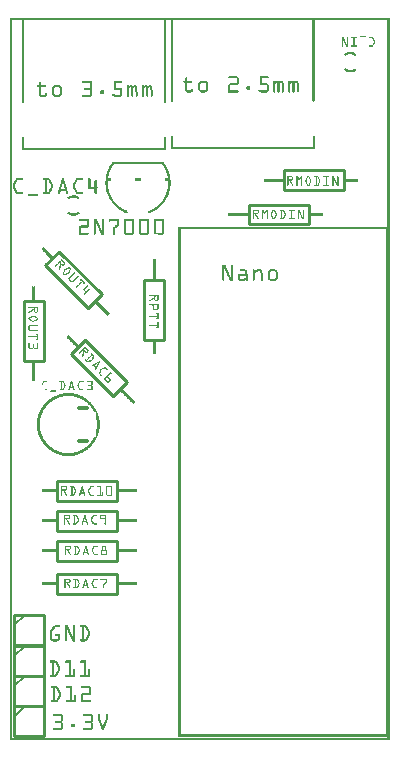
<source format=gto>
G04 MADE WITH FRITZING*
G04 WWW.FRITZING.ORG*
G04 DOUBLE SIDED*
G04 HOLES PLATED*
G04 CONTOUR ON CENTER OF CONTOUR VECTOR*
%ASAXBY*%
%FSLAX23Y23*%
%MOIN*%
%OFA0B0*%
%SFA1.0B1.0*%
%ADD10C,0.010000*%
%ADD11C,0.005000*%
%ADD12C,0.008000*%
%ADD13R,0.001000X0.001000*%
%LNSILK1*%
G90*
G70*
G54D10*
X16Y114D02*
X16Y14D01*
D02*
X16Y14D02*
X116Y14D01*
D02*
X116Y14D02*
X116Y114D01*
D02*
X116Y114D02*
X16Y114D01*
G54D11*
D02*
X16Y79D02*
X51Y114D01*
G54D10*
D02*
X16Y419D02*
X16Y319D01*
D02*
X16Y319D02*
X116Y319D01*
D02*
X116Y319D02*
X116Y419D01*
D02*
X116Y419D02*
X16Y419D01*
G54D11*
D02*
X16Y384D02*
X51Y419D01*
G54D12*
D02*
X517Y1971D02*
X45Y1971D01*
D02*
X517Y2404D02*
X517Y2128D01*
D02*
X517Y1971D02*
X517Y2010D01*
D02*
X517Y2404D02*
X45Y2404D01*
D02*
X45Y2404D02*
X45Y2128D01*
D02*
X45Y1971D02*
X45Y2010D01*
D02*
X1014Y1975D02*
X542Y1975D01*
D02*
X1014Y1975D02*
X1014Y2014D01*
D02*
X542Y1975D02*
X542Y2014D01*
G54D10*
D02*
X16Y316D02*
X16Y216D01*
D02*
X16Y216D02*
X116Y216D01*
D02*
X116Y216D02*
X116Y316D01*
D02*
X116Y316D02*
X16Y316D01*
G54D11*
D02*
X16Y281D02*
X51Y316D01*
G54D10*
D02*
X16Y215D02*
X16Y115D01*
D02*
X16Y115D02*
X116Y115D01*
D02*
X116Y115D02*
X116Y215D01*
D02*
X116Y215D02*
X16Y215D01*
G54D11*
D02*
X16Y180D02*
X51Y215D01*
G54D10*
D02*
X797Y1786D02*
X997Y1786D01*
D02*
X997Y1786D02*
X997Y1720D01*
D02*
X997Y1720D02*
X797Y1720D01*
D02*
X797Y1720D02*
X797Y1786D01*
D02*
X916Y1900D02*
X1116Y1900D01*
D02*
X1116Y1900D02*
X1116Y1834D01*
D02*
X1116Y1834D02*
X916Y1834D01*
D02*
X916Y1834D02*
X916Y1900D01*
D02*
X346Y1147D02*
X204Y1289D01*
D02*
X204Y1289D02*
X251Y1336D01*
D02*
X251Y1336D02*
X392Y1194D01*
D02*
X392Y1194D02*
X346Y1147D01*
D02*
X47Y1264D02*
X47Y1464D01*
D02*
X47Y1464D02*
X113Y1464D01*
D02*
X113Y1464D02*
X113Y1264D01*
D02*
X113Y1264D02*
X47Y1264D01*
D02*
X261Y1441D02*
X119Y1583D01*
D02*
X119Y1583D02*
X166Y1629D01*
D02*
X166Y1629D02*
X307Y1488D01*
D02*
X307Y1488D02*
X261Y1441D01*
D02*
X357Y489D02*
X157Y489D01*
D02*
X157Y489D02*
X157Y555D01*
D02*
X157Y555D02*
X357Y555D01*
D02*
X357Y555D02*
X357Y489D01*
D02*
X357Y598D02*
X157Y598D01*
D02*
X157Y598D02*
X157Y664D01*
D02*
X157Y664D02*
X357Y664D01*
D02*
X357Y664D02*
X357Y598D01*
D02*
X357Y699D02*
X157Y699D01*
D02*
X157Y699D02*
X157Y765D01*
D02*
X157Y765D02*
X357Y765D01*
D02*
X357Y765D02*
X357Y699D01*
D02*
X357Y798D02*
X157Y798D01*
D02*
X157Y798D02*
X157Y864D01*
D02*
X157Y864D02*
X357Y864D01*
D02*
X357Y864D02*
X357Y798D01*
G54D12*
D02*
X511Y1923D02*
X346Y1923D01*
G54D10*
D02*
X515Y1535D02*
X515Y1335D01*
D02*
X515Y1335D02*
X449Y1335D01*
D02*
X449Y1335D02*
X449Y1535D01*
D02*
X449Y1535D02*
X515Y1535D01*
G54D13*
X0Y2409D02*
X1266Y2409D01*
X0Y2408D02*
X1266Y2408D01*
X0Y2407D02*
X1266Y2407D01*
X0Y2406D02*
X1266Y2406D01*
X0Y2405D02*
X1266Y2405D01*
X0Y2404D02*
X1266Y2404D01*
X0Y2403D02*
X1266Y2403D01*
X0Y2402D02*
X1266Y2402D01*
X0Y2401D02*
X7Y2401D01*
X537Y2401D02*
X544Y2401D01*
X1009Y2401D02*
X1016Y2401D01*
X1259Y2401D02*
X1266Y2401D01*
X0Y2400D02*
X7Y2400D01*
X537Y2400D02*
X544Y2400D01*
X1009Y2400D02*
X1016Y2400D01*
X1259Y2400D02*
X1266Y2400D01*
X0Y2399D02*
X7Y2399D01*
X537Y2399D02*
X544Y2399D01*
X1009Y2399D02*
X1016Y2399D01*
X1259Y2399D02*
X1266Y2399D01*
X0Y2398D02*
X7Y2398D01*
X537Y2398D02*
X544Y2398D01*
X1009Y2398D02*
X1016Y2398D01*
X1259Y2398D02*
X1266Y2398D01*
X0Y2397D02*
X7Y2397D01*
X537Y2397D02*
X544Y2397D01*
X1009Y2397D02*
X1016Y2397D01*
X1259Y2397D02*
X1266Y2397D01*
X0Y2396D02*
X7Y2396D01*
X537Y2396D02*
X544Y2396D01*
X1009Y2396D02*
X1016Y2396D01*
X1259Y2396D02*
X1266Y2396D01*
X0Y2395D02*
X7Y2395D01*
X537Y2395D02*
X544Y2395D01*
X1009Y2395D02*
X1016Y2395D01*
X1259Y2395D02*
X1266Y2395D01*
X0Y2394D02*
X7Y2394D01*
X537Y2394D02*
X544Y2394D01*
X1009Y2394D02*
X1016Y2394D01*
X1259Y2394D02*
X1266Y2394D01*
X0Y2393D02*
X7Y2393D01*
X537Y2393D02*
X544Y2393D01*
X1009Y2393D02*
X1016Y2393D01*
X1259Y2393D02*
X1266Y2393D01*
X0Y2392D02*
X7Y2392D01*
X537Y2392D02*
X544Y2392D01*
X1009Y2392D02*
X1016Y2392D01*
X1259Y2392D02*
X1266Y2392D01*
X0Y2391D02*
X7Y2391D01*
X537Y2391D02*
X544Y2391D01*
X1009Y2391D02*
X1016Y2391D01*
X1259Y2391D02*
X1266Y2391D01*
X0Y2390D02*
X7Y2390D01*
X537Y2390D02*
X544Y2390D01*
X1009Y2390D02*
X1016Y2390D01*
X1259Y2390D02*
X1266Y2390D01*
X0Y2389D02*
X7Y2389D01*
X537Y2389D02*
X544Y2389D01*
X1009Y2389D02*
X1016Y2389D01*
X1259Y2389D02*
X1266Y2389D01*
X0Y2388D02*
X7Y2388D01*
X537Y2388D02*
X544Y2388D01*
X1009Y2388D02*
X1016Y2388D01*
X1259Y2388D02*
X1266Y2388D01*
X0Y2387D02*
X7Y2387D01*
X537Y2387D02*
X544Y2387D01*
X1009Y2387D02*
X1016Y2387D01*
X1259Y2387D02*
X1266Y2387D01*
X0Y2386D02*
X7Y2386D01*
X537Y2386D02*
X544Y2386D01*
X1009Y2386D02*
X1016Y2386D01*
X1259Y2386D02*
X1266Y2386D01*
X0Y2385D02*
X7Y2385D01*
X537Y2385D02*
X544Y2385D01*
X1009Y2385D02*
X1016Y2385D01*
X1259Y2385D02*
X1266Y2385D01*
X0Y2384D02*
X7Y2384D01*
X537Y2384D02*
X544Y2384D01*
X1009Y2384D02*
X1016Y2384D01*
X1259Y2384D02*
X1266Y2384D01*
X0Y2383D02*
X7Y2383D01*
X537Y2383D02*
X544Y2383D01*
X1009Y2383D02*
X1016Y2383D01*
X1259Y2383D02*
X1266Y2383D01*
X0Y2382D02*
X7Y2382D01*
X537Y2382D02*
X544Y2382D01*
X1009Y2382D02*
X1016Y2382D01*
X1259Y2382D02*
X1266Y2382D01*
X0Y2381D02*
X7Y2381D01*
X537Y2381D02*
X544Y2381D01*
X1009Y2381D02*
X1016Y2381D01*
X1259Y2381D02*
X1266Y2381D01*
X0Y2380D02*
X7Y2380D01*
X537Y2380D02*
X544Y2380D01*
X1009Y2380D02*
X1016Y2380D01*
X1259Y2380D02*
X1266Y2380D01*
X0Y2379D02*
X7Y2379D01*
X537Y2379D02*
X544Y2379D01*
X1009Y2379D02*
X1016Y2379D01*
X1259Y2379D02*
X1266Y2379D01*
X0Y2378D02*
X7Y2378D01*
X537Y2378D02*
X544Y2378D01*
X1009Y2378D02*
X1016Y2378D01*
X1259Y2378D02*
X1266Y2378D01*
X0Y2377D02*
X7Y2377D01*
X537Y2377D02*
X544Y2377D01*
X1009Y2377D02*
X1016Y2377D01*
X1259Y2377D02*
X1266Y2377D01*
X0Y2376D02*
X7Y2376D01*
X537Y2376D02*
X544Y2376D01*
X1009Y2376D02*
X1016Y2376D01*
X1259Y2376D02*
X1266Y2376D01*
X0Y2375D02*
X7Y2375D01*
X537Y2375D02*
X544Y2375D01*
X1009Y2375D02*
X1016Y2375D01*
X1259Y2375D02*
X1266Y2375D01*
X0Y2374D02*
X7Y2374D01*
X537Y2374D02*
X544Y2374D01*
X1009Y2374D02*
X1016Y2374D01*
X1259Y2374D02*
X1266Y2374D01*
X0Y2373D02*
X7Y2373D01*
X537Y2373D02*
X544Y2373D01*
X1009Y2373D02*
X1016Y2373D01*
X1259Y2373D02*
X1266Y2373D01*
X0Y2372D02*
X7Y2372D01*
X537Y2372D02*
X544Y2372D01*
X1009Y2372D02*
X1016Y2372D01*
X1259Y2372D02*
X1266Y2372D01*
X0Y2371D02*
X7Y2371D01*
X537Y2371D02*
X544Y2371D01*
X1009Y2371D02*
X1016Y2371D01*
X1259Y2371D02*
X1266Y2371D01*
X0Y2370D02*
X7Y2370D01*
X537Y2370D02*
X544Y2370D01*
X1009Y2370D02*
X1016Y2370D01*
X1259Y2370D02*
X1266Y2370D01*
X0Y2369D02*
X7Y2369D01*
X537Y2369D02*
X544Y2369D01*
X1009Y2369D02*
X1016Y2369D01*
X1259Y2369D02*
X1266Y2369D01*
X0Y2368D02*
X7Y2368D01*
X537Y2368D02*
X544Y2368D01*
X1009Y2368D02*
X1016Y2368D01*
X1259Y2368D02*
X1266Y2368D01*
X0Y2367D02*
X7Y2367D01*
X537Y2367D02*
X544Y2367D01*
X1009Y2367D02*
X1016Y2367D01*
X1259Y2367D02*
X1266Y2367D01*
X0Y2366D02*
X7Y2366D01*
X537Y2366D02*
X544Y2366D01*
X1009Y2366D02*
X1016Y2366D01*
X1259Y2366D02*
X1266Y2366D01*
X0Y2365D02*
X7Y2365D01*
X537Y2365D02*
X544Y2365D01*
X1009Y2365D02*
X1016Y2365D01*
X1259Y2365D02*
X1266Y2365D01*
X0Y2364D02*
X7Y2364D01*
X537Y2364D02*
X544Y2364D01*
X1009Y2364D02*
X1016Y2364D01*
X1259Y2364D02*
X1266Y2364D01*
X0Y2363D02*
X7Y2363D01*
X537Y2363D02*
X544Y2363D01*
X1009Y2363D02*
X1016Y2363D01*
X1259Y2363D02*
X1266Y2363D01*
X0Y2362D02*
X7Y2362D01*
X537Y2362D02*
X544Y2362D01*
X1009Y2362D02*
X1016Y2362D01*
X1259Y2362D02*
X1266Y2362D01*
X0Y2361D02*
X7Y2361D01*
X537Y2361D02*
X544Y2361D01*
X1009Y2361D02*
X1016Y2361D01*
X1259Y2361D02*
X1266Y2361D01*
X0Y2360D02*
X7Y2360D01*
X537Y2360D02*
X544Y2360D01*
X1009Y2360D02*
X1016Y2360D01*
X1259Y2360D02*
X1266Y2360D01*
X0Y2359D02*
X7Y2359D01*
X537Y2359D02*
X544Y2359D01*
X1009Y2359D02*
X1016Y2359D01*
X1259Y2359D02*
X1266Y2359D01*
X0Y2358D02*
X7Y2358D01*
X537Y2358D02*
X544Y2358D01*
X1009Y2358D02*
X1016Y2358D01*
X1259Y2358D02*
X1266Y2358D01*
X0Y2357D02*
X7Y2357D01*
X537Y2357D02*
X544Y2357D01*
X1009Y2357D02*
X1016Y2357D01*
X1259Y2357D02*
X1266Y2357D01*
X0Y2356D02*
X7Y2356D01*
X537Y2356D02*
X544Y2356D01*
X1009Y2356D02*
X1016Y2356D01*
X1259Y2356D02*
X1266Y2356D01*
X0Y2355D02*
X7Y2355D01*
X537Y2355D02*
X544Y2355D01*
X1009Y2355D02*
X1016Y2355D01*
X1259Y2355D02*
X1266Y2355D01*
X0Y2354D02*
X7Y2354D01*
X537Y2354D02*
X544Y2354D01*
X1009Y2354D02*
X1016Y2354D01*
X1259Y2354D02*
X1266Y2354D01*
X0Y2353D02*
X7Y2353D01*
X537Y2353D02*
X544Y2353D01*
X1009Y2353D02*
X1016Y2353D01*
X1259Y2353D02*
X1266Y2353D01*
X0Y2352D02*
X7Y2352D01*
X537Y2352D02*
X544Y2352D01*
X1009Y2352D02*
X1016Y2352D01*
X1259Y2352D02*
X1266Y2352D01*
X0Y2351D02*
X7Y2351D01*
X537Y2351D02*
X544Y2351D01*
X1009Y2351D02*
X1016Y2351D01*
X1259Y2351D02*
X1266Y2351D01*
X0Y2350D02*
X7Y2350D01*
X537Y2350D02*
X544Y2350D01*
X1009Y2350D02*
X1016Y2350D01*
X1259Y2350D02*
X1266Y2350D01*
X0Y2349D02*
X7Y2349D01*
X537Y2349D02*
X544Y2349D01*
X1009Y2349D02*
X1016Y2349D01*
X1259Y2349D02*
X1266Y2349D01*
X0Y2348D02*
X7Y2348D01*
X537Y2348D02*
X544Y2348D01*
X1009Y2348D02*
X1016Y2348D01*
X1168Y2348D02*
X1187Y2348D01*
X1259Y2348D02*
X1266Y2348D01*
X0Y2347D02*
X7Y2347D01*
X537Y2347D02*
X544Y2347D01*
X1009Y2347D02*
X1016Y2347D01*
X1168Y2347D02*
X1187Y2347D01*
X1259Y2347D02*
X1266Y2347D01*
X0Y2346D02*
X7Y2346D01*
X537Y2346D02*
X544Y2346D01*
X1009Y2346D02*
X1016Y2346D01*
X1168Y2346D02*
X1187Y2346D01*
X1259Y2346D02*
X1266Y2346D01*
X0Y2345D02*
X7Y2345D01*
X537Y2345D02*
X544Y2345D01*
X1009Y2345D02*
X1016Y2345D01*
X1169Y2345D02*
X1186Y2345D01*
X1259Y2345D02*
X1266Y2345D01*
X0Y2344D02*
X7Y2344D01*
X537Y2344D02*
X544Y2344D01*
X1009Y2344D02*
X1016Y2344D01*
X1107Y2344D02*
X1112Y2344D01*
X1125Y2344D02*
X1126Y2344D01*
X1138Y2344D02*
X1156Y2344D01*
X1198Y2344D02*
X1209Y2344D01*
X1259Y2344D02*
X1266Y2344D01*
X0Y2343D02*
X7Y2343D01*
X537Y2343D02*
X544Y2343D01*
X1009Y2343D02*
X1016Y2343D01*
X1107Y2343D02*
X1113Y2343D01*
X1124Y2343D02*
X1127Y2343D01*
X1138Y2343D02*
X1157Y2343D01*
X1198Y2343D02*
X1211Y2343D01*
X1259Y2343D02*
X1266Y2343D01*
X0Y2342D02*
X7Y2342D01*
X537Y2342D02*
X544Y2342D01*
X1009Y2342D02*
X1016Y2342D01*
X1107Y2342D02*
X1113Y2342D01*
X1124Y2342D02*
X1127Y2342D01*
X1138Y2342D02*
X1157Y2342D01*
X1198Y2342D02*
X1212Y2342D01*
X1259Y2342D02*
X1266Y2342D01*
X0Y2341D02*
X7Y2341D01*
X537Y2341D02*
X544Y2341D01*
X1009Y2341D02*
X1016Y2341D01*
X1107Y2341D02*
X1113Y2341D01*
X1124Y2341D02*
X1127Y2341D01*
X1138Y2341D02*
X1156Y2341D01*
X1198Y2341D02*
X1212Y2341D01*
X1259Y2341D02*
X1266Y2341D01*
X0Y2340D02*
X7Y2340D01*
X537Y2340D02*
X544Y2340D01*
X1009Y2340D02*
X1016Y2340D01*
X1107Y2340D02*
X1114Y2340D01*
X1124Y2340D02*
X1127Y2340D01*
X1146Y2340D02*
X1149Y2340D01*
X1209Y2340D02*
X1213Y2340D01*
X1259Y2340D02*
X1266Y2340D01*
X0Y2339D02*
X7Y2339D01*
X537Y2339D02*
X544Y2339D01*
X1009Y2339D02*
X1016Y2339D01*
X1107Y2339D02*
X1114Y2339D01*
X1124Y2339D02*
X1127Y2339D01*
X1146Y2339D02*
X1149Y2339D01*
X1209Y2339D02*
X1213Y2339D01*
X1259Y2339D02*
X1266Y2339D01*
X0Y2338D02*
X7Y2338D01*
X537Y2338D02*
X544Y2338D01*
X1009Y2338D02*
X1016Y2338D01*
X1107Y2338D02*
X1115Y2338D01*
X1124Y2338D02*
X1127Y2338D01*
X1146Y2338D02*
X1149Y2338D01*
X1210Y2338D02*
X1214Y2338D01*
X1259Y2338D02*
X1266Y2338D01*
X0Y2337D02*
X7Y2337D01*
X537Y2337D02*
X544Y2337D01*
X1009Y2337D02*
X1016Y2337D01*
X1107Y2337D02*
X1115Y2337D01*
X1124Y2337D02*
X1127Y2337D01*
X1146Y2337D02*
X1149Y2337D01*
X1210Y2337D02*
X1214Y2337D01*
X1259Y2337D02*
X1266Y2337D01*
X0Y2336D02*
X7Y2336D01*
X537Y2336D02*
X544Y2336D01*
X1009Y2336D02*
X1016Y2336D01*
X1107Y2336D02*
X1116Y2336D01*
X1124Y2336D02*
X1127Y2336D01*
X1146Y2336D02*
X1149Y2336D01*
X1211Y2336D02*
X1215Y2336D01*
X1259Y2336D02*
X1266Y2336D01*
X0Y2335D02*
X7Y2335D01*
X537Y2335D02*
X544Y2335D01*
X1009Y2335D02*
X1016Y2335D01*
X1107Y2335D02*
X1116Y2335D01*
X1124Y2335D02*
X1127Y2335D01*
X1146Y2335D02*
X1149Y2335D01*
X1211Y2335D02*
X1215Y2335D01*
X1259Y2335D02*
X1266Y2335D01*
X0Y2334D02*
X7Y2334D01*
X537Y2334D02*
X544Y2334D01*
X1009Y2334D02*
X1016Y2334D01*
X1107Y2334D02*
X1111Y2334D01*
X1113Y2334D02*
X1117Y2334D01*
X1124Y2334D02*
X1127Y2334D01*
X1146Y2334D02*
X1149Y2334D01*
X1212Y2334D02*
X1216Y2334D01*
X1259Y2334D02*
X1266Y2334D01*
X0Y2333D02*
X7Y2333D01*
X537Y2333D02*
X544Y2333D01*
X1009Y2333D02*
X1016Y2333D01*
X1107Y2333D02*
X1111Y2333D01*
X1113Y2333D02*
X1117Y2333D01*
X1124Y2333D02*
X1127Y2333D01*
X1146Y2333D02*
X1149Y2333D01*
X1212Y2333D02*
X1216Y2333D01*
X1259Y2333D02*
X1266Y2333D01*
X0Y2332D02*
X7Y2332D01*
X537Y2332D02*
X544Y2332D01*
X1009Y2332D02*
X1016Y2332D01*
X1107Y2332D02*
X1111Y2332D01*
X1114Y2332D02*
X1117Y2332D01*
X1124Y2332D02*
X1127Y2332D01*
X1146Y2332D02*
X1149Y2332D01*
X1213Y2332D02*
X1217Y2332D01*
X1259Y2332D02*
X1266Y2332D01*
X0Y2331D02*
X7Y2331D01*
X537Y2331D02*
X544Y2331D01*
X1009Y2331D02*
X1016Y2331D01*
X1107Y2331D02*
X1111Y2331D01*
X1114Y2331D02*
X1118Y2331D01*
X1124Y2331D02*
X1127Y2331D01*
X1146Y2331D02*
X1149Y2331D01*
X1214Y2331D02*
X1217Y2331D01*
X1259Y2331D02*
X1266Y2331D01*
X0Y2330D02*
X7Y2330D01*
X537Y2330D02*
X544Y2330D01*
X1009Y2330D02*
X1016Y2330D01*
X1107Y2330D02*
X1111Y2330D01*
X1115Y2330D02*
X1118Y2330D01*
X1124Y2330D02*
X1127Y2330D01*
X1146Y2330D02*
X1149Y2330D01*
X1214Y2330D02*
X1217Y2330D01*
X1259Y2330D02*
X1266Y2330D01*
X0Y2329D02*
X7Y2329D01*
X537Y2329D02*
X544Y2329D01*
X1009Y2329D02*
X1016Y2329D01*
X1107Y2329D02*
X1111Y2329D01*
X1115Y2329D02*
X1119Y2329D01*
X1124Y2329D02*
X1127Y2329D01*
X1146Y2329D02*
X1149Y2329D01*
X1214Y2329D02*
X1217Y2329D01*
X1259Y2329D02*
X1266Y2329D01*
X0Y2328D02*
X7Y2328D01*
X537Y2328D02*
X544Y2328D01*
X1009Y2328D02*
X1016Y2328D01*
X1107Y2328D02*
X1111Y2328D01*
X1116Y2328D02*
X1119Y2328D01*
X1124Y2328D02*
X1127Y2328D01*
X1146Y2328D02*
X1149Y2328D01*
X1214Y2328D02*
X1217Y2328D01*
X1259Y2328D02*
X1266Y2328D01*
X0Y2327D02*
X7Y2327D01*
X537Y2327D02*
X544Y2327D01*
X1009Y2327D02*
X1016Y2327D01*
X1107Y2327D02*
X1111Y2327D01*
X1116Y2327D02*
X1120Y2327D01*
X1124Y2327D02*
X1127Y2327D01*
X1146Y2327D02*
X1149Y2327D01*
X1214Y2327D02*
X1217Y2327D01*
X1259Y2327D02*
X1266Y2327D01*
X0Y2326D02*
X7Y2326D01*
X537Y2326D02*
X544Y2326D01*
X1009Y2326D02*
X1016Y2326D01*
X1107Y2326D02*
X1111Y2326D01*
X1116Y2326D02*
X1120Y2326D01*
X1124Y2326D02*
X1127Y2326D01*
X1146Y2326D02*
X1149Y2326D01*
X1214Y2326D02*
X1217Y2326D01*
X1259Y2326D02*
X1266Y2326D01*
X0Y2325D02*
X7Y2325D01*
X537Y2325D02*
X544Y2325D01*
X1009Y2325D02*
X1016Y2325D01*
X1107Y2325D02*
X1111Y2325D01*
X1117Y2325D02*
X1120Y2325D01*
X1124Y2325D02*
X1127Y2325D01*
X1146Y2325D02*
X1149Y2325D01*
X1213Y2325D02*
X1217Y2325D01*
X1259Y2325D02*
X1266Y2325D01*
X0Y2324D02*
X7Y2324D01*
X537Y2324D02*
X544Y2324D01*
X1009Y2324D02*
X1016Y2324D01*
X1107Y2324D02*
X1111Y2324D01*
X1117Y2324D02*
X1121Y2324D01*
X1124Y2324D02*
X1127Y2324D01*
X1146Y2324D02*
X1149Y2324D01*
X1213Y2324D02*
X1216Y2324D01*
X1259Y2324D02*
X1266Y2324D01*
X0Y2323D02*
X7Y2323D01*
X537Y2323D02*
X544Y2323D01*
X1009Y2323D02*
X1016Y2323D01*
X1107Y2323D02*
X1111Y2323D01*
X1118Y2323D02*
X1121Y2323D01*
X1124Y2323D02*
X1127Y2323D01*
X1146Y2323D02*
X1149Y2323D01*
X1212Y2323D02*
X1216Y2323D01*
X1259Y2323D02*
X1266Y2323D01*
X0Y2322D02*
X7Y2322D01*
X537Y2322D02*
X544Y2322D01*
X1009Y2322D02*
X1016Y2322D01*
X1107Y2322D02*
X1111Y2322D01*
X1118Y2322D02*
X1122Y2322D01*
X1124Y2322D02*
X1127Y2322D01*
X1146Y2322D02*
X1149Y2322D01*
X1212Y2322D02*
X1215Y2322D01*
X1259Y2322D02*
X1266Y2322D01*
X0Y2321D02*
X7Y2321D01*
X537Y2321D02*
X544Y2321D01*
X1009Y2321D02*
X1016Y2321D01*
X1107Y2321D02*
X1111Y2321D01*
X1119Y2321D02*
X1122Y2321D01*
X1124Y2321D02*
X1127Y2321D01*
X1146Y2321D02*
X1149Y2321D01*
X1211Y2321D02*
X1215Y2321D01*
X1259Y2321D02*
X1266Y2321D01*
X0Y2320D02*
X7Y2320D01*
X537Y2320D02*
X544Y2320D01*
X1009Y2320D02*
X1016Y2320D01*
X1107Y2320D02*
X1111Y2320D01*
X1119Y2320D02*
X1127Y2320D01*
X1146Y2320D02*
X1149Y2320D01*
X1211Y2320D02*
X1214Y2320D01*
X1259Y2320D02*
X1266Y2320D01*
X0Y2319D02*
X7Y2319D01*
X537Y2319D02*
X544Y2319D01*
X1009Y2319D02*
X1016Y2319D01*
X1107Y2319D02*
X1111Y2319D01*
X1120Y2319D02*
X1127Y2319D01*
X1146Y2319D02*
X1149Y2319D01*
X1210Y2319D02*
X1214Y2319D01*
X1259Y2319D02*
X1266Y2319D01*
X0Y2318D02*
X7Y2318D01*
X537Y2318D02*
X544Y2318D01*
X1009Y2318D02*
X1016Y2318D01*
X1107Y2318D02*
X1111Y2318D01*
X1120Y2318D02*
X1127Y2318D01*
X1146Y2318D02*
X1149Y2318D01*
X1210Y2318D02*
X1213Y2318D01*
X1259Y2318D02*
X1266Y2318D01*
X0Y2317D02*
X7Y2317D01*
X537Y2317D02*
X544Y2317D01*
X1009Y2317D02*
X1016Y2317D01*
X1107Y2317D02*
X1111Y2317D01*
X1120Y2317D02*
X1127Y2317D01*
X1146Y2317D02*
X1149Y2317D01*
X1209Y2317D02*
X1213Y2317D01*
X1259Y2317D02*
X1266Y2317D01*
X0Y2316D02*
X7Y2316D01*
X537Y2316D02*
X544Y2316D01*
X1009Y2316D02*
X1016Y2316D01*
X1107Y2316D02*
X1111Y2316D01*
X1121Y2316D02*
X1127Y2316D01*
X1138Y2316D02*
X1156Y2316D01*
X1199Y2316D02*
X1212Y2316D01*
X1259Y2316D02*
X1266Y2316D01*
X0Y2315D02*
X7Y2315D01*
X537Y2315D02*
X544Y2315D01*
X1009Y2315D02*
X1016Y2315D01*
X1107Y2315D02*
X1111Y2315D01*
X1121Y2315D02*
X1127Y2315D01*
X1138Y2315D02*
X1157Y2315D01*
X1198Y2315D02*
X1212Y2315D01*
X1259Y2315D02*
X1266Y2315D01*
X0Y2314D02*
X7Y2314D01*
X537Y2314D02*
X544Y2314D01*
X1009Y2314D02*
X1016Y2314D01*
X1107Y2314D02*
X1110Y2314D01*
X1122Y2314D02*
X1127Y2314D01*
X1137Y2314D02*
X1157Y2314D01*
X1198Y2314D02*
X1211Y2314D01*
X1259Y2314D02*
X1266Y2314D01*
X0Y2313D02*
X7Y2313D01*
X537Y2313D02*
X544Y2313D01*
X1009Y2313D02*
X1016Y2313D01*
X1108Y2313D02*
X1110Y2313D01*
X1122Y2313D02*
X1127Y2313D01*
X1138Y2313D02*
X1157Y2313D01*
X1198Y2313D02*
X1210Y2313D01*
X1259Y2313D02*
X1266Y2313D01*
X0Y2312D02*
X7Y2312D01*
X537Y2312D02*
X544Y2312D01*
X1009Y2312D02*
X1016Y2312D01*
X1259Y2312D02*
X1266Y2312D01*
X0Y2311D02*
X7Y2311D01*
X537Y2311D02*
X544Y2311D01*
X1009Y2311D02*
X1016Y2311D01*
X1259Y2311D02*
X1266Y2311D01*
X0Y2310D02*
X7Y2310D01*
X537Y2310D02*
X544Y2310D01*
X1009Y2310D02*
X1016Y2310D01*
X1259Y2310D02*
X1266Y2310D01*
X0Y2309D02*
X7Y2309D01*
X537Y2309D02*
X544Y2309D01*
X1009Y2309D02*
X1016Y2309D01*
X1259Y2309D02*
X1266Y2309D01*
X0Y2308D02*
X7Y2308D01*
X537Y2308D02*
X544Y2308D01*
X1009Y2308D02*
X1016Y2308D01*
X1259Y2308D02*
X1266Y2308D01*
X0Y2307D02*
X7Y2307D01*
X537Y2307D02*
X544Y2307D01*
X1009Y2307D02*
X1016Y2307D01*
X1259Y2307D02*
X1266Y2307D01*
X0Y2306D02*
X7Y2306D01*
X537Y2306D02*
X544Y2306D01*
X1009Y2306D02*
X1016Y2306D01*
X1259Y2306D02*
X1266Y2306D01*
X0Y2305D02*
X7Y2305D01*
X537Y2305D02*
X544Y2305D01*
X1009Y2305D02*
X1016Y2305D01*
X1259Y2305D02*
X1266Y2305D01*
X0Y2304D02*
X7Y2304D01*
X537Y2304D02*
X544Y2304D01*
X1009Y2304D02*
X1016Y2304D01*
X1259Y2304D02*
X1266Y2304D01*
X0Y2303D02*
X7Y2303D01*
X537Y2303D02*
X544Y2303D01*
X1009Y2303D02*
X1016Y2303D01*
X1259Y2303D02*
X1266Y2303D01*
X0Y2302D02*
X7Y2302D01*
X537Y2302D02*
X544Y2302D01*
X1009Y2302D02*
X1016Y2302D01*
X1259Y2302D02*
X1266Y2302D01*
X0Y2301D02*
X7Y2301D01*
X537Y2301D02*
X544Y2301D01*
X1009Y2301D02*
X1016Y2301D01*
X1259Y2301D02*
X1266Y2301D01*
X0Y2300D02*
X7Y2300D01*
X537Y2300D02*
X544Y2300D01*
X1009Y2300D02*
X1016Y2300D01*
X1259Y2300D02*
X1266Y2300D01*
X0Y2299D02*
X7Y2299D01*
X537Y2299D02*
X544Y2299D01*
X1009Y2299D02*
X1016Y2299D01*
X1259Y2299D02*
X1266Y2299D01*
X0Y2298D02*
X7Y2298D01*
X537Y2298D02*
X544Y2298D01*
X1009Y2298D02*
X1016Y2298D01*
X1259Y2298D02*
X1266Y2298D01*
X0Y2297D02*
X7Y2297D01*
X537Y2297D02*
X544Y2297D01*
X1009Y2297D02*
X1016Y2297D01*
X1259Y2297D02*
X1266Y2297D01*
X0Y2296D02*
X7Y2296D01*
X537Y2296D02*
X544Y2296D01*
X1009Y2296D02*
X1016Y2296D01*
X1259Y2296D02*
X1266Y2296D01*
X0Y2295D02*
X7Y2295D01*
X537Y2295D02*
X544Y2295D01*
X1009Y2295D02*
X1016Y2295D01*
X1259Y2295D02*
X1266Y2295D01*
X0Y2294D02*
X7Y2294D01*
X537Y2294D02*
X544Y2294D01*
X1009Y2294D02*
X1016Y2294D01*
X1129Y2294D02*
X1142Y2294D01*
X1259Y2294D02*
X1266Y2294D01*
X0Y2293D02*
X7Y2293D01*
X537Y2293D02*
X544Y2293D01*
X1009Y2293D02*
X1016Y2293D01*
X1125Y2293D02*
X1146Y2293D01*
X1259Y2293D02*
X1266Y2293D01*
X0Y2292D02*
X7Y2292D01*
X537Y2292D02*
X544Y2292D01*
X1009Y2292D02*
X1016Y2292D01*
X1123Y2292D02*
X1148Y2292D01*
X1259Y2292D02*
X1266Y2292D01*
X0Y2291D02*
X7Y2291D01*
X537Y2291D02*
X544Y2291D01*
X1009Y2291D02*
X1016Y2291D01*
X1120Y2291D02*
X1151Y2291D01*
X1259Y2291D02*
X1266Y2291D01*
X0Y2290D02*
X7Y2290D01*
X537Y2290D02*
X544Y2290D01*
X1009Y2290D02*
X1016Y2290D01*
X1119Y2290D02*
X1152Y2290D01*
X1259Y2290D02*
X1266Y2290D01*
X0Y2289D02*
X7Y2289D01*
X537Y2289D02*
X544Y2289D01*
X1009Y2289D02*
X1016Y2289D01*
X1117Y2289D02*
X1154Y2289D01*
X1259Y2289D02*
X1266Y2289D01*
X0Y2288D02*
X7Y2288D01*
X537Y2288D02*
X544Y2288D01*
X1009Y2288D02*
X1016Y2288D01*
X1116Y2288D02*
X1155Y2288D01*
X1259Y2288D02*
X1266Y2288D01*
X0Y2287D02*
X7Y2287D01*
X537Y2287D02*
X544Y2287D01*
X1009Y2287D02*
X1016Y2287D01*
X1115Y2287D02*
X1133Y2287D01*
X1138Y2287D02*
X1156Y2287D01*
X1259Y2287D02*
X1266Y2287D01*
X0Y2286D02*
X7Y2286D01*
X537Y2286D02*
X544Y2286D01*
X1009Y2286D02*
X1016Y2286D01*
X1116Y2286D02*
X1128Y2286D01*
X1143Y2286D02*
X1155Y2286D01*
X1259Y2286D02*
X1266Y2286D01*
X0Y2285D02*
X7Y2285D01*
X537Y2285D02*
X544Y2285D01*
X1009Y2285D02*
X1016Y2285D01*
X1117Y2285D02*
X1125Y2285D01*
X1146Y2285D02*
X1155Y2285D01*
X1259Y2285D02*
X1266Y2285D01*
X0Y2284D02*
X7Y2284D01*
X537Y2284D02*
X544Y2284D01*
X1009Y2284D02*
X1016Y2284D01*
X1117Y2284D02*
X1123Y2284D01*
X1148Y2284D02*
X1154Y2284D01*
X1259Y2284D02*
X1266Y2284D01*
X0Y2283D02*
X7Y2283D01*
X537Y2283D02*
X544Y2283D01*
X1009Y2283D02*
X1016Y2283D01*
X1118Y2283D02*
X1122Y2283D01*
X1149Y2283D02*
X1153Y2283D01*
X1259Y2283D02*
X1266Y2283D01*
X0Y2282D02*
X7Y2282D01*
X537Y2282D02*
X544Y2282D01*
X1009Y2282D02*
X1016Y2282D01*
X1119Y2282D02*
X1120Y2282D01*
X1151Y2282D02*
X1152Y2282D01*
X1259Y2282D02*
X1266Y2282D01*
X0Y2281D02*
X7Y2281D01*
X537Y2281D02*
X544Y2281D01*
X1009Y2281D02*
X1016Y2281D01*
X1259Y2281D02*
X1266Y2281D01*
X0Y2280D02*
X7Y2280D01*
X537Y2280D02*
X544Y2280D01*
X1009Y2280D02*
X1016Y2280D01*
X1259Y2280D02*
X1266Y2280D01*
X0Y2279D02*
X7Y2279D01*
X537Y2279D02*
X544Y2279D01*
X1009Y2279D02*
X1016Y2279D01*
X1259Y2279D02*
X1266Y2279D01*
X0Y2278D02*
X7Y2278D01*
X537Y2278D02*
X544Y2278D01*
X1009Y2278D02*
X1016Y2278D01*
X1259Y2278D02*
X1266Y2278D01*
X0Y2277D02*
X7Y2277D01*
X537Y2277D02*
X544Y2277D01*
X1009Y2277D02*
X1016Y2277D01*
X1259Y2277D02*
X1266Y2277D01*
X0Y2276D02*
X7Y2276D01*
X537Y2276D02*
X544Y2276D01*
X1009Y2276D02*
X1016Y2276D01*
X1259Y2276D02*
X1266Y2276D01*
X0Y2275D02*
X7Y2275D01*
X537Y2275D02*
X544Y2275D01*
X1009Y2275D02*
X1016Y2275D01*
X1259Y2275D02*
X1266Y2275D01*
X0Y2274D02*
X7Y2274D01*
X537Y2274D02*
X544Y2274D01*
X1009Y2274D02*
X1016Y2274D01*
X1259Y2274D02*
X1266Y2274D01*
X0Y2273D02*
X7Y2273D01*
X537Y2273D02*
X544Y2273D01*
X1009Y2273D02*
X1016Y2273D01*
X1259Y2273D02*
X1266Y2273D01*
X0Y2272D02*
X7Y2272D01*
X537Y2272D02*
X544Y2272D01*
X1009Y2272D02*
X1016Y2272D01*
X1259Y2272D02*
X1266Y2272D01*
X0Y2271D02*
X7Y2271D01*
X537Y2271D02*
X544Y2271D01*
X1009Y2271D02*
X1016Y2271D01*
X1259Y2271D02*
X1266Y2271D01*
X0Y2270D02*
X7Y2270D01*
X537Y2270D02*
X544Y2270D01*
X1009Y2270D02*
X1016Y2270D01*
X1259Y2270D02*
X1266Y2270D01*
X0Y2269D02*
X7Y2269D01*
X537Y2269D02*
X544Y2269D01*
X1009Y2269D02*
X1016Y2269D01*
X1259Y2269D02*
X1266Y2269D01*
X0Y2268D02*
X7Y2268D01*
X537Y2268D02*
X544Y2268D01*
X1009Y2268D02*
X1016Y2268D01*
X1259Y2268D02*
X1266Y2268D01*
X0Y2267D02*
X7Y2267D01*
X537Y2267D02*
X544Y2267D01*
X1009Y2267D02*
X1016Y2267D01*
X1259Y2267D02*
X1266Y2267D01*
X0Y2266D02*
X7Y2266D01*
X537Y2266D02*
X544Y2266D01*
X1009Y2266D02*
X1016Y2266D01*
X1259Y2266D02*
X1266Y2266D01*
X0Y2265D02*
X7Y2265D01*
X537Y2265D02*
X544Y2265D01*
X1009Y2265D02*
X1016Y2265D01*
X1259Y2265D02*
X1266Y2265D01*
X0Y2264D02*
X7Y2264D01*
X537Y2264D02*
X544Y2264D01*
X1009Y2264D02*
X1016Y2264D01*
X1259Y2264D02*
X1266Y2264D01*
X0Y2263D02*
X7Y2263D01*
X537Y2263D02*
X544Y2263D01*
X1009Y2263D02*
X1016Y2263D01*
X1259Y2263D02*
X1266Y2263D01*
X0Y2262D02*
X7Y2262D01*
X537Y2262D02*
X544Y2262D01*
X1009Y2262D02*
X1016Y2262D01*
X1259Y2262D02*
X1266Y2262D01*
X0Y2261D02*
X7Y2261D01*
X537Y2261D02*
X544Y2261D01*
X1009Y2261D02*
X1016Y2261D01*
X1259Y2261D02*
X1266Y2261D01*
X0Y2260D02*
X7Y2260D01*
X537Y2260D02*
X544Y2260D01*
X1009Y2260D02*
X1016Y2260D01*
X1259Y2260D02*
X1266Y2260D01*
X0Y2259D02*
X7Y2259D01*
X537Y2259D02*
X544Y2259D01*
X1009Y2259D02*
X1016Y2259D01*
X1259Y2259D02*
X1266Y2259D01*
X0Y2258D02*
X7Y2258D01*
X537Y2258D02*
X544Y2258D01*
X1009Y2258D02*
X1016Y2258D01*
X1259Y2258D02*
X1266Y2258D01*
X0Y2257D02*
X7Y2257D01*
X537Y2257D02*
X544Y2257D01*
X1009Y2257D02*
X1016Y2257D01*
X1259Y2257D02*
X1266Y2257D01*
X0Y2256D02*
X7Y2256D01*
X537Y2256D02*
X544Y2256D01*
X1009Y2256D02*
X1016Y2256D01*
X1259Y2256D02*
X1266Y2256D01*
X0Y2255D02*
X7Y2255D01*
X537Y2255D02*
X544Y2255D01*
X1009Y2255D02*
X1016Y2255D01*
X1259Y2255D02*
X1266Y2255D01*
X0Y2254D02*
X7Y2254D01*
X537Y2254D02*
X544Y2254D01*
X1009Y2254D02*
X1016Y2254D01*
X1259Y2254D02*
X1266Y2254D01*
X0Y2253D02*
X7Y2253D01*
X537Y2253D02*
X544Y2253D01*
X1009Y2253D02*
X1016Y2253D01*
X1259Y2253D02*
X1266Y2253D01*
X0Y2252D02*
X7Y2252D01*
X537Y2252D02*
X544Y2252D01*
X1009Y2252D02*
X1016Y2252D01*
X1259Y2252D02*
X1266Y2252D01*
X0Y2251D02*
X7Y2251D01*
X537Y2251D02*
X544Y2251D01*
X1009Y2251D02*
X1016Y2251D01*
X1259Y2251D02*
X1266Y2251D01*
X0Y2250D02*
X7Y2250D01*
X537Y2250D02*
X544Y2250D01*
X1009Y2250D02*
X1016Y2250D01*
X1259Y2250D02*
X1266Y2250D01*
X0Y2249D02*
X7Y2249D01*
X537Y2249D02*
X544Y2249D01*
X1009Y2249D02*
X1016Y2249D01*
X1259Y2249D02*
X1266Y2249D01*
X0Y2248D02*
X7Y2248D01*
X537Y2248D02*
X544Y2248D01*
X1009Y2248D02*
X1016Y2248D01*
X1259Y2248D02*
X1266Y2248D01*
X0Y2247D02*
X7Y2247D01*
X537Y2247D02*
X544Y2247D01*
X1009Y2247D02*
X1016Y2247D01*
X1259Y2247D02*
X1266Y2247D01*
X0Y2246D02*
X7Y2246D01*
X537Y2246D02*
X544Y2246D01*
X1009Y2246D02*
X1016Y2246D01*
X1259Y2246D02*
X1266Y2246D01*
X0Y2245D02*
X7Y2245D01*
X537Y2245D02*
X544Y2245D01*
X1009Y2245D02*
X1016Y2245D01*
X1259Y2245D02*
X1266Y2245D01*
X0Y2244D02*
X7Y2244D01*
X537Y2244D02*
X544Y2244D01*
X1009Y2244D02*
X1016Y2244D01*
X1259Y2244D02*
X1266Y2244D01*
X0Y2243D02*
X7Y2243D01*
X537Y2243D02*
X544Y2243D01*
X1009Y2243D02*
X1016Y2243D01*
X1259Y2243D02*
X1266Y2243D01*
X0Y2242D02*
X7Y2242D01*
X537Y2242D02*
X544Y2242D01*
X1009Y2242D02*
X1016Y2242D01*
X1259Y2242D02*
X1266Y2242D01*
X0Y2241D02*
X7Y2241D01*
X537Y2241D02*
X544Y2241D01*
X1009Y2241D02*
X1016Y2241D01*
X1259Y2241D02*
X1266Y2241D01*
X0Y2240D02*
X7Y2240D01*
X537Y2240D02*
X544Y2240D01*
X1009Y2240D02*
X1016Y2240D01*
X1119Y2240D02*
X1120Y2240D01*
X1151Y2240D02*
X1152Y2240D01*
X1259Y2240D02*
X1266Y2240D01*
X0Y2239D02*
X7Y2239D01*
X537Y2239D02*
X544Y2239D01*
X1009Y2239D02*
X1016Y2239D01*
X1118Y2239D02*
X1122Y2239D01*
X1150Y2239D02*
X1153Y2239D01*
X1259Y2239D02*
X1266Y2239D01*
X0Y2238D02*
X7Y2238D01*
X537Y2238D02*
X544Y2238D01*
X1009Y2238D02*
X1016Y2238D01*
X1118Y2238D02*
X1123Y2238D01*
X1148Y2238D02*
X1154Y2238D01*
X1259Y2238D02*
X1266Y2238D01*
X0Y2237D02*
X7Y2237D01*
X537Y2237D02*
X544Y2237D01*
X1009Y2237D02*
X1016Y2237D01*
X1117Y2237D02*
X1125Y2237D01*
X1146Y2237D02*
X1155Y2237D01*
X1259Y2237D02*
X1266Y2237D01*
X0Y2236D02*
X7Y2236D01*
X537Y2236D02*
X544Y2236D01*
X1009Y2236D02*
X1016Y2236D01*
X1116Y2236D02*
X1127Y2236D01*
X1144Y2236D02*
X1155Y2236D01*
X1259Y2236D02*
X1266Y2236D01*
X0Y2235D02*
X7Y2235D01*
X537Y2235D02*
X544Y2235D01*
X1009Y2235D02*
X1016Y2235D01*
X1115Y2235D02*
X1132Y2235D01*
X1139Y2235D02*
X1156Y2235D01*
X1259Y2235D02*
X1266Y2235D01*
X0Y2234D02*
X7Y2234D01*
X537Y2234D02*
X544Y2234D01*
X1009Y2234D02*
X1016Y2234D01*
X1116Y2234D02*
X1155Y2234D01*
X1259Y2234D02*
X1266Y2234D01*
X0Y2233D02*
X7Y2233D01*
X537Y2233D02*
X544Y2233D01*
X1009Y2233D02*
X1016Y2233D01*
X1117Y2233D02*
X1154Y2233D01*
X1259Y2233D02*
X1266Y2233D01*
X0Y2232D02*
X7Y2232D01*
X537Y2232D02*
X544Y2232D01*
X1009Y2232D02*
X1016Y2232D01*
X1119Y2232D02*
X1152Y2232D01*
X1259Y2232D02*
X1266Y2232D01*
X0Y2231D02*
X7Y2231D01*
X537Y2231D02*
X544Y2231D01*
X1009Y2231D02*
X1016Y2231D01*
X1120Y2231D02*
X1151Y2231D01*
X1259Y2231D02*
X1266Y2231D01*
X0Y2230D02*
X7Y2230D01*
X537Y2230D02*
X544Y2230D01*
X1009Y2230D02*
X1016Y2230D01*
X1123Y2230D02*
X1149Y2230D01*
X1259Y2230D02*
X1266Y2230D01*
X0Y2229D02*
X7Y2229D01*
X537Y2229D02*
X544Y2229D01*
X1009Y2229D02*
X1016Y2229D01*
X1125Y2229D02*
X1146Y2229D01*
X1259Y2229D02*
X1266Y2229D01*
X0Y2228D02*
X7Y2228D01*
X537Y2228D02*
X544Y2228D01*
X1009Y2228D02*
X1016Y2228D01*
X1129Y2228D02*
X1142Y2228D01*
X1259Y2228D02*
X1266Y2228D01*
X0Y2227D02*
X7Y2227D01*
X537Y2227D02*
X544Y2227D01*
X1009Y2227D02*
X1016Y2227D01*
X1259Y2227D02*
X1266Y2227D01*
X0Y2226D02*
X7Y2226D01*
X537Y2226D02*
X544Y2226D01*
X1009Y2226D02*
X1016Y2226D01*
X1259Y2226D02*
X1266Y2226D01*
X0Y2225D02*
X7Y2225D01*
X537Y2225D02*
X544Y2225D01*
X1009Y2225D02*
X1016Y2225D01*
X1259Y2225D02*
X1266Y2225D01*
X0Y2224D02*
X7Y2224D01*
X537Y2224D02*
X544Y2224D01*
X1009Y2224D02*
X1016Y2224D01*
X1259Y2224D02*
X1266Y2224D01*
X0Y2223D02*
X7Y2223D01*
X537Y2223D02*
X544Y2223D01*
X1009Y2223D02*
X1016Y2223D01*
X1259Y2223D02*
X1266Y2223D01*
X0Y2222D02*
X7Y2222D01*
X537Y2222D02*
X544Y2222D01*
X1009Y2222D02*
X1016Y2222D01*
X1259Y2222D02*
X1266Y2222D01*
X0Y2221D02*
X7Y2221D01*
X537Y2221D02*
X544Y2221D01*
X1009Y2221D02*
X1016Y2221D01*
X1259Y2221D02*
X1266Y2221D01*
X0Y2220D02*
X7Y2220D01*
X537Y2220D02*
X544Y2220D01*
X1009Y2220D02*
X1016Y2220D01*
X1259Y2220D02*
X1266Y2220D01*
X0Y2219D02*
X7Y2219D01*
X537Y2219D02*
X544Y2219D01*
X1009Y2219D02*
X1016Y2219D01*
X1259Y2219D02*
X1266Y2219D01*
X0Y2218D02*
X7Y2218D01*
X537Y2218D02*
X544Y2218D01*
X1009Y2218D02*
X1016Y2218D01*
X1259Y2218D02*
X1266Y2218D01*
X0Y2217D02*
X7Y2217D01*
X537Y2217D02*
X544Y2217D01*
X1009Y2217D02*
X1016Y2217D01*
X1259Y2217D02*
X1266Y2217D01*
X0Y2216D02*
X7Y2216D01*
X537Y2216D02*
X544Y2216D01*
X1009Y2216D02*
X1016Y2216D01*
X1259Y2216D02*
X1266Y2216D01*
X0Y2215D02*
X7Y2215D01*
X537Y2215D02*
X544Y2215D01*
X1009Y2215D02*
X1016Y2215D01*
X1259Y2215D02*
X1266Y2215D01*
X0Y2214D02*
X7Y2214D01*
X537Y2214D02*
X544Y2214D01*
X1009Y2214D02*
X1016Y2214D01*
X1259Y2214D02*
X1266Y2214D01*
X0Y2213D02*
X7Y2213D01*
X537Y2213D02*
X544Y2213D01*
X731Y2213D02*
X758Y2213D01*
X836Y2213D02*
X861Y2213D01*
X1009Y2213D02*
X1016Y2213D01*
X1259Y2213D02*
X1266Y2213D01*
X0Y2212D02*
X7Y2212D01*
X537Y2212D02*
X544Y2212D01*
X730Y2212D02*
X760Y2212D01*
X836Y2212D02*
X862Y2212D01*
X1009Y2212D02*
X1016Y2212D01*
X1259Y2212D02*
X1266Y2212D01*
X0Y2211D02*
X7Y2211D01*
X537Y2211D02*
X544Y2211D01*
X729Y2211D02*
X761Y2211D01*
X836Y2211D02*
X863Y2211D01*
X1009Y2211D02*
X1016Y2211D01*
X1259Y2211D02*
X1266Y2211D01*
X0Y2210D02*
X7Y2210D01*
X537Y2210D02*
X544Y2210D01*
X587Y2210D02*
X590Y2210D01*
X729Y2210D02*
X762Y2210D01*
X836Y2210D02*
X863Y2210D01*
X1009Y2210D02*
X1016Y2210D01*
X1259Y2210D02*
X1266Y2210D01*
X0Y2209D02*
X7Y2209D01*
X537Y2209D02*
X544Y2209D01*
X586Y2209D02*
X591Y2209D01*
X729Y2209D02*
X762Y2209D01*
X836Y2209D02*
X863Y2209D01*
X1009Y2209D02*
X1016Y2209D01*
X1259Y2209D02*
X1266Y2209D01*
X0Y2208D02*
X7Y2208D01*
X537Y2208D02*
X544Y2208D01*
X586Y2208D02*
X591Y2208D01*
X730Y2208D02*
X762Y2208D01*
X836Y2208D02*
X862Y2208D01*
X1009Y2208D02*
X1016Y2208D01*
X1259Y2208D02*
X1266Y2208D01*
X0Y2207D02*
X7Y2207D01*
X537Y2207D02*
X544Y2207D01*
X585Y2207D02*
X591Y2207D01*
X731Y2207D02*
X763Y2207D01*
X836Y2207D02*
X861Y2207D01*
X1009Y2207D02*
X1016Y2207D01*
X1259Y2207D02*
X1266Y2207D01*
X0Y2206D02*
X7Y2206D01*
X537Y2206D02*
X544Y2206D01*
X585Y2206D02*
X591Y2206D01*
X757Y2206D02*
X763Y2206D01*
X836Y2206D02*
X842Y2206D01*
X1009Y2206D02*
X1016Y2206D01*
X1259Y2206D02*
X1266Y2206D01*
X0Y2205D02*
X7Y2205D01*
X537Y2205D02*
X544Y2205D01*
X585Y2205D02*
X591Y2205D01*
X757Y2205D02*
X763Y2205D01*
X836Y2205D02*
X842Y2205D01*
X1009Y2205D02*
X1016Y2205D01*
X1259Y2205D02*
X1266Y2205D01*
X0Y2204D02*
X7Y2204D01*
X537Y2204D02*
X544Y2204D01*
X585Y2204D02*
X591Y2204D01*
X757Y2204D02*
X763Y2204D01*
X836Y2204D02*
X842Y2204D01*
X1009Y2204D02*
X1016Y2204D01*
X1259Y2204D02*
X1266Y2204D01*
X0Y2203D02*
X7Y2203D01*
X537Y2203D02*
X544Y2203D01*
X585Y2203D02*
X591Y2203D01*
X757Y2203D02*
X763Y2203D01*
X836Y2203D02*
X842Y2203D01*
X1009Y2203D02*
X1016Y2203D01*
X1259Y2203D02*
X1266Y2203D01*
X0Y2202D02*
X7Y2202D01*
X537Y2202D02*
X544Y2202D01*
X585Y2202D02*
X591Y2202D01*
X757Y2202D02*
X763Y2202D01*
X836Y2202D02*
X842Y2202D01*
X1009Y2202D02*
X1016Y2202D01*
X1259Y2202D02*
X1266Y2202D01*
X0Y2201D02*
X7Y2201D01*
X537Y2201D02*
X544Y2201D01*
X585Y2201D02*
X591Y2201D01*
X757Y2201D02*
X763Y2201D01*
X836Y2201D02*
X842Y2201D01*
X1009Y2201D02*
X1016Y2201D01*
X1259Y2201D02*
X1266Y2201D01*
X0Y2200D02*
X7Y2200D01*
X537Y2200D02*
X544Y2200D01*
X585Y2200D02*
X591Y2200D01*
X757Y2200D02*
X763Y2200D01*
X836Y2200D02*
X842Y2200D01*
X1009Y2200D02*
X1016Y2200D01*
X1259Y2200D02*
X1266Y2200D01*
X0Y2199D02*
X7Y2199D01*
X537Y2199D02*
X544Y2199D01*
X585Y2199D02*
X592Y2199D01*
X757Y2199D02*
X763Y2199D01*
X836Y2199D02*
X842Y2199D01*
X1009Y2199D02*
X1016Y2199D01*
X1259Y2199D02*
X1266Y2199D01*
X0Y2198D02*
X7Y2198D01*
X243Y2198D02*
X271Y2198D01*
X349Y2198D02*
X374Y2198D01*
X537Y2198D02*
X544Y2198D01*
X580Y2198D02*
X607Y2198D01*
X637Y2198D02*
X654Y2198D01*
X757Y2198D02*
X763Y2198D01*
X836Y2198D02*
X842Y2198D01*
X880Y2198D02*
X884Y2198D01*
X888Y2198D02*
X895Y2198D01*
X902Y2198D02*
X908Y2198D01*
X930Y2198D02*
X934Y2198D01*
X938Y2198D02*
X945Y2198D01*
X952Y2198D02*
X958Y2198D01*
X1009Y2198D02*
X1016Y2198D01*
X1259Y2198D02*
X1266Y2198D01*
X0Y2197D02*
X7Y2197D01*
X242Y2197D02*
X273Y2197D01*
X349Y2197D02*
X375Y2197D01*
X537Y2197D02*
X544Y2197D01*
X579Y2197D02*
X608Y2197D01*
X636Y2197D02*
X655Y2197D01*
X757Y2197D02*
X763Y2197D01*
X836Y2197D02*
X842Y2197D01*
X879Y2197D02*
X896Y2197D01*
X900Y2197D02*
X909Y2197D01*
X930Y2197D02*
X935Y2197D01*
X937Y2197D02*
X946Y2197D01*
X950Y2197D02*
X959Y2197D01*
X1009Y2197D02*
X1016Y2197D01*
X1259Y2197D02*
X1266Y2197D01*
X0Y2196D02*
X7Y2196D01*
X242Y2196D02*
X273Y2196D01*
X349Y2196D02*
X375Y2196D01*
X537Y2196D02*
X544Y2196D01*
X579Y2196D02*
X608Y2196D01*
X634Y2196D02*
X657Y2196D01*
X757Y2196D02*
X763Y2196D01*
X836Y2196D02*
X842Y2196D01*
X879Y2196D02*
X897Y2196D01*
X899Y2196D02*
X910Y2196D01*
X929Y2196D02*
X947Y2196D01*
X949Y2196D02*
X961Y2196D01*
X1009Y2196D02*
X1016Y2196D01*
X1259Y2196D02*
X1266Y2196D01*
X0Y2195D02*
X7Y2195D01*
X99Y2195D02*
X103Y2195D01*
X242Y2195D02*
X274Y2195D01*
X349Y2195D02*
X375Y2195D01*
X537Y2195D02*
X544Y2195D01*
X579Y2195D02*
X608Y2195D01*
X633Y2195D02*
X658Y2195D01*
X757Y2195D02*
X763Y2195D01*
X836Y2195D02*
X842Y2195D01*
X879Y2195D02*
X911Y2195D01*
X929Y2195D02*
X961Y2195D01*
X1009Y2195D02*
X1016Y2195D01*
X1259Y2195D02*
X1266Y2195D01*
X0Y2194D02*
X7Y2194D01*
X98Y2194D02*
X103Y2194D01*
X242Y2194D02*
X275Y2194D01*
X349Y2194D02*
X375Y2194D01*
X537Y2194D02*
X544Y2194D01*
X579Y2194D02*
X608Y2194D01*
X632Y2194D02*
X659Y2194D01*
X757Y2194D02*
X763Y2194D01*
X836Y2194D02*
X842Y2194D01*
X879Y2194D02*
X912Y2194D01*
X929Y2194D02*
X962Y2194D01*
X1009Y2194D02*
X1016Y2194D01*
X1259Y2194D02*
X1266Y2194D01*
X0Y2193D02*
X7Y2193D01*
X98Y2193D02*
X104Y2193D01*
X242Y2193D02*
X275Y2193D01*
X349Y2193D02*
X374Y2193D01*
X537Y2193D02*
X544Y2193D01*
X580Y2193D02*
X608Y2193D01*
X631Y2193D02*
X660Y2193D01*
X757Y2193D02*
X763Y2193D01*
X836Y2193D02*
X842Y2193D01*
X879Y2193D02*
X912Y2193D01*
X929Y2193D02*
X962Y2193D01*
X1009Y2193D02*
X1016Y2193D01*
X1259Y2193D02*
X1266Y2193D01*
X0Y2192D02*
X7Y2192D01*
X98Y2192D02*
X104Y2192D01*
X244Y2192D02*
X275Y2192D01*
X349Y2192D02*
X373Y2192D01*
X537Y2192D02*
X544Y2192D01*
X582Y2192D02*
X605Y2192D01*
X630Y2192D02*
X661Y2192D01*
X757Y2192D02*
X763Y2192D01*
X836Y2192D02*
X842Y2192D01*
X879Y2192D02*
X912Y2192D01*
X929Y2192D02*
X963Y2192D01*
X1009Y2192D02*
X1016Y2192D01*
X1259Y2192D02*
X1266Y2192D01*
X0Y2191D02*
X7Y2191D01*
X98Y2191D02*
X104Y2191D01*
X269Y2191D02*
X275Y2191D01*
X349Y2191D02*
X355Y2191D01*
X537Y2191D02*
X544Y2191D01*
X585Y2191D02*
X591Y2191D01*
X630Y2191D02*
X638Y2191D01*
X653Y2191D02*
X661Y2191D01*
X757Y2191D02*
X763Y2191D01*
X836Y2191D02*
X842Y2191D01*
X879Y2191D02*
X889Y2191D01*
X893Y2191D02*
X903Y2191D01*
X906Y2191D02*
X913Y2191D01*
X929Y2191D02*
X939Y2191D01*
X943Y2191D02*
X953Y2191D01*
X957Y2191D02*
X963Y2191D01*
X1009Y2191D02*
X1016Y2191D01*
X1259Y2191D02*
X1266Y2191D01*
X0Y2190D02*
X7Y2190D01*
X98Y2190D02*
X104Y2190D01*
X269Y2190D02*
X275Y2190D01*
X349Y2190D02*
X355Y2190D01*
X537Y2190D02*
X544Y2190D01*
X585Y2190D02*
X591Y2190D01*
X629Y2190D02*
X637Y2190D01*
X654Y2190D02*
X662Y2190D01*
X735Y2190D02*
X763Y2190D01*
X836Y2190D02*
X857Y2190D01*
X879Y2190D02*
X888Y2190D01*
X893Y2190D02*
X902Y2190D01*
X907Y2190D02*
X913Y2190D01*
X929Y2190D02*
X938Y2190D01*
X943Y2190D02*
X952Y2190D01*
X957Y2190D02*
X963Y2190D01*
X1009Y2190D02*
X1016Y2190D01*
X1259Y2190D02*
X1266Y2190D01*
X0Y2189D02*
X7Y2189D01*
X98Y2189D02*
X104Y2189D01*
X269Y2189D02*
X275Y2189D01*
X349Y2189D02*
X355Y2189D01*
X537Y2189D02*
X544Y2189D01*
X585Y2189D02*
X591Y2189D01*
X629Y2189D02*
X636Y2189D01*
X655Y2189D02*
X662Y2189D01*
X732Y2189D02*
X762Y2189D01*
X836Y2189D02*
X860Y2189D01*
X879Y2189D02*
X887Y2189D01*
X893Y2189D02*
X901Y2189D01*
X907Y2189D02*
X913Y2189D01*
X929Y2189D02*
X937Y2189D01*
X943Y2189D02*
X951Y2189D01*
X957Y2189D02*
X963Y2189D01*
X1009Y2189D02*
X1016Y2189D01*
X1259Y2189D02*
X1266Y2189D01*
X0Y2188D02*
X7Y2188D01*
X98Y2188D02*
X104Y2188D01*
X269Y2188D02*
X275Y2188D01*
X349Y2188D02*
X355Y2188D01*
X537Y2188D02*
X544Y2188D01*
X585Y2188D02*
X591Y2188D01*
X629Y2188D02*
X635Y2188D01*
X656Y2188D02*
X662Y2188D01*
X731Y2188D02*
X762Y2188D01*
X836Y2188D02*
X861Y2188D01*
X879Y2188D02*
X886Y2188D01*
X893Y2188D02*
X899Y2188D01*
X907Y2188D02*
X913Y2188D01*
X929Y2188D02*
X936Y2188D01*
X943Y2188D02*
X950Y2188D01*
X957Y2188D02*
X963Y2188D01*
X1009Y2188D02*
X1016Y2188D01*
X1259Y2188D02*
X1266Y2188D01*
X0Y2187D02*
X7Y2187D01*
X98Y2187D02*
X104Y2187D01*
X269Y2187D02*
X275Y2187D01*
X349Y2187D02*
X355Y2187D01*
X537Y2187D02*
X544Y2187D01*
X585Y2187D02*
X591Y2187D01*
X629Y2187D02*
X635Y2187D01*
X656Y2187D02*
X662Y2187D01*
X730Y2187D02*
X762Y2187D01*
X836Y2187D02*
X862Y2187D01*
X879Y2187D02*
X885Y2187D01*
X893Y2187D02*
X899Y2187D01*
X907Y2187D02*
X913Y2187D01*
X929Y2187D02*
X935Y2187D01*
X943Y2187D02*
X949Y2187D01*
X957Y2187D02*
X963Y2187D01*
X1009Y2187D02*
X1016Y2187D01*
X1259Y2187D02*
X1266Y2187D01*
X0Y2186D02*
X7Y2186D01*
X98Y2186D02*
X104Y2186D01*
X269Y2186D02*
X275Y2186D01*
X349Y2186D02*
X355Y2186D01*
X537Y2186D02*
X544Y2186D01*
X585Y2186D02*
X591Y2186D01*
X629Y2186D02*
X635Y2186D01*
X656Y2186D02*
X662Y2186D01*
X730Y2186D02*
X761Y2186D01*
X836Y2186D02*
X862Y2186D01*
X879Y2186D02*
X885Y2186D01*
X893Y2186D02*
X899Y2186D01*
X907Y2186D02*
X913Y2186D01*
X929Y2186D02*
X935Y2186D01*
X943Y2186D02*
X949Y2186D01*
X957Y2186D02*
X963Y2186D01*
X1009Y2186D02*
X1016Y2186D01*
X1259Y2186D02*
X1266Y2186D01*
X0Y2185D02*
X7Y2185D01*
X98Y2185D02*
X104Y2185D01*
X269Y2185D02*
X275Y2185D01*
X349Y2185D02*
X355Y2185D01*
X537Y2185D02*
X544Y2185D01*
X585Y2185D02*
X591Y2185D01*
X629Y2185D02*
X635Y2185D01*
X656Y2185D02*
X662Y2185D01*
X729Y2185D02*
X760Y2185D01*
X836Y2185D02*
X863Y2185D01*
X879Y2185D02*
X885Y2185D01*
X893Y2185D02*
X899Y2185D01*
X907Y2185D02*
X913Y2185D01*
X929Y2185D02*
X935Y2185D01*
X943Y2185D02*
X949Y2185D01*
X957Y2185D02*
X963Y2185D01*
X1009Y2185D02*
X1016Y2185D01*
X1259Y2185D02*
X1266Y2185D01*
X0Y2184D02*
X7Y2184D01*
X94Y2184D02*
X118Y2184D01*
X153Y2184D02*
X163Y2184D01*
X269Y2184D02*
X275Y2184D01*
X349Y2184D02*
X355Y2184D01*
X394Y2184D02*
X394Y2184D01*
X403Y2184D02*
X404Y2184D01*
X445Y2184D02*
X445Y2184D01*
X453Y2184D02*
X454Y2184D01*
X537Y2184D02*
X544Y2184D01*
X585Y2184D02*
X591Y2184D01*
X629Y2184D02*
X635Y2184D01*
X656Y2184D02*
X662Y2184D01*
X729Y2184D02*
X759Y2184D01*
X836Y2184D02*
X863Y2184D01*
X879Y2184D02*
X885Y2184D01*
X893Y2184D02*
X899Y2184D01*
X907Y2184D02*
X913Y2184D01*
X929Y2184D02*
X935Y2184D01*
X943Y2184D02*
X949Y2184D01*
X957Y2184D02*
X963Y2184D01*
X1009Y2184D02*
X1016Y2184D01*
X1259Y2184D02*
X1266Y2184D01*
X0Y2183D02*
X7Y2183D01*
X92Y2183D02*
X120Y2183D01*
X149Y2183D02*
X166Y2183D01*
X269Y2183D02*
X275Y2183D01*
X349Y2183D02*
X355Y2183D01*
X392Y2183D02*
X396Y2183D01*
X400Y2183D02*
X407Y2183D01*
X414Y2183D02*
X420Y2183D01*
X443Y2183D02*
X446Y2183D01*
X450Y2183D02*
X458Y2183D01*
X464Y2183D02*
X470Y2183D01*
X537Y2183D02*
X544Y2183D01*
X585Y2183D02*
X591Y2183D01*
X629Y2183D02*
X635Y2183D01*
X656Y2183D02*
X662Y2183D01*
X729Y2183D02*
X735Y2183D01*
X857Y2183D02*
X863Y2183D01*
X879Y2183D02*
X885Y2183D01*
X893Y2183D02*
X899Y2183D01*
X907Y2183D02*
X913Y2183D01*
X929Y2183D02*
X935Y2183D01*
X943Y2183D02*
X949Y2183D01*
X957Y2183D02*
X963Y2183D01*
X1009Y2183D02*
X1016Y2183D01*
X1259Y2183D02*
X1266Y2183D01*
X0Y2182D02*
X7Y2182D01*
X91Y2182D02*
X121Y2182D01*
X148Y2182D02*
X168Y2182D01*
X269Y2182D02*
X275Y2182D01*
X349Y2182D02*
X355Y2182D01*
X392Y2182D02*
X397Y2182D01*
X399Y2182D02*
X409Y2182D01*
X412Y2182D02*
X422Y2182D01*
X442Y2182D02*
X447Y2182D01*
X449Y2182D02*
X459Y2182D01*
X463Y2182D02*
X472Y2182D01*
X537Y2182D02*
X544Y2182D01*
X585Y2182D02*
X591Y2182D01*
X629Y2182D02*
X635Y2182D01*
X656Y2182D02*
X662Y2182D01*
X729Y2182D02*
X735Y2182D01*
X857Y2182D02*
X863Y2182D01*
X879Y2182D02*
X885Y2182D01*
X893Y2182D02*
X899Y2182D01*
X907Y2182D02*
X913Y2182D01*
X929Y2182D02*
X935Y2182D01*
X943Y2182D02*
X949Y2182D01*
X957Y2182D02*
X963Y2182D01*
X1009Y2182D02*
X1016Y2182D01*
X1259Y2182D02*
X1266Y2182D01*
X0Y2181D02*
X7Y2181D01*
X91Y2181D02*
X121Y2181D01*
X147Y2181D02*
X169Y2181D01*
X269Y2181D02*
X275Y2181D01*
X349Y2181D02*
X355Y2181D01*
X391Y2181D02*
X423Y2181D01*
X442Y2181D02*
X473Y2181D01*
X537Y2181D02*
X544Y2181D01*
X585Y2181D02*
X591Y2181D01*
X629Y2181D02*
X635Y2181D01*
X656Y2181D02*
X662Y2181D01*
X729Y2181D02*
X735Y2181D01*
X792Y2181D02*
X800Y2181D01*
X857Y2181D02*
X863Y2181D01*
X879Y2181D02*
X885Y2181D01*
X893Y2181D02*
X899Y2181D01*
X907Y2181D02*
X913Y2181D01*
X929Y2181D02*
X935Y2181D01*
X943Y2181D02*
X949Y2181D01*
X957Y2181D02*
X963Y2181D01*
X1009Y2181D02*
X1016Y2181D01*
X1259Y2181D02*
X1266Y2181D01*
X0Y2180D02*
X7Y2180D01*
X91Y2180D02*
X121Y2180D01*
X145Y2180D02*
X170Y2180D01*
X269Y2180D02*
X275Y2180D01*
X349Y2180D02*
X355Y2180D01*
X391Y2180D02*
X424Y2180D01*
X442Y2180D02*
X474Y2180D01*
X537Y2180D02*
X544Y2180D01*
X585Y2180D02*
X591Y2180D01*
X629Y2180D02*
X635Y2180D01*
X656Y2180D02*
X662Y2180D01*
X729Y2180D02*
X735Y2180D01*
X790Y2180D02*
X802Y2180D01*
X857Y2180D02*
X863Y2180D01*
X879Y2180D02*
X885Y2180D01*
X893Y2180D02*
X899Y2180D01*
X907Y2180D02*
X913Y2180D01*
X929Y2180D02*
X935Y2180D01*
X943Y2180D02*
X949Y2180D01*
X957Y2180D02*
X963Y2180D01*
X1009Y2180D02*
X1016Y2180D01*
X1259Y2180D02*
X1266Y2180D01*
X0Y2179D02*
X7Y2179D01*
X91Y2179D02*
X121Y2179D01*
X144Y2179D02*
X171Y2179D01*
X269Y2179D02*
X275Y2179D01*
X349Y2179D02*
X355Y2179D01*
X391Y2179D02*
X424Y2179D01*
X442Y2179D02*
X474Y2179D01*
X537Y2179D02*
X544Y2179D01*
X585Y2179D02*
X591Y2179D01*
X629Y2179D02*
X635Y2179D01*
X656Y2179D02*
X662Y2179D01*
X729Y2179D02*
X735Y2179D01*
X790Y2179D02*
X802Y2179D01*
X857Y2179D02*
X863Y2179D01*
X879Y2179D02*
X885Y2179D01*
X893Y2179D02*
X899Y2179D01*
X907Y2179D02*
X913Y2179D01*
X929Y2179D02*
X935Y2179D01*
X943Y2179D02*
X949Y2179D01*
X957Y2179D02*
X963Y2179D01*
X1009Y2179D02*
X1016Y2179D01*
X1259Y2179D02*
X1266Y2179D01*
X0Y2178D02*
X7Y2178D01*
X92Y2178D02*
X120Y2178D01*
X143Y2178D02*
X172Y2178D01*
X269Y2178D02*
X275Y2178D01*
X349Y2178D02*
X355Y2178D01*
X391Y2178D02*
X425Y2178D01*
X442Y2178D02*
X475Y2178D01*
X537Y2178D02*
X544Y2178D01*
X585Y2178D02*
X591Y2178D01*
X629Y2178D02*
X635Y2178D01*
X656Y2178D02*
X662Y2178D01*
X729Y2178D02*
X735Y2178D01*
X790Y2178D02*
X802Y2178D01*
X857Y2178D02*
X863Y2178D01*
X879Y2178D02*
X885Y2178D01*
X893Y2178D02*
X899Y2178D01*
X907Y2178D02*
X913Y2178D01*
X929Y2178D02*
X935Y2178D01*
X943Y2178D02*
X949Y2178D01*
X957Y2178D02*
X963Y2178D01*
X1009Y2178D02*
X1016Y2178D01*
X1259Y2178D02*
X1266Y2178D01*
X0Y2177D02*
X7Y2177D01*
X97Y2177D02*
X104Y2177D01*
X143Y2177D02*
X152Y2177D01*
X163Y2177D02*
X173Y2177D01*
X268Y2177D02*
X275Y2177D01*
X349Y2177D02*
X355Y2177D01*
X391Y2177D02*
X403Y2177D01*
X405Y2177D02*
X425Y2177D01*
X442Y2177D02*
X453Y2177D01*
X455Y2177D02*
X475Y2177D01*
X537Y2177D02*
X544Y2177D01*
X585Y2177D02*
X591Y2177D01*
X629Y2177D02*
X635Y2177D01*
X656Y2177D02*
X662Y2177D01*
X729Y2177D02*
X735Y2177D01*
X789Y2177D02*
X802Y2177D01*
X857Y2177D02*
X863Y2177D01*
X879Y2177D02*
X885Y2177D01*
X893Y2177D02*
X899Y2177D01*
X907Y2177D02*
X913Y2177D01*
X929Y2177D02*
X935Y2177D01*
X943Y2177D02*
X949Y2177D01*
X957Y2177D02*
X963Y2177D01*
X1009Y2177D02*
X1016Y2177D01*
X1259Y2177D02*
X1266Y2177D01*
X0Y2176D02*
X7Y2176D01*
X98Y2176D02*
X104Y2176D01*
X142Y2176D02*
X150Y2176D01*
X165Y2176D02*
X174Y2176D01*
X267Y2176D02*
X275Y2176D01*
X349Y2176D02*
X355Y2176D01*
X391Y2176D02*
X401Y2176D01*
X406Y2176D02*
X415Y2176D01*
X419Y2176D02*
X425Y2176D01*
X442Y2176D02*
X452Y2176D01*
X456Y2176D02*
X465Y2176D01*
X469Y2176D02*
X475Y2176D01*
X537Y2176D02*
X544Y2176D01*
X585Y2176D02*
X591Y2176D01*
X629Y2176D02*
X635Y2176D01*
X656Y2176D02*
X662Y2176D01*
X729Y2176D02*
X735Y2176D01*
X789Y2176D02*
X802Y2176D01*
X857Y2176D02*
X863Y2176D01*
X879Y2176D02*
X885Y2176D01*
X893Y2176D02*
X899Y2176D01*
X907Y2176D02*
X913Y2176D01*
X929Y2176D02*
X935Y2176D01*
X943Y2176D02*
X949Y2176D01*
X957Y2176D02*
X963Y2176D01*
X1009Y2176D02*
X1016Y2176D01*
X1259Y2176D02*
X1266Y2176D01*
X0Y2175D02*
X7Y2175D01*
X98Y2175D02*
X104Y2175D01*
X142Y2175D02*
X149Y2175D01*
X167Y2175D02*
X174Y2175D01*
X251Y2175D02*
X274Y2175D01*
X349Y2175D02*
X370Y2175D01*
X391Y2175D02*
X400Y2175D01*
X406Y2175D02*
X414Y2175D01*
X419Y2175D02*
X425Y2175D01*
X442Y2175D02*
X450Y2175D01*
X456Y2175D02*
X464Y2175D01*
X469Y2175D02*
X475Y2175D01*
X537Y2175D02*
X544Y2175D01*
X585Y2175D02*
X591Y2175D01*
X629Y2175D02*
X635Y2175D01*
X656Y2175D02*
X662Y2175D01*
X729Y2175D02*
X735Y2175D01*
X789Y2175D02*
X802Y2175D01*
X857Y2175D02*
X863Y2175D01*
X879Y2175D02*
X885Y2175D01*
X893Y2175D02*
X899Y2175D01*
X907Y2175D02*
X913Y2175D01*
X929Y2175D02*
X935Y2175D01*
X943Y2175D02*
X949Y2175D01*
X957Y2175D02*
X963Y2175D01*
X1009Y2175D02*
X1016Y2175D01*
X1259Y2175D02*
X1266Y2175D01*
X0Y2174D02*
X7Y2174D01*
X98Y2174D02*
X104Y2174D01*
X141Y2174D02*
X148Y2174D01*
X168Y2174D02*
X174Y2174D01*
X249Y2174D02*
X274Y2174D01*
X349Y2174D02*
X372Y2174D01*
X391Y2174D02*
X399Y2174D01*
X406Y2174D02*
X413Y2174D01*
X419Y2174D02*
X425Y2174D01*
X442Y2174D02*
X449Y2174D01*
X456Y2174D02*
X463Y2174D01*
X469Y2174D02*
X475Y2174D01*
X537Y2174D02*
X544Y2174D01*
X585Y2174D02*
X591Y2174D01*
X629Y2174D02*
X635Y2174D01*
X656Y2174D02*
X662Y2174D01*
X729Y2174D02*
X735Y2174D01*
X789Y2174D02*
X802Y2174D01*
X857Y2174D02*
X863Y2174D01*
X879Y2174D02*
X885Y2174D01*
X893Y2174D02*
X899Y2174D01*
X907Y2174D02*
X913Y2174D01*
X929Y2174D02*
X935Y2174D01*
X943Y2174D02*
X949Y2174D01*
X957Y2174D02*
X963Y2174D01*
X1009Y2174D02*
X1016Y2174D01*
X1259Y2174D02*
X1266Y2174D01*
X0Y2173D02*
X7Y2173D01*
X98Y2173D02*
X104Y2173D01*
X141Y2173D02*
X148Y2173D01*
X168Y2173D02*
X175Y2173D01*
X249Y2173D02*
X273Y2173D01*
X349Y2173D02*
X373Y2173D01*
X391Y2173D02*
X398Y2173D01*
X406Y2173D02*
X412Y2173D01*
X419Y2173D02*
X425Y2173D01*
X442Y2173D02*
X448Y2173D01*
X456Y2173D02*
X462Y2173D01*
X469Y2173D02*
X475Y2173D01*
X537Y2173D02*
X544Y2173D01*
X585Y2173D02*
X591Y2173D01*
X629Y2173D02*
X635Y2173D01*
X656Y2173D02*
X662Y2173D01*
X729Y2173D02*
X735Y2173D01*
X789Y2173D02*
X802Y2173D01*
X857Y2173D02*
X863Y2173D01*
X879Y2173D02*
X885Y2173D01*
X893Y2173D02*
X899Y2173D01*
X907Y2173D02*
X913Y2173D01*
X929Y2173D02*
X935Y2173D01*
X943Y2173D02*
X949Y2173D01*
X957Y2173D02*
X963Y2173D01*
X1009Y2173D02*
X1016Y2173D01*
X1259Y2173D02*
X1266Y2173D01*
X0Y2172D02*
X7Y2172D01*
X98Y2172D02*
X104Y2172D01*
X141Y2172D02*
X147Y2172D01*
X169Y2172D02*
X175Y2172D01*
X248Y2172D02*
X272Y2172D01*
X349Y2172D02*
X374Y2172D01*
X391Y2172D02*
X397Y2172D01*
X406Y2172D02*
X412Y2172D01*
X419Y2172D02*
X425Y2172D01*
X442Y2172D02*
X448Y2172D01*
X456Y2172D02*
X462Y2172D01*
X469Y2172D02*
X475Y2172D01*
X537Y2172D02*
X544Y2172D01*
X585Y2172D02*
X591Y2172D01*
X608Y2172D02*
X610Y2172D01*
X629Y2172D02*
X635Y2172D01*
X656Y2172D02*
X662Y2172D01*
X729Y2172D02*
X735Y2172D01*
X789Y2172D02*
X802Y2172D01*
X857Y2172D02*
X863Y2172D01*
X879Y2172D02*
X885Y2172D01*
X893Y2172D02*
X899Y2172D01*
X907Y2172D02*
X913Y2172D01*
X929Y2172D02*
X935Y2172D01*
X943Y2172D02*
X949Y2172D01*
X957Y2172D02*
X963Y2172D01*
X1009Y2172D02*
X1016Y2172D01*
X1259Y2172D02*
X1266Y2172D01*
X0Y2171D02*
X7Y2171D01*
X98Y2171D02*
X104Y2171D01*
X141Y2171D02*
X147Y2171D01*
X169Y2171D02*
X175Y2171D01*
X248Y2171D02*
X273Y2171D01*
X349Y2171D02*
X375Y2171D01*
X391Y2171D02*
X397Y2171D01*
X406Y2171D02*
X412Y2171D01*
X419Y2171D02*
X425Y2171D01*
X442Y2171D02*
X448Y2171D01*
X456Y2171D02*
X462Y2171D01*
X469Y2171D02*
X475Y2171D01*
X537Y2171D02*
X544Y2171D01*
X585Y2171D02*
X591Y2171D01*
X607Y2171D02*
X611Y2171D01*
X629Y2171D02*
X635Y2171D01*
X656Y2171D02*
X662Y2171D01*
X729Y2171D02*
X735Y2171D01*
X790Y2171D02*
X802Y2171D01*
X857Y2171D02*
X863Y2171D01*
X879Y2171D02*
X885Y2171D01*
X893Y2171D02*
X899Y2171D01*
X907Y2171D02*
X913Y2171D01*
X929Y2171D02*
X935Y2171D01*
X943Y2171D02*
X949Y2171D01*
X957Y2171D02*
X963Y2171D01*
X1009Y2171D02*
X1016Y2171D01*
X1259Y2171D02*
X1266Y2171D01*
X0Y2170D02*
X7Y2170D01*
X98Y2170D02*
X104Y2170D01*
X141Y2170D02*
X147Y2170D01*
X169Y2170D02*
X175Y2170D01*
X249Y2170D02*
X274Y2170D01*
X349Y2170D02*
X375Y2170D01*
X391Y2170D02*
X397Y2170D01*
X406Y2170D02*
X412Y2170D01*
X419Y2170D02*
X425Y2170D01*
X442Y2170D02*
X448Y2170D01*
X456Y2170D02*
X462Y2170D01*
X469Y2170D02*
X475Y2170D01*
X537Y2170D02*
X544Y2170D01*
X585Y2170D02*
X591Y2170D01*
X606Y2170D02*
X612Y2170D01*
X629Y2170D02*
X635Y2170D01*
X655Y2170D02*
X662Y2170D01*
X729Y2170D02*
X735Y2170D01*
X790Y2170D02*
X802Y2170D01*
X857Y2170D02*
X863Y2170D01*
X879Y2170D02*
X885Y2170D01*
X893Y2170D02*
X899Y2170D01*
X907Y2170D02*
X913Y2170D01*
X929Y2170D02*
X935Y2170D01*
X943Y2170D02*
X949Y2170D01*
X957Y2170D02*
X963Y2170D01*
X1009Y2170D02*
X1016Y2170D01*
X1259Y2170D02*
X1266Y2170D01*
X0Y2169D02*
X7Y2169D01*
X98Y2169D02*
X104Y2169D01*
X141Y2169D02*
X147Y2169D01*
X169Y2169D02*
X175Y2169D01*
X250Y2169D02*
X274Y2169D01*
X349Y2169D02*
X375Y2169D01*
X391Y2169D02*
X397Y2169D01*
X406Y2169D02*
X412Y2169D01*
X419Y2169D02*
X425Y2169D01*
X442Y2169D02*
X448Y2169D01*
X456Y2169D02*
X462Y2169D01*
X469Y2169D02*
X475Y2169D01*
X537Y2169D02*
X544Y2169D01*
X585Y2169D02*
X592Y2169D01*
X606Y2169D02*
X612Y2169D01*
X629Y2169D02*
X636Y2169D01*
X654Y2169D02*
X662Y2169D01*
X729Y2169D02*
X735Y2169D01*
X791Y2169D02*
X801Y2169D01*
X831Y2169D02*
X834Y2169D01*
X857Y2169D02*
X863Y2169D01*
X879Y2169D02*
X885Y2169D01*
X893Y2169D02*
X899Y2169D01*
X907Y2169D02*
X913Y2169D01*
X929Y2169D02*
X935Y2169D01*
X943Y2169D02*
X949Y2169D01*
X958Y2169D02*
X964Y2169D01*
X1009Y2169D02*
X1016Y2169D01*
X1259Y2169D02*
X1266Y2169D01*
X0Y2168D02*
X7Y2168D01*
X98Y2168D02*
X104Y2168D01*
X141Y2168D02*
X147Y2168D01*
X169Y2168D02*
X175Y2168D01*
X267Y2168D02*
X274Y2168D01*
X369Y2168D02*
X375Y2168D01*
X391Y2168D02*
X397Y2168D01*
X406Y2168D02*
X412Y2168D01*
X419Y2168D02*
X425Y2168D01*
X442Y2168D02*
X448Y2168D01*
X456Y2168D02*
X462Y2168D01*
X469Y2168D02*
X475Y2168D01*
X537Y2168D02*
X544Y2168D01*
X586Y2168D02*
X592Y2168D01*
X605Y2168D02*
X612Y2168D01*
X629Y2168D02*
X638Y2168D01*
X653Y2168D02*
X661Y2168D01*
X729Y2168D02*
X735Y2168D01*
X830Y2168D02*
X836Y2168D01*
X857Y2168D02*
X863Y2168D01*
X879Y2168D02*
X885Y2168D01*
X893Y2168D02*
X899Y2168D01*
X907Y2168D02*
X913Y2168D01*
X929Y2168D02*
X935Y2168D01*
X943Y2168D02*
X949Y2168D01*
X958Y2168D02*
X964Y2168D01*
X1009Y2168D02*
X1016Y2168D01*
X1259Y2168D02*
X1266Y2168D01*
X0Y2167D02*
X7Y2167D01*
X98Y2167D02*
X104Y2167D01*
X141Y2167D02*
X147Y2167D01*
X169Y2167D02*
X175Y2167D01*
X268Y2167D02*
X275Y2167D01*
X369Y2167D02*
X375Y2167D01*
X391Y2167D02*
X397Y2167D01*
X406Y2167D02*
X412Y2167D01*
X419Y2167D02*
X425Y2167D01*
X442Y2167D02*
X448Y2167D01*
X456Y2167D02*
X462Y2167D01*
X469Y2167D02*
X475Y2167D01*
X537Y2167D02*
X544Y2167D01*
X586Y2167D02*
X593Y2167D01*
X604Y2167D02*
X612Y2167D01*
X630Y2167D02*
X639Y2167D01*
X652Y2167D02*
X661Y2167D01*
X729Y2167D02*
X735Y2167D01*
X830Y2167D02*
X838Y2167D01*
X857Y2167D02*
X863Y2167D01*
X879Y2167D02*
X885Y2167D01*
X893Y2167D02*
X899Y2167D01*
X907Y2167D02*
X913Y2167D01*
X929Y2167D02*
X935Y2167D01*
X943Y2167D02*
X949Y2167D01*
X958Y2167D02*
X964Y2167D01*
X1009Y2167D02*
X1016Y2167D01*
X1259Y2167D02*
X1266Y2167D01*
X0Y2166D02*
X7Y2166D01*
X98Y2166D02*
X104Y2166D01*
X141Y2166D02*
X147Y2166D01*
X169Y2166D02*
X175Y2166D01*
X269Y2166D02*
X275Y2166D01*
X304Y2166D02*
X313Y2166D01*
X369Y2166D02*
X375Y2166D01*
X391Y2166D02*
X397Y2166D01*
X406Y2166D02*
X412Y2166D01*
X419Y2166D02*
X425Y2166D01*
X442Y2166D02*
X448Y2166D01*
X456Y2166D02*
X462Y2166D01*
X470Y2166D02*
X476Y2166D01*
X537Y2166D02*
X544Y2166D01*
X586Y2166D02*
X611Y2166D01*
X631Y2166D02*
X660Y2166D01*
X729Y2166D02*
X761Y2166D01*
X829Y2166D02*
X863Y2166D01*
X879Y2166D02*
X885Y2166D01*
X893Y2166D02*
X899Y2166D01*
X907Y2166D02*
X913Y2166D01*
X929Y2166D02*
X935Y2166D01*
X943Y2166D02*
X949Y2166D01*
X958Y2166D02*
X964Y2166D01*
X1009Y2166D02*
X1016Y2166D01*
X1259Y2166D02*
X1266Y2166D01*
X0Y2165D02*
X7Y2165D01*
X98Y2165D02*
X104Y2165D01*
X141Y2165D02*
X147Y2165D01*
X169Y2165D02*
X175Y2165D01*
X269Y2165D02*
X275Y2165D01*
X303Y2165D02*
X314Y2165D01*
X369Y2165D02*
X375Y2165D01*
X391Y2165D02*
X397Y2165D01*
X406Y2165D02*
X412Y2165D01*
X419Y2165D02*
X425Y2165D01*
X442Y2165D02*
X448Y2165D01*
X456Y2165D02*
X462Y2165D01*
X470Y2165D02*
X476Y2165D01*
X537Y2165D02*
X544Y2165D01*
X587Y2165D02*
X611Y2165D01*
X631Y2165D02*
X659Y2165D01*
X729Y2165D02*
X762Y2165D01*
X830Y2165D02*
X863Y2165D01*
X879Y2165D02*
X885Y2165D01*
X893Y2165D02*
X899Y2165D01*
X907Y2165D02*
X914Y2165D01*
X929Y2165D02*
X935Y2165D01*
X943Y2165D02*
X949Y2165D01*
X958Y2165D02*
X964Y2165D01*
X1009Y2165D02*
X1016Y2165D01*
X1259Y2165D02*
X1266Y2165D01*
X0Y2164D02*
X7Y2164D01*
X98Y2164D02*
X104Y2164D01*
X141Y2164D02*
X147Y2164D01*
X169Y2164D02*
X175Y2164D01*
X269Y2164D02*
X275Y2164D01*
X302Y2164D02*
X315Y2164D01*
X369Y2164D02*
X375Y2164D01*
X391Y2164D02*
X397Y2164D01*
X406Y2164D02*
X412Y2164D01*
X419Y2164D02*
X425Y2164D01*
X442Y2164D02*
X448Y2164D01*
X456Y2164D02*
X462Y2164D01*
X470Y2164D02*
X476Y2164D01*
X537Y2164D02*
X544Y2164D01*
X587Y2164D02*
X610Y2164D01*
X633Y2164D02*
X658Y2164D01*
X729Y2164D02*
X762Y2164D01*
X830Y2164D02*
X862Y2164D01*
X879Y2164D02*
X885Y2164D01*
X893Y2164D02*
X899Y2164D01*
X908Y2164D02*
X914Y2164D01*
X929Y2164D02*
X935Y2164D01*
X943Y2164D02*
X949Y2164D01*
X958Y2164D02*
X964Y2164D01*
X1009Y2164D02*
X1016Y2164D01*
X1259Y2164D02*
X1266Y2164D01*
X0Y2163D02*
X7Y2163D01*
X98Y2163D02*
X104Y2163D01*
X141Y2163D02*
X147Y2163D01*
X169Y2163D02*
X175Y2163D01*
X269Y2163D02*
X275Y2163D01*
X302Y2163D02*
X315Y2163D01*
X369Y2163D02*
X375Y2163D01*
X391Y2163D02*
X397Y2163D01*
X406Y2163D02*
X412Y2163D01*
X419Y2163D02*
X425Y2163D01*
X442Y2163D02*
X448Y2163D01*
X456Y2163D02*
X462Y2163D01*
X470Y2163D02*
X476Y2163D01*
X537Y2163D02*
X544Y2163D01*
X588Y2163D02*
X609Y2163D01*
X634Y2163D02*
X657Y2163D01*
X729Y2163D02*
X763Y2163D01*
X831Y2163D02*
X862Y2163D01*
X879Y2163D02*
X885Y2163D01*
X893Y2163D02*
X899Y2163D01*
X908Y2163D02*
X914Y2163D01*
X929Y2163D02*
X935Y2163D01*
X943Y2163D02*
X949Y2163D01*
X958Y2163D02*
X964Y2163D01*
X1009Y2163D02*
X1016Y2163D01*
X1259Y2163D02*
X1266Y2163D01*
X0Y2162D02*
X7Y2162D01*
X98Y2162D02*
X104Y2162D01*
X141Y2162D02*
X147Y2162D01*
X169Y2162D02*
X175Y2162D01*
X269Y2162D02*
X275Y2162D01*
X302Y2162D02*
X315Y2162D01*
X369Y2162D02*
X375Y2162D01*
X391Y2162D02*
X397Y2162D01*
X406Y2162D02*
X412Y2162D01*
X419Y2162D02*
X425Y2162D01*
X442Y2162D02*
X448Y2162D01*
X456Y2162D02*
X462Y2162D01*
X470Y2162D02*
X476Y2162D01*
X537Y2162D02*
X544Y2162D01*
X589Y2162D02*
X608Y2162D01*
X635Y2162D02*
X656Y2162D01*
X729Y2162D02*
X762Y2162D01*
X833Y2162D02*
X861Y2162D01*
X879Y2162D02*
X885Y2162D01*
X893Y2162D02*
X899Y2162D01*
X908Y2162D02*
X913Y2162D01*
X929Y2162D02*
X935Y2162D01*
X944Y2162D02*
X949Y2162D01*
X958Y2162D02*
X964Y2162D01*
X1009Y2162D02*
X1016Y2162D01*
X1259Y2162D02*
X1266Y2162D01*
X0Y2161D02*
X7Y2161D01*
X98Y2161D02*
X104Y2161D01*
X141Y2161D02*
X147Y2161D01*
X169Y2161D02*
X175Y2161D01*
X269Y2161D02*
X275Y2161D01*
X302Y2161D02*
X315Y2161D01*
X369Y2161D02*
X375Y2161D01*
X391Y2161D02*
X397Y2161D01*
X406Y2161D02*
X412Y2161D01*
X420Y2161D02*
X426Y2161D01*
X442Y2161D02*
X448Y2161D01*
X456Y2161D02*
X462Y2161D01*
X470Y2161D02*
X476Y2161D01*
X537Y2161D02*
X544Y2161D01*
X591Y2161D02*
X607Y2161D01*
X636Y2161D02*
X655Y2161D01*
X729Y2161D02*
X762Y2161D01*
X835Y2161D02*
X860Y2161D01*
X880Y2161D02*
X884Y2161D01*
X894Y2161D02*
X899Y2161D01*
X908Y2161D02*
X913Y2161D01*
X930Y2161D02*
X934Y2161D01*
X944Y2161D02*
X949Y2161D01*
X959Y2161D02*
X963Y2161D01*
X1009Y2161D02*
X1016Y2161D01*
X1259Y2161D02*
X1266Y2161D01*
X0Y2160D02*
X7Y2160D01*
X98Y2160D02*
X104Y2160D01*
X141Y2160D02*
X147Y2160D01*
X169Y2160D02*
X175Y2160D01*
X269Y2160D02*
X275Y2160D01*
X302Y2160D02*
X315Y2160D01*
X369Y2160D02*
X375Y2160D01*
X391Y2160D02*
X397Y2160D01*
X406Y2160D02*
X412Y2160D01*
X420Y2160D02*
X426Y2160D01*
X442Y2160D02*
X448Y2160D01*
X456Y2160D02*
X462Y2160D01*
X470Y2160D02*
X476Y2160D01*
X537Y2160D02*
X544Y2160D01*
X593Y2160D02*
X605Y2160D01*
X639Y2160D02*
X652Y2160D01*
X729Y2160D02*
X761Y2160D01*
X838Y2160D02*
X858Y2160D01*
X881Y2160D02*
X883Y2160D01*
X895Y2160D02*
X897Y2160D01*
X909Y2160D02*
X912Y2160D01*
X931Y2160D02*
X933Y2160D01*
X945Y2160D02*
X948Y2160D01*
X960Y2160D02*
X962Y2160D01*
X1009Y2160D02*
X1016Y2160D01*
X1259Y2160D02*
X1266Y2160D01*
X0Y2159D02*
X7Y2159D01*
X98Y2159D02*
X104Y2159D01*
X141Y2159D02*
X147Y2159D01*
X169Y2159D02*
X175Y2159D01*
X269Y2159D02*
X275Y2159D01*
X302Y2159D02*
X315Y2159D01*
X369Y2159D02*
X375Y2159D01*
X391Y2159D02*
X397Y2159D01*
X406Y2159D02*
X412Y2159D01*
X420Y2159D02*
X426Y2159D01*
X442Y2159D02*
X448Y2159D01*
X456Y2159D02*
X462Y2159D01*
X470Y2159D02*
X476Y2159D01*
X537Y2159D02*
X544Y2159D01*
X1009Y2159D02*
X1016Y2159D01*
X1259Y2159D02*
X1266Y2159D01*
X0Y2158D02*
X7Y2158D01*
X98Y2158D02*
X104Y2158D01*
X141Y2158D02*
X147Y2158D01*
X169Y2158D02*
X175Y2158D01*
X269Y2158D02*
X275Y2158D01*
X302Y2158D02*
X315Y2158D01*
X369Y2158D02*
X375Y2158D01*
X391Y2158D02*
X397Y2158D01*
X406Y2158D02*
X412Y2158D01*
X420Y2158D02*
X426Y2158D01*
X442Y2158D02*
X448Y2158D01*
X456Y2158D02*
X462Y2158D01*
X470Y2158D02*
X476Y2158D01*
X537Y2158D02*
X544Y2158D01*
X1009Y2158D02*
X1016Y2158D01*
X1259Y2158D02*
X1266Y2158D01*
X0Y2157D02*
X7Y2157D01*
X98Y2157D02*
X104Y2157D01*
X120Y2157D02*
X123Y2157D01*
X141Y2157D02*
X147Y2157D01*
X169Y2157D02*
X175Y2157D01*
X269Y2157D02*
X275Y2157D01*
X302Y2157D02*
X315Y2157D01*
X369Y2157D02*
X375Y2157D01*
X391Y2157D02*
X397Y2157D01*
X406Y2157D02*
X412Y2157D01*
X420Y2157D02*
X426Y2157D01*
X442Y2157D02*
X448Y2157D01*
X456Y2157D02*
X462Y2157D01*
X470Y2157D02*
X476Y2157D01*
X537Y2157D02*
X544Y2157D01*
X1009Y2157D02*
X1016Y2157D01*
X1259Y2157D02*
X1266Y2157D01*
X0Y2156D02*
X7Y2156D01*
X98Y2156D02*
X104Y2156D01*
X119Y2156D02*
X124Y2156D01*
X141Y2156D02*
X147Y2156D01*
X168Y2156D02*
X175Y2156D01*
X269Y2156D02*
X275Y2156D01*
X302Y2156D02*
X315Y2156D01*
X369Y2156D02*
X375Y2156D01*
X391Y2156D02*
X397Y2156D01*
X406Y2156D02*
X412Y2156D01*
X420Y2156D02*
X426Y2156D01*
X442Y2156D02*
X448Y2156D01*
X456Y2156D02*
X462Y2156D01*
X470Y2156D02*
X476Y2156D01*
X537Y2156D02*
X544Y2156D01*
X1009Y2156D02*
X1016Y2156D01*
X1259Y2156D02*
X1266Y2156D01*
X0Y2155D02*
X7Y2155D01*
X98Y2155D02*
X104Y2155D01*
X119Y2155D02*
X124Y2155D01*
X141Y2155D02*
X148Y2155D01*
X168Y2155D02*
X174Y2155D01*
X269Y2155D02*
X275Y2155D01*
X303Y2155D02*
X314Y2155D01*
X369Y2155D02*
X375Y2155D01*
X391Y2155D02*
X397Y2155D01*
X406Y2155D02*
X412Y2155D01*
X420Y2155D02*
X426Y2155D01*
X442Y2155D02*
X448Y2155D01*
X456Y2155D02*
X462Y2155D01*
X470Y2155D02*
X476Y2155D01*
X537Y2155D02*
X544Y2155D01*
X1009Y2155D02*
X1016Y2155D01*
X1259Y2155D02*
X1266Y2155D01*
X0Y2154D02*
X7Y2154D01*
X98Y2154D02*
X104Y2154D01*
X118Y2154D02*
X124Y2154D01*
X142Y2154D02*
X149Y2154D01*
X167Y2154D02*
X174Y2154D01*
X269Y2154D02*
X275Y2154D01*
X304Y2154D02*
X313Y2154D01*
X343Y2154D02*
X346Y2154D01*
X369Y2154D02*
X375Y2154D01*
X391Y2154D02*
X397Y2154D01*
X406Y2154D02*
X412Y2154D01*
X420Y2154D02*
X426Y2154D01*
X442Y2154D02*
X448Y2154D01*
X456Y2154D02*
X462Y2154D01*
X470Y2154D02*
X476Y2154D01*
X537Y2154D02*
X544Y2154D01*
X1009Y2154D02*
X1016Y2154D01*
X1259Y2154D02*
X1266Y2154D01*
X0Y2153D02*
X7Y2153D01*
X98Y2153D02*
X105Y2153D01*
X118Y2153D02*
X124Y2153D01*
X142Y2153D02*
X150Y2153D01*
X166Y2153D02*
X174Y2153D01*
X269Y2153D02*
X275Y2153D01*
X342Y2153D02*
X349Y2153D01*
X369Y2153D02*
X375Y2153D01*
X391Y2153D02*
X397Y2153D01*
X406Y2153D02*
X412Y2153D01*
X420Y2153D02*
X426Y2153D01*
X442Y2153D02*
X448Y2153D01*
X456Y2153D02*
X462Y2153D01*
X470Y2153D02*
X476Y2153D01*
X537Y2153D02*
X544Y2153D01*
X1009Y2153D02*
X1016Y2153D01*
X1259Y2153D02*
X1266Y2153D01*
X0Y2152D02*
X7Y2152D01*
X98Y2152D02*
X106Y2152D01*
X116Y2152D02*
X124Y2152D01*
X142Y2152D02*
X152Y2152D01*
X164Y2152D02*
X173Y2152D01*
X269Y2152D02*
X275Y2152D01*
X342Y2152D02*
X351Y2152D01*
X369Y2152D02*
X375Y2152D01*
X391Y2152D02*
X397Y2152D01*
X406Y2152D02*
X412Y2152D01*
X420Y2152D02*
X426Y2152D01*
X442Y2152D02*
X448Y2152D01*
X456Y2152D02*
X462Y2152D01*
X470Y2152D02*
X476Y2152D01*
X537Y2152D02*
X544Y2152D01*
X1009Y2152D02*
X1016Y2152D01*
X1259Y2152D02*
X1266Y2152D01*
X0Y2151D02*
X7Y2151D01*
X99Y2151D02*
X124Y2151D01*
X143Y2151D02*
X172Y2151D01*
X243Y2151D02*
X275Y2151D01*
X342Y2151D02*
X375Y2151D01*
X391Y2151D02*
X397Y2151D01*
X406Y2151D02*
X412Y2151D01*
X420Y2151D02*
X426Y2151D01*
X442Y2151D02*
X448Y2151D01*
X456Y2151D02*
X462Y2151D01*
X470Y2151D02*
X476Y2151D01*
X537Y2151D02*
X544Y2151D01*
X1009Y2151D02*
X1016Y2151D01*
X1259Y2151D02*
X1266Y2151D01*
X0Y2150D02*
X7Y2150D01*
X99Y2150D02*
X123Y2150D01*
X144Y2150D02*
X172Y2150D01*
X242Y2150D02*
X275Y2150D01*
X342Y2150D02*
X375Y2150D01*
X391Y2150D02*
X397Y2150D01*
X406Y2150D02*
X412Y2150D01*
X420Y2150D02*
X426Y2150D01*
X442Y2150D02*
X448Y2150D01*
X456Y2150D02*
X462Y2150D01*
X470Y2150D02*
X476Y2150D01*
X537Y2150D02*
X544Y2150D01*
X1009Y2150D02*
X1016Y2150D01*
X1259Y2150D02*
X1266Y2150D01*
X0Y2149D02*
X7Y2149D01*
X100Y2149D02*
X122Y2149D01*
X145Y2149D02*
X171Y2149D01*
X242Y2149D02*
X274Y2149D01*
X342Y2149D02*
X375Y2149D01*
X391Y2149D02*
X397Y2149D01*
X406Y2149D02*
X412Y2149D01*
X420Y2149D02*
X426Y2149D01*
X442Y2149D02*
X448Y2149D01*
X456Y2149D02*
X462Y2149D01*
X470Y2149D02*
X476Y2149D01*
X537Y2149D02*
X544Y2149D01*
X1009Y2149D02*
X1016Y2149D01*
X1259Y2149D02*
X1266Y2149D01*
X0Y2148D02*
X7Y2148D01*
X101Y2148D02*
X122Y2148D01*
X146Y2148D02*
X169Y2148D01*
X242Y2148D02*
X274Y2148D01*
X344Y2148D02*
X374Y2148D01*
X391Y2148D02*
X397Y2148D01*
X406Y2148D02*
X412Y2148D01*
X420Y2148D02*
X426Y2148D01*
X442Y2148D02*
X448Y2148D01*
X456Y2148D02*
X462Y2148D01*
X470Y2148D02*
X476Y2148D01*
X537Y2148D02*
X544Y2148D01*
X1009Y2148D02*
X1016Y2148D01*
X1259Y2148D02*
X1266Y2148D01*
X0Y2147D02*
X7Y2147D01*
X102Y2147D02*
X121Y2147D01*
X147Y2147D02*
X168Y2147D01*
X242Y2147D02*
X273Y2147D01*
X346Y2147D02*
X373Y2147D01*
X392Y2147D02*
X397Y2147D01*
X406Y2147D02*
X411Y2147D01*
X420Y2147D02*
X426Y2147D01*
X442Y2147D02*
X447Y2147D01*
X456Y2147D02*
X462Y2147D01*
X470Y2147D02*
X476Y2147D01*
X537Y2147D02*
X544Y2147D01*
X1009Y2147D02*
X1016Y2147D01*
X1259Y2147D02*
X1266Y2147D01*
X0Y2146D02*
X7Y2146D01*
X103Y2146D02*
X119Y2146D01*
X149Y2146D02*
X167Y2146D01*
X242Y2146D02*
X272Y2146D01*
X348Y2146D02*
X372Y2146D01*
X392Y2146D02*
X397Y2146D01*
X407Y2146D02*
X411Y2146D01*
X421Y2146D02*
X425Y2146D01*
X442Y2146D02*
X447Y2146D01*
X457Y2146D02*
X461Y2146D01*
X471Y2146D02*
X475Y2146D01*
X537Y2146D02*
X544Y2146D01*
X1009Y2146D02*
X1016Y2146D01*
X1259Y2146D02*
X1266Y2146D01*
X0Y2145D02*
X7Y2145D01*
X106Y2145D02*
X117Y2145D01*
X152Y2145D02*
X164Y2145D01*
X244Y2145D02*
X270Y2145D01*
X351Y2145D02*
X370Y2145D01*
X393Y2145D02*
X395Y2145D01*
X408Y2145D02*
X410Y2145D01*
X422Y2145D02*
X424Y2145D01*
X444Y2145D02*
X445Y2145D01*
X458Y2145D02*
X460Y2145D01*
X472Y2145D02*
X474Y2145D01*
X537Y2145D02*
X544Y2145D01*
X1009Y2145D02*
X1016Y2145D01*
X1259Y2145D02*
X1266Y2145D01*
X0Y2144D02*
X7Y2144D01*
X537Y2144D02*
X544Y2144D01*
X1009Y2144D02*
X1016Y2144D01*
X1259Y2144D02*
X1266Y2144D01*
X0Y2143D02*
X7Y2143D01*
X537Y2143D02*
X544Y2143D01*
X1009Y2143D02*
X1016Y2143D01*
X1259Y2143D02*
X1266Y2143D01*
X0Y2142D02*
X7Y2142D01*
X537Y2142D02*
X544Y2142D01*
X1009Y2142D02*
X1016Y2142D01*
X1259Y2142D02*
X1266Y2142D01*
X0Y2141D02*
X7Y2141D01*
X537Y2141D02*
X544Y2141D01*
X1009Y2141D02*
X1016Y2141D01*
X1259Y2141D02*
X1266Y2141D01*
X0Y2140D02*
X7Y2140D01*
X537Y2140D02*
X544Y2140D01*
X1009Y2140D02*
X1016Y2140D01*
X1259Y2140D02*
X1266Y2140D01*
X0Y2139D02*
X7Y2139D01*
X537Y2139D02*
X544Y2139D01*
X1009Y2139D02*
X1016Y2139D01*
X1259Y2139D02*
X1266Y2139D01*
X0Y2138D02*
X7Y2138D01*
X537Y2138D02*
X544Y2138D01*
X1009Y2138D02*
X1016Y2138D01*
X1259Y2138D02*
X1266Y2138D01*
X0Y2137D02*
X7Y2137D01*
X537Y2137D02*
X544Y2137D01*
X1009Y2137D02*
X1016Y2137D01*
X1259Y2137D02*
X1266Y2137D01*
X0Y2136D02*
X7Y2136D01*
X537Y2136D02*
X544Y2136D01*
X1009Y2136D02*
X1016Y2136D01*
X1259Y2136D02*
X1266Y2136D01*
X0Y2135D02*
X7Y2135D01*
X537Y2135D02*
X544Y2135D01*
X1009Y2135D02*
X1016Y2135D01*
X1259Y2135D02*
X1266Y2135D01*
X0Y2134D02*
X7Y2134D01*
X537Y2134D02*
X544Y2134D01*
X1009Y2134D02*
X1016Y2134D01*
X1259Y2134D02*
X1266Y2134D01*
X0Y2133D02*
X7Y2133D01*
X537Y2133D02*
X544Y2133D01*
X1009Y2133D02*
X1016Y2133D01*
X1259Y2133D02*
X1266Y2133D01*
X0Y2132D02*
X7Y2132D01*
X537Y2132D02*
X544Y2132D01*
X1010Y2132D02*
X1016Y2132D01*
X1259Y2132D02*
X1266Y2132D01*
X0Y2131D02*
X7Y2131D01*
X538Y2131D02*
X544Y2131D01*
X1010Y2131D02*
X1016Y2131D01*
X1259Y2131D02*
X1266Y2131D01*
X0Y2130D02*
X7Y2130D01*
X539Y2130D02*
X543Y2130D01*
X1011Y2130D02*
X1015Y2130D01*
X1259Y2130D02*
X1266Y2130D01*
X0Y2129D02*
X7Y2129D01*
X541Y2129D02*
X541Y2129D01*
X1013Y2129D02*
X1013Y2129D01*
X1259Y2129D02*
X1266Y2129D01*
X0Y2128D02*
X7Y2128D01*
X1259Y2128D02*
X1266Y2128D01*
X0Y2127D02*
X7Y2127D01*
X1259Y2127D02*
X1266Y2127D01*
X0Y2126D02*
X7Y2126D01*
X1259Y2126D02*
X1266Y2126D01*
X0Y2125D02*
X7Y2125D01*
X1259Y2125D02*
X1266Y2125D01*
X0Y2124D02*
X7Y2124D01*
X1259Y2124D02*
X1266Y2124D01*
X0Y2123D02*
X7Y2123D01*
X1259Y2123D02*
X1266Y2123D01*
X0Y2122D02*
X7Y2122D01*
X1259Y2122D02*
X1266Y2122D01*
X0Y2121D02*
X7Y2121D01*
X1259Y2121D02*
X1266Y2121D01*
X0Y2120D02*
X7Y2120D01*
X1259Y2120D02*
X1266Y2120D01*
X0Y2119D02*
X7Y2119D01*
X1259Y2119D02*
X1266Y2119D01*
X0Y2118D02*
X7Y2118D01*
X1259Y2118D02*
X1266Y2118D01*
X0Y2117D02*
X7Y2117D01*
X1259Y2117D02*
X1266Y2117D01*
X0Y2116D02*
X7Y2116D01*
X1259Y2116D02*
X1266Y2116D01*
X0Y2115D02*
X7Y2115D01*
X1259Y2115D02*
X1266Y2115D01*
X0Y2114D02*
X7Y2114D01*
X1259Y2114D02*
X1266Y2114D01*
X0Y2113D02*
X7Y2113D01*
X1259Y2113D02*
X1266Y2113D01*
X0Y2112D02*
X7Y2112D01*
X1259Y2112D02*
X1266Y2112D01*
X0Y2111D02*
X7Y2111D01*
X1259Y2111D02*
X1266Y2111D01*
X0Y2110D02*
X7Y2110D01*
X1259Y2110D02*
X1266Y2110D01*
X0Y2109D02*
X7Y2109D01*
X1259Y2109D02*
X1266Y2109D01*
X0Y2108D02*
X7Y2108D01*
X1259Y2108D02*
X1266Y2108D01*
X0Y2107D02*
X7Y2107D01*
X1259Y2107D02*
X1266Y2107D01*
X0Y2106D02*
X7Y2106D01*
X1259Y2106D02*
X1266Y2106D01*
X0Y2105D02*
X7Y2105D01*
X1259Y2105D02*
X1266Y2105D01*
X0Y2104D02*
X7Y2104D01*
X1259Y2104D02*
X1266Y2104D01*
X0Y2103D02*
X7Y2103D01*
X1259Y2103D02*
X1266Y2103D01*
X0Y2102D02*
X7Y2102D01*
X1259Y2102D02*
X1266Y2102D01*
X0Y2101D02*
X7Y2101D01*
X1259Y2101D02*
X1266Y2101D01*
X0Y2100D02*
X7Y2100D01*
X1259Y2100D02*
X1266Y2100D01*
X0Y2099D02*
X7Y2099D01*
X1259Y2099D02*
X1266Y2099D01*
X0Y2098D02*
X7Y2098D01*
X1259Y2098D02*
X1266Y2098D01*
X0Y2097D02*
X7Y2097D01*
X1259Y2097D02*
X1266Y2097D01*
X0Y2096D02*
X7Y2096D01*
X1259Y2096D02*
X1266Y2096D01*
X0Y2095D02*
X7Y2095D01*
X1259Y2095D02*
X1266Y2095D01*
X0Y2094D02*
X7Y2094D01*
X1259Y2094D02*
X1266Y2094D01*
X0Y2093D02*
X7Y2093D01*
X1259Y2093D02*
X1266Y2093D01*
X0Y2092D02*
X7Y2092D01*
X1259Y2092D02*
X1266Y2092D01*
X0Y2091D02*
X7Y2091D01*
X1259Y2091D02*
X1266Y2091D01*
X0Y2090D02*
X7Y2090D01*
X1259Y2090D02*
X1266Y2090D01*
X0Y2089D02*
X7Y2089D01*
X1259Y2089D02*
X1266Y2089D01*
X0Y2088D02*
X7Y2088D01*
X1259Y2088D02*
X1266Y2088D01*
X0Y2087D02*
X7Y2087D01*
X1259Y2087D02*
X1266Y2087D01*
X0Y2086D02*
X7Y2086D01*
X1259Y2086D02*
X1266Y2086D01*
X0Y2085D02*
X7Y2085D01*
X1259Y2085D02*
X1266Y2085D01*
X0Y2084D02*
X7Y2084D01*
X1259Y2084D02*
X1266Y2084D01*
X0Y2083D02*
X7Y2083D01*
X1259Y2083D02*
X1266Y2083D01*
X0Y2082D02*
X7Y2082D01*
X1259Y2082D02*
X1266Y2082D01*
X0Y2081D02*
X7Y2081D01*
X1259Y2081D02*
X1266Y2081D01*
X0Y2080D02*
X7Y2080D01*
X1259Y2080D02*
X1266Y2080D01*
X0Y2079D02*
X7Y2079D01*
X1259Y2079D02*
X1266Y2079D01*
X0Y2078D02*
X7Y2078D01*
X1259Y2078D02*
X1266Y2078D01*
X0Y2077D02*
X7Y2077D01*
X1259Y2077D02*
X1266Y2077D01*
X0Y2076D02*
X7Y2076D01*
X1259Y2076D02*
X1266Y2076D01*
X0Y2075D02*
X7Y2075D01*
X1259Y2075D02*
X1266Y2075D01*
X0Y2074D02*
X7Y2074D01*
X1259Y2074D02*
X1266Y2074D01*
X0Y2073D02*
X7Y2073D01*
X1259Y2073D02*
X1266Y2073D01*
X0Y2072D02*
X7Y2072D01*
X1259Y2072D02*
X1266Y2072D01*
X0Y2071D02*
X7Y2071D01*
X1259Y2071D02*
X1266Y2071D01*
X0Y2070D02*
X7Y2070D01*
X1259Y2070D02*
X1266Y2070D01*
X0Y2069D02*
X7Y2069D01*
X1259Y2069D02*
X1266Y2069D01*
X0Y2068D02*
X7Y2068D01*
X1259Y2068D02*
X1266Y2068D01*
X0Y2067D02*
X7Y2067D01*
X1259Y2067D02*
X1266Y2067D01*
X0Y2066D02*
X7Y2066D01*
X1259Y2066D02*
X1266Y2066D01*
X0Y2065D02*
X7Y2065D01*
X1259Y2065D02*
X1266Y2065D01*
X0Y2064D02*
X7Y2064D01*
X1259Y2064D02*
X1266Y2064D01*
X0Y2063D02*
X7Y2063D01*
X1259Y2063D02*
X1266Y2063D01*
X0Y2062D02*
X7Y2062D01*
X1259Y2062D02*
X1266Y2062D01*
X0Y2061D02*
X7Y2061D01*
X1259Y2061D02*
X1266Y2061D01*
X0Y2060D02*
X7Y2060D01*
X1259Y2060D02*
X1266Y2060D01*
X0Y2059D02*
X7Y2059D01*
X1259Y2059D02*
X1266Y2059D01*
X0Y2058D02*
X7Y2058D01*
X1259Y2058D02*
X1266Y2058D01*
X0Y2057D02*
X7Y2057D01*
X1259Y2057D02*
X1266Y2057D01*
X0Y2056D02*
X7Y2056D01*
X1259Y2056D02*
X1266Y2056D01*
X0Y2055D02*
X7Y2055D01*
X1259Y2055D02*
X1266Y2055D01*
X0Y2054D02*
X7Y2054D01*
X1259Y2054D02*
X1266Y2054D01*
X0Y2053D02*
X7Y2053D01*
X1259Y2053D02*
X1266Y2053D01*
X0Y2052D02*
X7Y2052D01*
X1259Y2052D02*
X1266Y2052D01*
X0Y2051D02*
X7Y2051D01*
X1259Y2051D02*
X1266Y2051D01*
X0Y2050D02*
X7Y2050D01*
X1259Y2050D02*
X1266Y2050D01*
X0Y2049D02*
X7Y2049D01*
X1259Y2049D02*
X1266Y2049D01*
X0Y2048D02*
X7Y2048D01*
X1259Y2048D02*
X1266Y2048D01*
X0Y2047D02*
X7Y2047D01*
X1259Y2047D02*
X1266Y2047D01*
X0Y2046D02*
X7Y2046D01*
X1259Y2046D02*
X1266Y2046D01*
X0Y2045D02*
X7Y2045D01*
X1259Y2045D02*
X1266Y2045D01*
X0Y2044D02*
X7Y2044D01*
X1259Y2044D02*
X1266Y2044D01*
X0Y2043D02*
X7Y2043D01*
X1259Y2043D02*
X1266Y2043D01*
X0Y2042D02*
X7Y2042D01*
X1259Y2042D02*
X1266Y2042D01*
X0Y2041D02*
X7Y2041D01*
X1259Y2041D02*
X1266Y2041D01*
X0Y2040D02*
X7Y2040D01*
X1259Y2040D02*
X1266Y2040D01*
X0Y2039D02*
X7Y2039D01*
X1259Y2039D02*
X1266Y2039D01*
X0Y2038D02*
X7Y2038D01*
X1259Y2038D02*
X1266Y2038D01*
X0Y2037D02*
X7Y2037D01*
X1259Y2037D02*
X1266Y2037D01*
X0Y2036D02*
X7Y2036D01*
X1259Y2036D02*
X1266Y2036D01*
X0Y2035D02*
X7Y2035D01*
X1259Y2035D02*
X1266Y2035D01*
X0Y2034D02*
X7Y2034D01*
X1259Y2034D02*
X1266Y2034D01*
X0Y2033D02*
X7Y2033D01*
X1259Y2033D02*
X1266Y2033D01*
X0Y2032D02*
X7Y2032D01*
X1259Y2032D02*
X1266Y2032D01*
X0Y2031D02*
X7Y2031D01*
X1259Y2031D02*
X1266Y2031D01*
X0Y2030D02*
X7Y2030D01*
X1259Y2030D02*
X1266Y2030D01*
X0Y2029D02*
X7Y2029D01*
X1259Y2029D02*
X1266Y2029D01*
X0Y2028D02*
X7Y2028D01*
X1259Y2028D02*
X1266Y2028D01*
X0Y2027D02*
X7Y2027D01*
X1259Y2027D02*
X1266Y2027D01*
X0Y2026D02*
X7Y2026D01*
X1259Y2026D02*
X1266Y2026D01*
X0Y2025D02*
X7Y2025D01*
X1259Y2025D02*
X1266Y2025D01*
X0Y2024D02*
X7Y2024D01*
X1259Y2024D02*
X1266Y2024D01*
X0Y2023D02*
X7Y2023D01*
X1259Y2023D02*
X1266Y2023D01*
X0Y2022D02*
X7Y2022D01*
X1259Y2022D02*
X1266Y2022D01*
X0Y2021D02*
X7Y2021D01*
X1259Y2021D02*
X1266Y2021D01*
X0Y2020D02*
X7Y2020D01*
X1259Y2020D02*
X1266Y2020D01*
X0Y2019D02*
X7Y2019D01*
X1259Y2019D02*
X1266Y2019D01*
X0Y2018D02*
X7Y2018D01*
X1259Y2018D02*
X1266Y2018D01*
X0Y2017D02*
X7Y2017D01*
X1259Y2017D02*
X1266Y2017D01*
X0Y2016D02*
X7Y2016D01*
X1259Y2016D02*
X1266Y2016D01*
X0Y2015D02*
X7Y2015D01*
X1259Y2015D02*
X1266Y2015D01*
X0Y2014D02*
X7Y2014D01*
X1259Y2014D02*
X1266Y2014D01*
X0Y2013D02*
X7Y2013D01*
X1259Y2013D02*
X1266Y2013D01*
X0Y2012D02*
X7Y2012D01*
X1259Y2012D02*
X1266Y2012D01*
X0Y2011D02*
X7Y2011D01*
X1259Y2011D02*
X1266Y2011D01*
X0Y2010D02*
X7Y2010D01*
X1259Y2010D02*
X1266Y2010D01*
X0Y2009D02*
X7Y2009D01*
X1259Y2009D02*
X1266Y2009D01*
X0Y2008D02*
X7Y2008D01*
X1259Y2008D02*
X1266Y2008D01*
X0Y2007D02*
X7Y2007D01*
X1259Y2007D02*
X1266Y2007D01*
X0Y2006D02*
X7Y2006D01*
X1259Y2006D02*
X1266Y2006D01*
X0Y2005D02*
X7Y2005D01*
X1259Y2005D02*
X1266Y2005D01*
X0Y2004D02*
X7Y2004D01*
X1259Y2004D02*
X1266Y2004D01*
X0Y2003D02*
X7Y2003D01*
X1259Y2003D02*
X1266Y2003D01*
X0Y2002D02*
X7Y2002D01*
X1259Y2002D02*
X1266Y2002D01*
X0Y2001D02*
X7Y2001D01*
X1259Y2001D02*
X1266Y2001D01*
X0Y2000D02*
X7Y2000D01*
X1259Y2000D02*
X1266Y2000D01*
X0Y1999D02*
X7Y1999D01*
X1259Y1999D02*
X1266Y1999D01*
X0Y1998D02*
X7Y1998D01*
X1259Y1998D02*
X1266Y1998D01*
X0Y1997D02*
X7Y1997D01*
X1259Y1997D02*
X1266Y1997D01*
X0Y1996D02*
X7Y1996D01*
X1259Y1996D02*
X1266Y1996D01*
X0Y1995D02*
X7Y1995D01*
X1259Y1995D02*
X1266Y1995D01*
X0Y1994D02*
X7Y1994D01*
X1259Y1994D02*
X1266Y1994D01*
X0Y1993D02*
X7Y1993D01*
X1259Y1993D02*
X1266Y1993D01*
X0Y1992D02*
X7Y1992D01*
X1259Y1992D02*
X1266Y1992D01*
X0Y1991D02*
X7Y1991D01*
X1259Y1991D02*
X1266Y1991D01*
X0Y1990D02*
X7Y1990D01*
X1259Y1990D02*
X1266Y1990D01*
X0Y1989D02*
X7Y1989D01*
X1259Y1989D02*
X1266Y1989D01*
X0Y1988D02*
X7Y1988D01*
X1259Y1988D02*
X1266Y1988D01*
X0Y1987D02*
X7Y1987D01*
X1259Y1987D02*
X1266Y1987D01*
X0Y1986D02*
X7Y1986D01*
X1259Y1986D02*
X1266Y1986D01*
X0Y1985D02*
X7Y1985D01*
X1259Y1985D02*
X1266Y1985D01*
X0Y1984D02*
X7Y1984D01*
X1259Y1984D02*
X1266Y1984D01*
X0Y1983D02*
X7Y1983D01*
X1259Y1983D02*
X1266Y1983D01*
X0Y1982D02*
X7Y1982D01*
X1259Y1982D02*
X1266Y1982D01*
X0Y1981D02*
X7Y1981D01*
X1259Y1981D02*
X1266Y1981D01*
X0Y1980D02*
X7Y1980D01*
X1259Y1980D02*
X1266Y1980D01*
X0Y1979D02*
X7Y1979D01*
X1259Y1979D02*
X1266Y1979D01*
X0Y1978D02*
X7Y1978D01*
X1259Y1978D02*
X1266Y1978D01*
X0Y1977D02*
X7Y1977D01*
X1259Y1977D02*
X1266Y1977D01*
X0Y1976D02*
X7Y1976D01*
X1259Y1976D02*
X1266Y1976D01*
X0Y1975D02*
X7Y1975D01*
X1259Y1975D02*
X1266Y1975D01*
X0Y1974D02*
X7Y1974D01*
X1259Y1974D02*
X1266Y1974D01*
X0Y1973D02*
X7Y1973D01*
X1259Y1973D02*
X1266Y1973D01*
X0Y1972D02*
X7Y1972D01*
X1259Y1972D02*
X1266Y1972D01*
X0Y1971D02*
X7Y1971D01*
X1259Y1971D02*
X1266Y1971D01*
X0Y1970D02*
X7Y1970D01*
X1259Y1970D02*
X1266Y1970D01*
X0Y1969D02*
X7Y1969D01*
X1259Y1969D02*
X1266Y1969D01*
X0Y1968D02*
X7Y1968D01*
X1259Y1968D02*
X1266Y1968D01*
X0Y1967D02*
X7Y1967D01*
X1259Y1967D02*
X1266Y1967D01*
X0Y1966D02*
X7Y1966D01*
X1259Y1966D02*
X1266Y1966D01*
X0Y1965D02*
X7Y1965D01*
X1259Y1965D02*
X1266Y1965D01*
X0Y1964D02*
X7Y1964D01*
X1259Y1964D02*
X1266Y1964D01*
X0Y1963D02*
X7Y1963D01*
X1259Y1963D02*
X1266Y1963D01*
X0Y1962D02*
X7Y1962D01*
X1259Y1962D02*
X1266Y1962D01*
X0Y1961D02*
X7Y1961D01*
X1259Y1961D02*
X1266Y1961D01*
X0Y1960D02*
X7Y1960D01*
X1259Y1960D02*
X1266Y1960D01*
X0Y1959D02*
X7Y1959D01*
X1259Y1959D02*
X1266Y1959D01*
X0Y1958D02*
X7Y1958D01*
X1259Y1958D02*
X1266Y1958D01*
X0Y1957D02*
X7Y1957D01*
X1259Y1957D02*
X1266Y1957D01*
X0Y1956D02*
X7Y1956D01*
X1259Y1956D02*
X1266Y1956D01*
X0Y1955D02*
X7Y1955D01*
X1259Y1955D02*
X1266Y1955D01*
X0Y1954D02*
X7Y1954D01*
X1259Y1954D02*
X1266Y1954D01*
X0Y1953D02*
X7Y1953D01*
X1259Y1953D02*
X1266Y1953D01*
X0Y1952D02*
X7Y1952D01*
X1259Y1952D02*
X1266Y1952D01*
X0Y1951D02*
X7Y1951D01*
X1259Y1951D02*
X1266Y1951D01*
X0Y1950D02*
X7Y1950D01*
X1259Y1950D02*
X1266Y1950D01*
X0Y1949D02*
X7Y1949D01*
X1259Y1949D02*
X1266Y1949D01*
X0Y1948D02*
X7Y1948D01*
X1259Y1948D02*
X1266Y1948D01*
X0Y1947D02*
X7Y1947D01*
X1259Y1947D02*
X1266Y1947D01*
X0Y1946D02*
X7Y1946D01*
X1259Y1946D02*
X1266Y1946D01*
X0Y1945D02*
X7Y1945D01*
X1259Y1945D02*
X1266Y1945D01*
X0Y1944D02*
X7Y1944D01*
X1259Y1944D02*
X1266Y1944D01*
X0Y1943D02*
X7Y1943D01*
X1259Y1943D02*
X1266Y1943D01*
X0Y1942D02*
X7Y1942D01*
X1259Y1942D02*
X1266Y1942D01*
X0Y1941D02*
X7Y1941D01*
X1259Y1941D02*
X1266Y1941D01*
X0Y1940D02*
X7Y1940D01*
X1259Y1940D02*
X1266Y1940D01*
X0Y1939D02*
X7Y1939D01*
X1259Y1939D02*
X1266Y1939D01*
X0Y1938D02*
X7Y1938D01*
X1259Y1938D02*
X1266Y1938D01*
X0Y1937D02*
X7Y1937D01*
X1259Y1937D02*
X1266Y1937D01*
X0Y1936D02*
X7Y1936D01*
X1259Y1936D02*
X1266Y1936D01*
X0Y1935D02*
X7Y1935D01*
X1259Y1935D02*
X1266Y1935D01*
X0Y1934D02*
X7Y1934D01*
X1259Y1934D02*
X1266Y1934D01*
X0Y1933D02*
X7Y1933D01*
X1259Y1933D02*
X1266Y1933D01*
X0Y1932D02*
X7Y1932D01*
X1259Y1932D02*
X1266Y1932D01*
X0Y1931D02*
X7Y1931D01*
X1259Y1931D02*
X1266Y1931D01*
X0Y1930D02*
X7Y1930D01*
X1259Y1930D02*
X1266Y1930D01*
X0Y1929D02*
X7Y1929D01*
X1259Y1929D02*
X1266Y1929D01*
X0Y1928D02*
X7Y1928D01*
X1259Y1928D02*
X1266Y1928D01*
X0Y1927D02*
X7Y1927D01*
X1259Y1927D02*
X1266Y1927D01*
X0Y1926D02*
X7Y1926D01*
X342Y1926D02*
X343Y1926D01*
X513Y1926D02*
X513Y1926D01*
X1259Y1926D02*
X1266Y1926D01*
X0Y1925D02*
X7Y1925D01*
X341Y1925D02*
X344Y1925D01*
X511Y1925D02*
X514Y1925D01*
X1259Y1925D02*
X1266Y1925D01*
X0Y1924D02*
X7Y1924D01*
X341Y1924D02*
X345Y1924D01*
X510Y1924D02*
X515Y1924D01*
X1259Y1924D02*
X1266Y1924D01*
X0Y1923D02*
X7Y1923D01*
X340Y1923D02*
X346Y1923D01*
X509Y1923D02*
X515Y1923D01*
X1259Y1923D02*
X1266Y1923D01*
X0Y1922D02*
X7Y1922D01*
X339Y1922D02*
X347Y1922D01*
X508Y1922D02*
X516Y1922D01*
X1259Y1922D02*
X1266Y1922D01*
X0Y1921D02*
X7Y1921D01*
X338Y1921D02*
X347Y1921D01*
X508Y1921D02*
X517Y1921D01*
X1259Y1921D02*
X1266Y1921D01*
X0Y1920D02*
X7Y1920D01*
X338Y1920D02*
X347Y1920D01*
X509Y1920D02*
X518Y1920D01*
X1259Y1920D02*
X1266Y1920D01*
X0Y1919D02*
X7Y1919D01*
X337Y1919D02*
X346Y1919D01*
X509Y1919D02*
X518Y1919D01*
X1259Y1919D02*
X1266Y1919D01*
X0Y1918D02*
X7Y1918D01*
X336Y1918D02*
X345Y1918D01*
X510Y1918D02*
X519Y1918D01*
X1259Y1918D02*
X1266Y1918D01*
X0Y1917D02*
X7Y1917D01*
X336Y1917D02*
X344Y1917D01*
X511Y1917D02*
X519Y1917D01*
X1259Y1917D02*
X1266Y1917D01*
X0Y1916D02*
X7Y1916D01*
X335Y1916D02*
X344Y1916D01*
X512Y1916D02*
X520Y1916D01*
X1259Y1916D02*
X1266Y1916D01*
X0Y1915D02*
X7Y1915D01*
X335Y1915D02*
X343Y1915D01*
X512Y1915D02*
X521Y1915D01*
X1259Y1915D02*
X1266Y1915D01*
X0Y1914D02*
X7Y1914D01*
X334Y1914D02*
X342Y1914D01*
X513Y1914D02*
X521Y1914D01*
X1259Y1914D02*
X1266Y1914D01*
X0Y1913D02*
X7Y1913D01*
X333Y1913D02*
X342Y1913D01*
X514Y1913D02*
X522Y1913D01*
X1259Y1913D02*
X1266Y1913D01*
X0Y1912D02*
X7Y1912D01*
X333Y1912D02*
X341Y1912D01*
X514Y1912D02*
X522Y1912D01*
X1259Y1912D02*
X1266Y1912D01*
X0Y1911D02*
X7Y1911D01*
X332Y1911D02*
X340Y1911D01*
X515Y1911D02*
X523Y1911D01*
X1259Y1911D02*
X1266Y1911D01*
X0Y1910D02*
X7Y1910D01*
X332Y1910D02*
X340Y1910D01*
X515Y1910D02*
X523Y1910D01*
X1259Y1910D02*
X1266Y1910D01*
X0Y1909D02*
X7Y1909D01*
X331Y1909D02*
X339Y1909D01*
X516Y1909D02*
X524Y1909D01*
X1259Y1909D02*
X1266Y1909D01*
X0Y1908D02*
X7Y1908D01*
X331Y1908D02*
X339Y1908D01*
X517Y1908D02*
X524Y1908D01*
X1259Y1908D02*
X1266Y1908D01*
X0Y1907D02*
X7Y1907D01*
X330Y1907D02*
X338Y1907D01*
X517Y1907D02*
X525Y1907D01*
X1259Y1907D02*
X1266Y1907D01*
X0Y1906D02*
X7Y1906D01*
X330Y1906D02*
X338Y1906D01*
X518Y1906D02*
X525Y1906D01*
X1259Y1906D02*
X1266Y1906D01*
X0Y1905D02*
X7Y1905D01*
X329Y1905D02*
X337Y1905D01*
X518Y1905D02*
X526Y1905D01*
X1259Y1905D02*
X1266Y1905D01*
X0Y1904D02*
X7Y1904D01*
X329Y1904D02*
X337Y1904D01*
X519Y1904D02*
X526Y1904D01*
X1259Y1904D02*
X1266Y1904D01*
X0Y1903D02*
X7Y1903D01*
X328Y1903D02*
X336Y1903D01*
X519Y1903D02*
X527Y1903D01*
X1259Y1903D02*
X1266Y1903D01*
X0Y1902D02*
X7Y1902D01*
X328Y1902D02*
X336Y1902D01*
X520Y1902D02*
X527Y1902D01*
X1259Y1902D02*
X1266Y1902D01*
X0Y1901D02*
X7Y1901D01*
X328Y1901D02*
X335Y1901D01*
X520Y1901D02*
X528Y1901D01*
X1259Y1901D02*
X1266Y1901D01*
X0Y1900D02*
X7Y1900D01*
X327Y1900D02*
X335Y1900D01*
X521Y1900D02*
X528Y1900D01*
X1259Y1900D02*
X1266Y1900D01*
X0Y1899D02*
X7Y1899D01*
X327Y1899D02*
X334Y1899D01*
X521Y1899D02*
X528Y1899D01*
X1259Y1899D02*
X1266Y1899D01*
X0Y1898D02*
X7Y1898D01*
X326Y1898D02*
X334Y1898D01*
X521Y1898D02*
X529Y1898D01*
X1259Y1898D02*
X1266Y1898D01*
X0Y1897D02*
X7Y1897D01*
X326Y1897D02*
X333Y1897D01*
X522Y1897D02*
X529Y1897D01*
X1259Y1897D02*
X1266Y1897D01*
X0Y1896D02*
X7Y1896D01*
X326Y1896D02*
X333Y1896D01*
X522Y1896D02*
X530Y1896D01*
X1259Y1896D02*
X1266Y1896D01*
X0Y1895D02*
X7Y1895D01*
X325Y1895D02*
X333Y1895D01*
X523Y1895D02*
X530Y1895D01*
X1259Y1895D02*
X1266Y1895D01*
X0Y1894D02*
X7Y1894D01*
X325Y1894D02*
X332Y1894D01*
X523Y1894D02*
X530Y1894D01*
X1259Y1894D02*
X1266Y1894D01*
X0Y1893D02*
X7Y1893D01*
X325Y1893D02*
X332Y1893D01*
X523Y1893D02*
X531Y1893D01*
X1259Y1893D02*
X1266Y1893D01*
X0Y1892D02*
X7Y1892D01*
X324Y1892D02*
X332Y1892D01*
X524Y1892D02*
X531Y1892D01*
X1259Y1892D02*
X1266Y1892D01*
X0Y1891D02*
X7Y1891D01*
X324Y1891D02*
X331Y1891D01*
X524Y1891D02*
X531Y1891D01*
X1259Y1891D02*
X1266Y1891D01*
X0Y1890D02*
X7Y1890D01*
X324Y1890D02*
X331Y1890D01*
X524Y1890D02*
X531Y1890D01*
X1259Y1890D02*
X1266Y1890D01*
X0Y1889D02*
X7Y1889D01*
X323Y1889D02*
X331Y1889D01*
X525Y1889D02*
X532Y1889D01*
X1259Y1889D02*
X1266Y1889D01*
X0Y1888D02*
X7Y1888D01*
X323Y1888D02*
X330Y1888D01*
X525Y1888D02*
X532Y1888D01*
X1259Y1888D02*
X1266Y1888D01*
X0Y1887D02*
X7Y1887D01*
X323Y1887D02*
X330Y1887D01*
X525Y1887D02*
X532Y1887D01*
X1259Y1887D02*
X1266Y1887D01*
X0Y1886D02*
X7Y1886D01*
X323Y1886D02*
X330Y1886D01*
X526Y1886D02*
X533Y1886D01*
X1259Y1886D02*
X1266Y1886D01*
X0Y1885D02*
X7Y1885D01*
X322Y1885D02*
X329Y1885D01*
X526Y1885D02*
X533Y1885D01*
X1259Y1885D02*
X1266Y1885D01*
X0Y1884D02*
X7Y1884D01*
X322Y1884D02*
X329Y1884D01*
X526Y1884D02*
X533Y1884D01*
X1259Y1884D02*
X1266Y1884D01*
X0Y1883D02*
X7Y1883D01*
X322Y1883D02*
X329Y1883D01*
X526Y1883D02*
X533Y1883D01*
X1259Y1883D02*
X1266Y1883D01*
X0Y1882D02*
X7Y1882D01*
X322Y1882D02*
X329Y1882D01*
X527Y1882D02*
X533Y1882D01*
X1259Y1882D02*
X1266Y1882D01*
X0Y1881D02*
X7Y1881D01*
X322Y1881D02*
X328Y1881D01*
X527Y1881D02*
X534Y1881D01*
X1259Y1881D02*
X1266Y1881D01*
X0Y1880D02*
X7Y1880D01*
X321Y1880D02*
X328Y1880D01*
X527Y1880D02*
X534Y1880D01*
X925Y1880D02*
X941Y1880D01*
X955Y1880D02*
X960Y1880D01*
X970Y1880D02*
X975Y1880D01*
X993Y1880D02*
X997Y1880D01*
X1016Y1880D02*
X1027Y1880D01*
X1046Y1880D02*
X1065Y1880D01*
X1076Y1880D02*
X1081Y1880D01*
X1093Y1880D02*
X1095Y1880D01*
X1259Y1880D02*
X1266Y1880D01*
X0Y1879D02*
X7Y1879D01*
X321Y1879D02*
X328Y1879D01*
X527Y1879D02*
X534Y1879D01*
X925Y1879D02*
X943Y1879D01*
X955Y1879D02*
X961Y1879D01*
X970Y1879D02*
X975Y1879D01*
X992Y1879D02*
X999Y1879D01*
X1016Y1879D02*
X1029Y1879D01*
X1046Y1879D02*
X1065Y1879D01*
X1076Y1879D02*
X1081Y1879D01*
X1092Y1879D02*
X1095Y1879D01*
X1259Y1879D02*
X1266Y1879D01*
X0Y1878D02*
X7Y1878D01*
X321Y1878D02*
X328Y1878D01*
X527Y1878D02*
X534Y1878D01*
X925Y1878D02*
X944Y1878D01*
X955Y1878D02*
X962Y1878D01*
X969Y1878D02*
X975Y1878D01*
X991Y1878D02*
X999Y1878D01*
X1016Y1878D02*
X1029Y1878D01*
X1046Y1878D02*
X1065Y1878D01*
X1076Y1878D02*
X1082Y1878D01*
X1092Y1878D02*
X1096Y1878D01*
X1259Y1878D02*
X1266Y1878D01*
X0Y1877D02*
X7Y1877D01*
X321Y1877D02*
X328Y1877D01*
X528Y1877D02*
X534Y1877D01*
X925Y1877D02*
X944Y1877D01*
X955Y1877D02*
X962Y1877D01*
X968Y1877D02*
X975Y1877D01*
X991Y1877D02*
X1000Y1877D01*
X1016Y1877D02*
X1030Y1877D01*
X1046Y1877D02*
X1065Y1877D01*
X1076Y1877D02*
X1082Y1877D01*
X1092Y1877D02*
X1096Y1877D01*
X1259Y1877D02*
X1266Y1877D01*
X0Y1876D02*
X7Y1876D01*
X321Y1876D02*
X328Y1876D01*
X528Y1876D02*
X535Y1876D01*
X925Y1876D02*
X929Y1876D01*
X941Y1876D02*
X945Y1876D01*
X955Y1876D02*
X963Y1876D01*
X968Y1876D02*
X975Y1876D01*
X990Y1876D02*
X994Y1876D01*
X997Y1876D02*
X1001Y1876D01*
X1020Y1876D02*
X1023Y1876D01*
X1027Y1876D02*
X1031Y1876D01*
X1054Y1876D02*
X1057Y1876D01*
X1076Y1876D02*
X1082Y1876D01*
X1092Y1876D02*
X1096Y1876D01*
X1259Y1876D02*
X1266Y1876D01*
X0Y1875D02*
X7Y1875D01*
X321Y1875D02*
X327Y1875D01*
X528Y1875D02*
X535Y1875D01*
X925Y1875D02*
X929Y1875D01*
X942Y1875D02*
X945Y1875D01*
X955Y1875D02*
X964Y1875D01*
X967Y1875D02*
X975Y1875D01*
X990Y1875D02*
X993Y1875D01*
X997Y1875D02*
X1001Y1875D01*
X1020Y1875D02*
X1023Y1875D01*
X1027Y1875D02*
X1031Y1875D01*
X1054Y1875D02*
X1057Y1875D01*
X1076Y1875D02*
X1083Y1875D01*
X1092Y1875D02*
X1096Y1875D01*
X1259Y1875D02*
X1266Y1875D01*
X0Y1874D02*
X7Y1874D01*
X24Y1874D02*
X43Y1874D01*
X112Y1874D02*
X130Y1874D01*
X176Y1874D02*
X179Y1874D01*
X225Y1874D02*
X243Y1874D01*
X264Y1874D02*
X268Y1874D01*
X320Y1874D02*
X327Y1874D01*
X528Y1874D02*
X535Y1874D01*
X925Y1874D02*
X929Y1874D01*
X942Y1874D02*
X945Y1874D01*
X955Y1874D02*
X964Y1874D01*
X966Y1874D02*
X970Y1874D01*
X972Y1874D02*
X975Y1874D01*
X989Y1874D02*
X993Y1874D01*
X998Y1874D02*
X1002Y1874D01*
X1020Y1874D02*
X1023Y1874D01*
X1028Y1874D02*
X1032Y1874D01*
X1054Y1874D02*
X1057Y1874D01*
X1076Y1874D02*
X1083Y1874D01*
X1092Y1874D02*
X1096Y1874D01*
X1259Y1874D02*
X1266Y1874D01*
X0Y1873D02*
X7Y1873D01*
X22Y1873D02*
X43Y1873D01*
X111Y1873D02*
X132Y1873D01*
X175Y1873D02*
X180Y1873D01*
X223Y1873D02*
X244Y1873D01*
X263Y1873D02*
X268Y1873D01*
X320Y1873D02*
X338Y1873D01*
X417Y1873D02*
X438Y1873D01*
X517Y1873D02*
X535Y1873D01*
X925Y1873D02*
X929Y1873D01*
X942Y1873D02*
X945Y1873D01*
X955Y1873D02*
X959Y1873D01*
X961Y1873D02*
X970Y1873D01*
X972Y1873D02*
X975Y1873D01*
X989Y1873D02*
X992Y1873D01*
X998Y1873D02*
X1002Y1873D01*
X1020Y1873D02*
X1023Y1873D01*
X1028Y1873D02*
X1032Y1873D01*
X1054Y1873D02*
X1057Y1873D01*
X1076Y1873D02*
X1084Y1873D01*
X1092Y1873D02*
X1096Y1873D01*
X1259Y1873D02*
X1266Y1873D01*
X0Y1872D02*
X7Y1872D01*
X21Y1872D02*
X44Y1872D01*
X111Y1872D02*
X133Y1872D01*
X175Y1872D02*
X181Y1872D01*
X222Y1872D02*
X244Y1872D01*
X263Y1872D02*
X269Y1872D01*
X320Y1872D02*
X338Y1872D01*
X418Y1872D02*
X438Y1872D01*
X518Y1872D02*
X535Y1872D01*
X848Y1872D02*
X914Y1872D01*
X925Y1872D02*
X929Y1872D01*
X942Y1872D02*
X945Y1872D01*
X955Y1872D02*
X959Y1872D01*
X962Y1872D02*
X969Y1872D01*
X972Y1872D02*
X975Y1872D01*
X988Y1872D02*
X992Y1872D01*
X999Y1872D02*
X1003Y1872D01*
X1020Y1872D02*
X1023Y1872D01*
X1029Y1872D02*
X1033Y1872D01*
X1054Y1872D02*
X1057Y1872D01*
X1076Y1872D02*
X1084Y1872D01*
X1092Y1872D02*
X1096Y1872D01*
X1115Y1872D02*
X1162Y1872D01*
X1259Y1872D02*
X1266Y1872D01*
X0Y1871D02*
X7Y1871D01*
X20Y1871D02*
X44Y1871D01*
X111Y1871D02*
X134Y1871D01*
X174Y1871D02*
X181Y1871D01*
X221Y1871D02*
X244Y1871D01*
X263Y1871D02*
X269Y1871D01*
X320Y1871D02*
X337Y1871D01*
X418Y1871D02*
X437Y1871D01*
X518Y1871D02*
X535Y1871D01*
X848Y1871D02*
X914Y1871D01*
X925Y1871D02*
X929Y1871D01*
X941Y1871D02*
X945Y1871D01*
X955Y1871D02*
X959Y1871D01*
X962Y1871D02*
X968Y1871D01*
X972Y1871D02*
X975Y1871D01*
X988Y1871D02*
X991Y1871D01*
X999Y1871D02*
X1003Y1871D01*
X1020Y1871D02*
X1023Y1871D01*
X1029Y1871D02*
X1033Y1871D01*
X1054Y1871D02*
X1057Y1871D01*
X1076Y1871D02*
X1079Y1871D01*
X1081Y1871D02*
X1085Y1871D01*
X1092Y1871D02*
X1096Y1871D01*
X1115Y1871D02*
X1162Y1871D01*
X1259Y1871D02*
X1266Y1871D01*
X0Y1870D02*
X7Y1870D01*
X20Y1870D02*
X44Y1870D01*
X111Y1870D02*
X135Y1870D01*
X174Y1870D02*
X181Y1870D01*
X220Y1870D02*
X244Y1870D01*
X263Y1870D02*
X269Y1870D01*
X320Y1870D02*
X337Y1870D01*
X418Y1870D02*
X437Y1870D01*
X518Y1870D02*
X535Y1870D01*
X848Y1870D02*
X914Y1870D01*
X925Y1870D02*
X945Y1870D01*
X955Y1870D02*
X959Y1870D01*
X963Y1870D02*
X968Y1870D01*
X972Y1870D02*
X975Y1870D01*
X987Y1870D02*
X991Y1870D01*
X1000Y1870D02*
X1004Y1870D01*
X1020Y1870D02*
X1023Y1870D01*
X1030Y1870D02*
X1034Y1870D01*
X1054Y1870D02*
X1057Y1870D01*
X1076Y1870D02*
X1079Y1870D01*
X1081Y1870D02*
X1085Y1870D01*
X1092Y1870D02*
X1096Y1870D01*
X1115Y1870D02*
X1162Y1870D01*
X1259Y1870D02*
X1266Y1870D01*
X0Y1869D02*
X7Y1869D01*
X19Y1869D02*
X43Y1869D01*
X112Y1869D02*
X135Y1869D01*
X174Y1869D02*
X181Y1869D01*
X220Y1869D02*
X243Y1869D01*
X263Y1869D02*
X269Y1869D01*
X320Y1869D02*
X337Y1869D01*
X419Y1869D02*
X437Y1869D01*
X519Y1869D02*
X536Y1869D01*
X848Y1869D02*
X914Y1869D01*
X925Y1869D02*
X944Y1869D01*
X955Y1869D02*
X959Y1869D01*
X964Y1869D02*
X967Y1869D01*
X972Y1869D02*
X975Y1869D01*
X987Y1869D02*
X990Y1869D01*
X1000Y1869D02*
X1004Y1869D01*
X1020Y1869D02*
X1023Y1869D01*
X1030Y1869D02*
X1034Y1869D01*
X1054Y1869D02*
X1057Y1869D01*
X1076Y1869D02*
X1079Y1869D01*
X1082Y1869D02*
X1085Y1869D01*
X1092Y1869D02*
X1096Y1869D01*
X1115Y1869D02*
X1162Y1869D01*
X1259Y1869D02*
X1266Y1869D01*
X0Y1868D02*
X7Y1868D01*
X18Y1868D02*
X41Y1868D01*
X114Y1868D02*
X136Y1868D01*
X173Y1868D02*
X182Y1868D01*
X219Y1868D02*
X242Y1868D01*
X263Y1868D02*
X269Y1868D01*
X285Y1868D02*
X288Y1868D01*
X320Y1868D02*
X336Y1868D01*
X419Y1868D02*
X436Y1868D01*
X519Y1868D02*
X536Y1868D01*
X848Y1868D02*
X914Y1868D01*
X925Y1868D02*
X943Y1868D01*
X955Y1868D02*
X959Y1868D01*
X964Y1868D02*
X967Y1868D01*
X972Y1868D02*
X975Y1868D01*
X986Y1868D02*
X990Y1868D01*
X1001Y1868D02*
X1004Y1868D01*
X1020Y1868D02*
X1023Y1868D01*
X1031Y1868D02*
X1035Y1868D01*
X1054Y1868D02*
X1057Y1868D01*
X1076Y1868D02*
X1079Y1868D01*
X1082Y1868D02*
X1086Y1868D01*
X1092Y1868D02*
X1096Y1868D01*
X1115Y1868D02*
X1162Y1868D01*
X1259Y1868D02*
X1266Y1868D01*
X0Y1867D02*
X7Y1867D01*
X18Y1867D02*
X25Y1867D01*
X118Y1867D02*
X124Y1867D01*
X129Y1867D02*
X136Y1867D01*
X173Y1867D02*
X182Y1867D01*
X219Y1867D02*
X226Y1867D01*
X263Y1867D02*
X269Y1867D01*
X284Y1867D02*
X289Y1867D01*
X320Y1867D02*
X336Y1867D01*
X419Y1867D02*
X436Y1867D01*
X519Y1867D02*
X536Y1867D01*
X848Y1867D02*
X914Y1867D01*
X925Y1867D02*
X942Y1867D01*
X955Y1867D02*
X959Y1867D01*
X964Y1867D02*
X967Y1867D01*
X972Y1867D02*
X975Y1867D01*
X986Y1867D02*
X989Y1867D01*
X1001Y1867D02*
X1005Y1867D01*
X1020Y1867D02*
X1023Y1867D01*
X1031Y1867D02*
X1035Y1867D01*
X1054Y1867D02*
X1057Y1867D01*
X1076Y1867D02*
X1079Y1867D01*
X1083Y1867D02*
X1086Y1867D01*
X1092Y1867D02*
X1096Y1867D01*
X1115Y1867D02*
X1162Y1867D01*
X1259Y1867D02*
X1266Y1867D01*
X0Y1866D02*
X7Y1866D01*
X17Y1866D02*
X24Y1866D01*
X118Y1866D02*
X124Y1866D01*
X130Y1866D02*
X137Y1866D01*
X173Y1866D02*
X182Y1866D01*
X218Y1866D02*
X225Y1866D01*
X263Y1866D02*
X269Y1866D01*
X284Y1866D02*
X289Y1866D01*
X320Y1866D02*
X336Y1866D01*
X419Y1866D02*
X436Y1866D01*
X519Y1866D02*
X536Y1866D01*
X848Y1866D02*
X914Y1866D01*
X925Y1866D02*
X940Y1866D01*
X955Y1866D02*
X959Y1866D01*
X965Y1866D02*
X965Y1866D01*
X972Y1866D02*
X975Y1866D01*
X986Y1866D02*
X989Y1866D01*
X1002Y1866D02*
X1005Y1866D01*
X1020Y1866D02*
X1023Y1866D01*
X1032Y1866D02*
X1035Y1866D01*
X1054Y1866D02*
X1057Y1866D01*
X1076Y1866D02*
X1079Y1866D01*
X1083Y1866D02*
X1087Y1866D01*
X1092Y1866D02*
X1096Y1866D01*
X1115Y1866D02*
X1162Y1866D01*
X1259Y1866D02*
X1266Y1866D01*
X0Y1865D02*
X7Y1865D01*
X17Y1865D02*
X24Y1865D01*
X118Y1865D02*
X124Y1865D01*
X131Y1865D02*
X137Y1865D01*
X173Y1865D02*
X183Y1865D01*
X218Y1865D02*
X225Y1865D01*
X263Y1865D02*
X269Y1865D01*
X283Y1865D02*
X290Y1865D01*
X319Y1865D02*
X326Y1865D01*
X529Y1865D02*
X536Y1865D01*
X848Y1865D02*
X914Y1865D01*
X925Y1865D02*
X929Y1865D01*
X933Y1865D02*
X937Y1865D01*
X955Y1865D02*
X959Y1865D01*
X972Y1865D02*
X975Y1865D01*
X986Y1865D02*
X989Y1865D01*
X1002Y1865D02*
X1005Y1865D01*
X1020Y1865D02*
X1023Y1865D01*
X1032Y1865D02*
X1035Y1865D01*
X1054Y1865D02*
X1057Y1865D01*
X1076Y1865D02*
X1079Y1865D01*
X1084Y1865D02*
X1087Y1865D01*
X1092Y1865D02*
X1096Y1865D01*
X1115Y1865D02*
X1162Y1865D01*
X1259Y1865D02*
X1266Y1865D01*
X0Y1864D02*
X7Y1864D01*
X16Y1864D02*
X23Y1864D01*
X118Y1864D02*
X124Y1864D01*
X131Y1864D02*
X138Y1864D01*
X172Y1864D02*
X183Y1864D01*
X217Y1864D02*
X224Y1864D01*
X263Y1864D02*
X269Y1864D01*
X283Y1864D02*
X290Y1864D01*
X319Y1864D02*
X326Y1864D01*
X529Y1864D02*
X536Y1864D01*
X848Y1864D02*
X914Y1864D01*
X925Y1864D02*
X929Y1864D01*
X933Y1864D02*
X937Y1864D01*
X955Y1864D02*
X959Y1864D01*
X972Y1864D02*
X975Y1864D01*
X986Y1864D02*
X989Y1864D01*
X1002Y1864D02*
X1005Y1864D01*
X1020Y1864D02*
X1023Y1864D01*
X1032Y1864D02*
X1035Y1864D01*
X1054Y1864D02*
X1057Y1864D01*
X1076Y1864D02*
X1079Y1864D01*
X1084Y1864D02*
X1088Y1864D01*
X1092Y1864D02*
X1096Y1864D01*
X1115Y1864D02*
X1162Y1864D01*
X1259Y1864D02*
X1266Y1864D01*
X0Y1863D02*
X7Y1863D01*
X16Y1863D02*
X23Y1863D01*
X118Y1863D02*
X124Y1863D01*
X132Y1863D02*
X138Y1863D01*
X172Y1863D02*
X183Y1863D01*
X217Y1863D02*
X224Y1863D01*
X263Y1863D02*
X269Y1863D01*
X283Y1863D02*
X290Y1863D01*
X319Y1863D02*
X326Y1863D01*
X529Y1863D02*
X536Y1863D01*
X848Y1863D02*
X914Y1863D01*
X925Y1863D02*
X929Y1863D01*
X934Y1863D02*
X938Y1863D01*
X955Y1863D02*
X959Y1863D01*
X972Y1863D02*
X975Y1863D01*
X986Y1863D02*
X989Y1863D01*
X1002Y1863D02*
X1005Y1863D01*
X1020Y1863D02*
X1023Y1863D01*
X1032Y1863D02*
X1035Y1863D01*
X1054Y1863D02*
X1057Y1863D01*
X1076Y1863D02*
X1079Y1863D01*
X1084Y1863D02*
X1088Y1863D01*
X1092Y1863D02*
X1096Y1863D01*
X1115Y1863D02*
X1162Y1863D01*
X1259Y1863D02*
X1266Y1863D01*
X0Y1862D02*
X7Y1862D01*
X15Y1862D02*
X22Y1862D01*
X118Y1862D02*
X124Y1862D01*
X132Y1862D02*
X139Y1862D01*
X172Y1862D02*
X183Y1862D01*
X216Y1862D02*
X223Y1862D01*
X263Y1862D02*
X269Y1862D01*
X283Y1862D02*
X290Y1862D01*
X319Y1862D02*
X326Y1862D01*
X529Y1862D02*
X536Y1862D01*
X925Y1862D02*
X929Y1862D01*
X935Y1862D02*
X939Y1862D01*
X955Y1862D02*
X959Y1862D01*
X972Y1862D02*
X975Y1862D01*
X986Y1862D02*
X989Y1862D01*
X1001Y1862D02*
X1005Y1862D01*
X1020Y1862D02*
X1023Y1862D01*
X1032Y1862D02*
X1035Y1862D01*
X1054Y1862D02*
X1057Y1862D01*
X1076Y1862D02*
X1079Y1862D01*
X1085Y1862D02*
X1089Y1862D01*
X1092Y1862D02*
X1096Y1862D01*
X1259Y1862D02*
X1266Y1862D01*
X0Y1861D02*
X7Y1861D01*
X15Y1861D02*
X22Y1861D01*
X118Y1861D02*
X124Y1861D01*
X133Y1861D02*
X139Y1861D01*
X171Y1861D02*
X184Y1861D01*
X216Y1861D02*
X223Y1861D01*
X263Y1861D02*
X269Y1861D01*
X283Y1861D02*
X290Y1861D01*
X319Y1861D02*
X326Y1861D01*
X529Y1861D02*
X536Y1861D01*
X925Y1861D02*
X929Y1861D01*
X935Y1861D02*
X939Y1861D01*
X955Y1861D02*
X959Y1861D01*
X972Y1861D02*
X975Y1861D01*
X986Y1861D02*
X990Y1861D01*
X1001Y1861D02*
X1005Y1861D01*
X1020Y1861D02*
X1023Y1861D01*
X1031Y1861D02*
X1035Y1861D01*
X1054Y1861D02*
X1057Y1861D01*
X1076Y1861D02*
X1079Y1861D01*
X1085Y1861D02*
X1089Y1861D01*
X1092Y1861D02*
X1096Y1861D01*
X1259Y1861D02*
X1266Y1861D01*
X0Y1860D02*
X7Y1860D01*
X14Y1860D02*
X21Y1860D01*
X118Y1860D02*
X124Y1860D01*
X133Y1860D02*
X140Y1860D01*
X171Y1860D02*
X184Y1860D01*
X215Y1860D02*
X222Y1860D01*
X263Y1860D02*
X269Y1860D01*
X283Y1860D02*
X290Y1860D01*
X319Y1860D02*
X326Y1860D01*
X529Y1860D02*
X536Y1860D01*
X925Y1860D02*
X929Y1860D01*
X936Y1860D02*
X940Y1860D01*
X955Y1860D02*
X959Y1860D01*
X972Y1860D02*
X975Y1860D01*
X987Y1860D02*
X990Y1860D01*
X1000Y1860D02*
X1004Y1860D01*
X1020Y1860D02*
X1023Y1860D01*
X1031Y1860D02*
X1034Y1860D01*
X1054Y1860D02*
X1057Y1860D01*
X1076Y1860D02*
X1079Y1860D01*
X1086Y1860D02*
X1089Y1860D01*
X1092Y1860D02*
X1096Y1860D01*
X1259Y1860D02*
X1266Y1860D01*
X0Y1859D02*
X7Y1859D01*
X14Y1859D02*
X21Y1859D01*
X118Y1859D02*
X124Y1859D01*
X134Y1859D02*
X140Y1859D01*
X171Y1859D02*
X184Y1859D01*
X215Y1859D02*
X222Y1859D01*
X263Y1859D02*
X269Y1859D01*
X283Y1859D02*
X290Y1859D01*
X319Y1859D02*
X326Y1859D01*
X529Y1859D02*
X536Y1859D01*
X925Y1859D02*
X929Y1859D01*
X936Y1859D02*
X940Y1859D01*
X955Y1859D02*
X959Y1859D01*
X972Y1859D02*
X975Y1859D01*
X987Y1859D02*
X991Y1859D01*
X1000Y1859D02*
X1004Y1859D01*
X1020Y1859D02*
X1023Y1859D01*
X1030Y1859D02*
X1034Y1859D01*
X1054Y1859D02*
X1057Y1859D01*
X1076Y1859D02*
X1079Y1859D01*
X1086Y1859D02*
X1090Y1859D01*
X1092Y1859D02*
X1096Y1859D01*
X1259Y1859D02*
X1266Y1859D01*
X0Y1858D02*
X7Y1858D01*
X13Y1858D02*
X20Y1858D01*
X118Y1858D02*
X124Y1858D01*
X134Y1858D02*
X141Y1858D01*
X170Y1858D02*
X185Y1858D01*
X214Y1858D02*
X221Y1858D01*
X263Y1858D02*
X269Y1858D01*
X283Y1858D02*
X290Y1858D01*
X319Y1858D02*
X326Y1858D01*
X529Y1858D02*
X536Y1858D01*
X925Y1858D02*
X929Y1858D01*
X937Y1858D02*
X941Y1858D01*
X955Y1858D02*
X959Y1858D01*
X972Y1858D02*
X975Y1858D01*
X988Y1858D02*
X991Y1858D01*
X999Y1858D02*
X1003Y1858D01*
X1020Y1858D02*
X1023Y1858D01*
X1030Y1858D02*
X1033Y1858D01*
X1054Y1858D02*
X1057Y1858D01*
X1076Y1858D02*
X1079Y1858D01*
X1087Y1858D02*
X1090Y1858D01*
X1092Y1858D02*
X1096Y1858D01*
X1259Y1858D02*
X1266Y1858D01*
X0Y1857D02*
X7Y1857D01*
X13Y1857D02*
X20Y1857D01*
X118Y1857D02*
X124Y1857D01*
X135Y1857D02*
X141Y1857D01*
X170Y1857D02*
X176Y1857D01*
X179Y1857D02*
X185Y1857D01*
X214Y1857D02*
X221Y1857D01*
X263Y1857D02*
X269Y1857D01*
X283Y1857D02*
X290Y1857D01*
X319Y1857D02*
X326Y1857D01*
X529Y1857D02*
X536Y1857D01*
X925Y1857D02*
X929Y1857D01*
X938Y1857D02*
X941Y1857D01*
X955Y1857D02*
X959Y1857D01*
X972Y1857D02*
X975Y1857D01*
X988Y1857D02*
X992Y1857D01*
X999Y1857D02*
X1003Y1857D01*
X1020Y1857D02*
X1023Y1857D01*
X1029Y1857D02*
X1033Y1857D01*
X1054Y1857D02*
X1057Y1857D01*
X1076Y1857D02*
X1079Y1857D01*
X1087Y1857D02*
X1096Y1857D01*
X1259Y1857D02*
X1266Y1857D01*
X0Y1856D02*
X7Y1856D01*
X12Y1856D02*
X19Y1856D01*
X118Y1856D02*
X124Y1856D01*
X135Y1856D02*
X142Y1856D01*
X170Y1856D02*
X176Y1856D01*
X179Y1856D02*
X185Y1856D01*
X213Y1856D02*
X220Y1856D01*
X263Y1856D02*
X269Y1856D01*
X283Y1856D02*
X290Y1856D01*
X319Y1856D02*
X326Y1856D01*
X529Y1856D02*
X536Y1856D01*
X925Y1856D02*
X929Y1856D01*
X938Y1856D02*
X942Y1856D01*
X955Y1856D02*
X959Y1856D01*
X972Y1856D02*
X975Y1856D01*
X989Y1856D02*
X992Y1856D01*
X998Y1856D02*
X1002Y1856D01*
X1020Y1856D02*
X1023Y1856D01*
X1029Y1856D02*
X1032Y1856D01*
X1054Y1856D02*
X1057Y1856D01*
X1076Y1856D02*
X1079Y1856D01*
X1088Y1856D02*
X1096Y1856D01*
X1259Y1856D02*
X1266Y1856D01*
X0Y1855D02*
X7Y1855D01*
X12Y1855D02*
X19Y1855D01*
X118Y1855D02*
X124Y1855D01*
X136Y1855D02*
X142Y1855D01*
X170Y1855D02*
X176Y1855D01*
X179Y1855D02*
X185Y1855D01*
X213Y1855D02*
X219Y1855D01*
X263Y1855D02*
X269Y1855D01*
X283Y1855D02*
X290Y1855D01*
X319Y1855D02*
X326Y1855D01*
X529Y1855D02*
X536Y1855D01*
X925Y1855D02*
X929Y1855D01*
X939Y1855D02*
X943Y1855D01*
X955Y1855D02*
X959Y1855D01*
X972Y1855D02*
X975Y1855D01*
X989Y1855D02*
X993Y1855D01*
X998Y1855D02*
X1002Y1855D01*
X1020Y1855D02*
X1023Y1855D01*
X1028Y1855D02*
X1032Y1855D01*
X1054Y1855D02*
X1057Y1855D01*
X1076Y1855D02*
X1079Y1855D01*
X1088Y1855D02*
X1096Y1855D01*
X1259Y1855D02*
X1266Y1855D01*
X0Y1854D02*
X7Y1854D01*
X12Y1854D02*
X18Y1854D01*
X118Y1854D02*
X124Y1854D01*
X136Y1854D02*
X143Y1854D01*
X169Y1854D02*
X176Y1854D01*
X179Y1854D02*
X186Y1854D01*
X212Y1854D02*
X219Y1854D01*
X263Y1854D02*
X269Y1854D01*
X283Y1854D02*
X290Y1854D01*
X319Y1854D02*
X326Y1854D01*
X529Y1854D02*
X536Y1854D01*
X925Y1854D02*
X929Y1854D01*
X939Y1854D02*
X943Y1854D01*
X955Y1854D02*
X959Y1854D01*
X972Y1854D02*
X975Y1854D01*
X990Y1854D02*
X993Y1854D01*
X997Y1854D02*
X1001Y1854D01*
X1020Y1854D02*
X1023Y1854D01*
X1028Y1854D02*
X1031Y1854D01*
X1054Y1854D02*
X1057Y1854D01*
X1076Y1854D02*
X1079Y1854D01*
X1088Y1854D02*
X1096Y1854D01*
X1259Y1854D02*
X1266Y1854D01*
X0Y1853D02*
X7Y1853D01*
X11Y1853D02*
X18Y1853D01*
X118Y1853D02*
X124Y1853D01*
X137Y1853D02*
X143Y1853D01*
X169Y1853D02*
X175Y1853D01*
X180Y1853D02*
X186Y1853D01*
X212Y1853D02*
X218Y1853D01*
X263Y1853D02*
X269Y1853D01*
X283Y1853D02*
X290Y1853D01*
X319Y1853D02*
X326Y1853D01*
X529Y1853D02*
X536Y1853D01*
X925Y1853D02*
X929Y1853D01*
X940Y1853D02*
X944Y1853D01*
X955Y1853D02*
X959Y1853D01*
X972Y1853D02*
X975Y1853D01*
X990Y1853D02*
X994Y1853D01*
X997Y1853D02*
X1001Y1853D01*
X1020Y1853D02*
X1023Y1853D01*
X1027Y1853D02*
X1031Y1853D01*
X1054Y1853D02*
X1057Y1853D01*
X1076Y1853D02*
X1079Y1853D01*
X1089Y1853D02*
X1096Y1853D01*
X1259Y1853D02*
X1266Y1853D01*
X0Y1852D02*
X7Y1852D01*
X11Y1852D02*
X17Y1852D01*
X118Y1852D02*
X124Y1852D01*
X137Y1852D02*
X144Y1852D01*
X169Y1852D02*
X175Y1852D01*
X180Y1852D02*
X186Y1852D01*
X212Y1852D02*
X218Y1852D01*
X263Y1852D02*
X269Y1852D01*
X283Y1852D02*
X290Y1852D01*
X320Y1852D02*
X326Y1852D01*
X529Y1852D02*
X536Y1852D01*
X925Y1852D02*
X929Y1852D01*
X940Y1852D02*
X944Y1852D01*
X955Y1852D02*
X959Y1852D01*
X972Y1852D02*
X975Y1852D01*
X991Y1852D02*
X1000Y1852D01*
X1017Y1852D02*
X1030Y1852D01*
X1047Y1852D02*
X1064Y1852D01*
X1076Y1852D02*
X1079Y1852D01*
X1089Y1852D02*
X1096Y1852D01*
X1259Y1852D02*
X1266Y1852D01*
X0Y1851D02*
X7Y1851D01*
X11Y1851D02*
X17Y1851D01*
X118Y1851D02*
X124Y1851D01*
X138Y1851D02*
X144Y1851D01*
X168Y1851D02*
X175Y1851D01*
X180Y1851D02*
X187Y1851D01*
X211Y1851D02*
X218Y1851D01*
X263Y1851D02*
X269Y1851D01*
X283Y1851D02*
X290Y1851D01*
X320Y1851D02*
X327Y1851D01*
X529Y1851D02*
X536Y1851D01*
X925Y1851D02*
X929Y1851D01*
X941Y1851D02*
X945Y1851D01*
X955Y1851D02*
X959Y1851D01*
X972Y1851D02*
X975Y1851D01*
X991Y1851D02*
X1000Y1851D01*
X1016Y1851D02*
X1030Y1851D01*
X1046Y1851D02*
X1065Y1851D01*
X1076Y1851D02*
X1079Y1851D01*
X1090Y1851D02*
X1096Y1851D01*
X1259Y1851D02*
X1266Y1851D01*
X0Y1850D02*
X7Y1850D01*
X10Y1850D02*
X17Y1850D01*
X118Y1850D02*
X124Y1850D01*
X138Y1850D02*
X144Y1850D01*
X168Y1850D02*
X174Y1850D01*
X181Y1850D02*
X187Y1850D01*
X211Y1850D02*
X217Y1850D01*
X263Y1850D02*
X269Y1850D01*
X283Y1850D02*
X290Y1850D01*
X320Y1850D02*
X327Y1850D01*
X529Y1850D02*
X536Y1850D01*
X925Y1850D02*
X928Y1850D01*
X942Y1850D02*
X945Y1850D01*
X955Y1850D02*
X959Y1850D01*
X972Y1850D02*
X975Y1850D01*
X992Y1850D02*
X999Y1850D01*
X1016Y1850D02*
X1029Y1850D01*
X1046Y1850D02*
X1065Y1850D01*
X1076Y1850D02*
X1079Y1850D01*
X1090Y1850D02*
X1096Y1850D01*
X1259Y1850D02*
X1266Y1850D01*
X0Y1849D02*
X7Y1849D01*
X10Y1849D02*
X16Y1849D01*
X118Y1849D02*
X124Y1849D01*
X138Y1849D02*
X144Y1849D01*
X168Y1849D02*
X174Y1849D01*
X181Y1849D02*
X187Y1849D01*
X211Y1849D02*
X217Y1849D01*
X263Y1849D02*
X269Y1849D01*
X283Y1849D02*
X290Y1849D01*
X320Y1849D02*
X327Y1849D01*
X529Y1849D02*
X535Y1849D01*
X926Y1849D02*
X928Y1849D01*
X942Y1849D02*
X945Y1849D01*
X956Y1849D02*
X958Y1849D01*
X972Y1849D02*
X975Y1849D01*
X993Y1849D02*
X998Y1849D01*
X1016Y1849D02*
X1028Y1849D01*
X1046Y1849D02*
X1065Y1849D01*
X1076Y1849D02*
X1079Y1849D01*
X1091Y1849D02*
X1096Y1849D01*
X1259Y1849D02*
X1266Y1849D01*
X0Y1848D02*
X7Y1848D01*
X10Y1848D02*
X16Y1848D01*
X118Y1848D02*
X124Y1848D01*
X138Y1848D02*
X144Y1848D01*
X168Y1848D02*
X174Y1848D01*
X181Y1848D02*
X188Y1848D01*
X211Y1848D02*
X217Y1848D01*
X263Y1848D02*
X269Y1848D01*
X283Y1848D02*
X290Y1848D01*
X320Y1848D02*
X327Y1848D01*
X528Y1848D02*
X535Y1848D01*
X1259Y1848D02*
X1266Y1848D01*
X0Y1847D02*
X7Y1847D01*
X10Y1847D02*
X16Y1847D01*
X118Y1847D02*
X124Y1847D01*
X138Y1847D02*
X144Y1847D01*
X167Y1847D02*
X174Y1847D01*
X182Y1847D02*
X188Y1847D01*
X211Y1847D02*
X217Y1847D01*
X263Y1847D02*
X269Y1847D01*
X283Y1847D02*
X290Y1847D01*
X320Y1847D02*
X327Y1847D01*
X528Y1847D02*
X535Y1847D01*
X1259Y1847D02*
X1266Y1847D01*
X0Y1846D02*
X7Y1846D01*
X10Y1846D02*
X17Y1846D01*
X118Y1846D02*
X124Y1846D01*
X138Y1846D02*
X144Y1846D01*
X167Y1846D02*
X173Y1846D01*
X182Y1846D02*
X188Y1846D01*
X211Y1846D02*
X217Y1846D01*
X263Y1846D02*
X269Y1846D01*
X283Y1846D02*
X290Y1846D01*
X320Y1846D02*
X327Y1846D01*
X528Y1846D02*
X535Y1846D01*
X1259Y1846D02*
X1266Y1846D01*
X0Y1845D02*
X7Y1845D01*
X11Y1845D02*
X17Y1845D01*
X118Y1845D02*
X124Y1845D01*
X138Y1845D02*
X144Y1845D01*
X167Y1845D02*
X173Y1845D01*
X182Y1845D02*
X188Y1845D01*
X211Y1845D02*
X217Y1845D01*
X263Y1845D02*
X291Y1845D01*
X320Y1845D02*
X327Y1845D01*
X528Y1845D02*
X535Y1845D01*
X1259Y1845D02*
X1266Y1845D01*
X0Y1844D02*
X7Y1844D01*
X11Y1844D02*
X17Y1844D01*
X118Y1844D02*
X124Y1844D01*
X137Y1844D02*
X144Y1844D01*
X166Y1844D02*
X173Y1844D01*
X182Y1844D02*
X189Y1844D01*
X211Y1844D02*
X218Y1844D01*
X263Y1844D02*
X292Y1844D01*
X320Y1844D02*
X327Y1844D01*
X528Y1844D02*
X535Y1844D01*
X1259Y1844D02*
X1266Y1844D01*
X0Y1843D02*
X7Y1843D01*
X11Y1843D02*
X18Y1843D01*
X118Y1843D02*
X124Y1843D01*
X137Y1843D02*
X143Y1843D01*
X166Y1843D02*
X172Y1843D01*
X183Y1843D02*
X189Y1843D01*
X212Y1843D02*
X218Y1843D01*
X263Y1843D02*
X293Y1843D01*
X321Y1843D02*
X328Y1843D01*
X528Y1843D02*
X535Y1843D01*
X1259Y1843D02*
X1266Y1843D01*
X0Y1842D02*
X7Y1842D01*
X12Y1842D02*
X18Y1842D01*
X118Y1842D02*
X124Y1842D01*
X136Y1842D02*
X143Y1842D01*
X166Y1842D02*
X172Y1842D01*
X183Y1842D02*
X189Y1842D01*
X212Y1842D02*
X219Y1842D01*
X263Y1842D02*
X293Y1842D01*
X321Y1842D02*
X328Y1842D01*
X528Y1842D02*
X535Y1842D01*
X1259Y1842D02*
X1266Y1842D01*
X0Y1841D02*
X7Y1841D01*
X12Y1841D02*
X19Y1841D01*
X118Y1841D02*
X124Y1841D01*
X136Y1841D02*
X143Y1841D01*
X166Y1841D02*
X172Y1841D01*
X183Y1841D02*
X190Y1841D01*
X213Y1841D02*
X219Y1841D01*
X263Y1841D02*
X293Y1841D01*
X321Y1841D02*
X328Y1841D01*
X527Y1841D02*
X534Y1841D01*
X1259Y1841D02*
X1266Y1841D01*
X0Y1840D02*
X7Y1840D01*
X12Y1840D02*
X19Y1840D01*
X118Y1840D02*
X124Y1840D01*
X135Y1840D02*
X142Y1840D01*
X165Y1840D02*
X172Y1840D01*
X184Y1840D02*
X190Y1840D01*
X213Y1840D02*
X220Y1840D01*
X263Y1840D02*
X292Y1840D01*
X321Y1840D02*
X328Y1840D01*
X527Y1840D02*
X534Y1840D01*
X1259Y1840D02*
X1266Y1840D01*
X0Y1839D02*
X7Y1839D01*
X13Y1839D02*
X20Y1839D01*
X118Y1839D02*
X124Y1839D01*
X135Y1839D02*
X142Y1839D01*
X165Y1839D02*
X190Y1839D01*
X213Y1839D02*
X220Y1839D01*
X263Y1839D02*
X291Y1839D01*
X321Y1839D02*
X328Y1839D01*
X527Y1839D02*
X534Y1839D01*
X1259Y1839D02*
X1266Y1839D01*
X0Y1838D02*
X7Y1838D01*
X13Y1838D02*
X20Y1838D01*
X118Y1838D02*
X124Y1838D01*
X134Y1838D02*
X141Y1838D01*
X165Y1838D02*
X190Y1838D01*
X214Y1838D02*
X221Y1838D01*
X283Y1838D02*
X290Y1838D01*
X321Y1838D02*
X329Y1838D01*
X527Y1838D02*
X534Y1838D01*
X1259Y1838D02*
X1266Y1838D01*
X0Y1837D02*
X7Y1837D01*
X14Y1837D02*
X21Y1837D01*
X118Y1837D02*
X124Y1837D01*
X134Y1837D02*
X141Y1837D01*
X164Y1837D02*
X191Y1837D01*
X214Y1837D02*
X221Y1837D01*
X283Y1837D02*
X290Y1837D01*
X322Y1837D02*
X329Y1837D01*
X527Y1837D02*
X534Y1837D01*
X1259Y1837D02*
X1266Y1837D01*
X0Y1836D02*
X7Y1836D01*
X14Y1836D02*
X21Y1836D01*
X118Y1836D02*
X124Y1836D01*
X133Y1836D02*
X140Y1836D01*
X164Y1836D02*
X191Y1836D01*
X215Y1836D02*
X222Y1836D01*
X283Y1836D02*
X290Y1836D01*
X322Y1836D02*
X329Y1836D01*
X526Y1836D02*
X533Y1836D01*
X1259Y1836D02*
X1266Y1836D01*
X0Y1835D02*
X7Y1835D01*
X15Y1835D02*
X22Y1835D01*
X118Y1835D02*
X124Y1835D01*
X133Y1835D02*
X140Y1835D01*
X164Y1835D02*
X191Y1835D01*
X215Y1835D02*
X222Y1835D01*
X283Y1835D02*
X290Y1835D01*
X322Y1835D02*
X329Y1835D01*
X526Y1835D02*
X533Y1835D01*
X1259Y1835D02*
X1266Y1835D01*
X0Y1834D02*
X7Y1834D01*
X15Y1834D02*
X22Y1834D01*
X118Y1834D02*
X124Y1834D01*
X132Y1834D02*
X139Y1834D01*
X163Y1834D02*
X192Y1834D01*
X216Y1834D02*
X223Y1834D01*
X283Y1834D02*
X290Y1834D01*
X322Y1834D02*
X329Y1834D01*
X526Y1834D02*
X533Y1834D01*
X1259Y1834D02*
X1266Y1834D01*
X0Y1833D02*
X7Y1833D01*
X16Y1833D02*
X23Y1833D01*
X118Y1833D02*
X124Y1833D01*
X132Y1833D02*
X139Y1833D01*
X163Y1833D02*
X192Y1833D01*
X217Y1833D02*
X223Y1833D01*
X283Y1833D02*
X290Y1833D01*
X322Y1833D02*
X330Y1833D01*
X526Y1833D02*
X533Y1833D01*
X1259Y1833D02*
X1266Y1833D01*
X0Y1832D02*
X7Y1832D01*
X16Y1832D02*
X23Y1832D01*
X118Y1832D02*
X124Y1832D01*
X131Y1832D02*
X138Y1832D01*
X163Y1832D02*
X169Y1832D01*
X186Y1832D02*
X192Y1832D01*
X217Y1832D02*
X224Y1832D01*
X283Y1832D02*
X290Y1832D01*
X323Y1832D02*
X330Y1832D01*
X525Y1832D02*
X533Y1832D01*
X1259Y1832D02*
X1266Y1832D01*
X0Y1831D02*
X7Y1831D01*
X17Y1831D02*
X24Y1831D01*
X118Y1831D02*
X124Y1831D01*
X131Y1831D02*
X138Y1831D01*
X163Y1831D02*
X169Y1831D01*
X186Y1831D02*
X192Y1831D01*
X218Y1831D02*
X224Y1831D01*
X283Y1831D02*
X290Y1831D01*
X323Y1831D02*
X330Y1831D01*
X525Y1831D02*
X532Y1831D01*
X1259Y1831D02*
X1266Y1831D01*
X0Y1830D02*
X7Y1830D01*
X17Y1830D02*
X24Y1830D01*
X118Y1830D02*
X124Y1830D01*
X130Y1830D02*
X137Y1830D01*
X162Y1830D02*
X169Y1830D01*
X187Y1830D02*
X193Y1830D01*
X218Y1830D02*
X225Y1830D01*
X283Y1830D02*
X290Y1830D01*
X323Y1830D02*
X331Y1830D01*
X525Y1830D02*
X532Y1830D01*
X1259Y1830D02*
X1266Y1830D01*
X0Y1829D02*
X7Y1829D01*
X18Y1829D02*
X25Y1829D01*
X118Y1829D02*
X124Y1829D01*
X130Y1829D02*
X137Y1829D01*
X162Y1829D02*
X168Y1829D01*
X187Y1829D02*
X193Y1829D01*
X219Y1829D02*
X226Y1829D01*
X283Y1829D02*
X290Y1829D01*
X324Y1829D02*
X331Y1829D01*
X524Y1829D02*
X532Y1829D01*
X1259Y1829D02*
X1266Y1829D01*
X0Y1828D02*
X7Y1828D01*
X18Y1828D02*
X26Y1828D01*
X117Y1828D02*
X124Y1828D01*
X128Y1828D02*
X136Y1828D01*
X162Y1828D02*
X168Y1828D01*
X187Y1828D02*
X193Y1828D01*
X219Y1828D02*
X227Y1828D01*
X283Y1828D02*
X290Y1828D01*
X324Y1828D02*
X331Y1828D01*
X524Y1828D02*
X531Y1828D01*
X1259Y1828D02*
X1266Y1828D01*
X0Y1827D02*
X7Y1827D01*
X19Y1827D02*
X42Y1827D01*
X112Y1827D02*
X136Y1827D01*
X161Y1827D02*
X168Y1827D01*
X187Y1827D02*
X194Y1827D01*
X220Y1827D02*
X243Y1827D01*
X283Y1827D02*
X290Y1827D01*
X324Y1827D02*
X332Y1827D01*
X524Y1827D02*
X531Y1827D01*
X1259Y1827D02*
X1266Y1827D01*
X0Y1826D02*
X7Y1826D01*
X19Y1826D02*
X43Y1826D01*
X111Y1826D02*
X135Y1826D01*
X161Y1826D02*
X167Y1826D01*
X188Y1826D02*
X194Y1826D01*
X220Y1826D02*
X244Y1826D01*
X283Y1826D02*
X290Y1826D01*
X324Y1826D02*
X332Y1826D01*
X523Y1826D02*
X531Y1826D01*
X1259Y1826D02*
X1266Y1826D01*
X0Y1825D02*
X7Y1825D01*
X20Y1825D02*
X44Y1825D01*
X111Y1825D02*
X134Y1825D01*
X161Y1825D02*
X167Y1825D01*
X188Y1825D02*
X194Y1825D01*
X221Y1825D02*
X244Y1825D01*
X283Y1825D02*
X290Y1825D01*
X325Y1825D02*
X332Y1825D01*
X523Y1825D02*
X530Y1825D01*
X1259Y1825D02*
X1266Y1825D01*
X0Y1824D02*
X7Y1824D01*
X21Y1824D02*
X44Y1824D01*
X111Y1824D02*
X134Y1824D01*
X161Y1824D02*
X167Y1824D01*
X188Y1824D02*
X194Y1824D01*
X222Y1824D02*
X244Y1824D01*
X284Y1824D02*
X289Y1824D01*
X325Y1824D02*
X333Y1824D01*
X523Y1824D02*
X530Y1824D01*
X1259Y1824D02*
X1266Y1824D01*
X0Y1823D02*
X7Y1823D01*
X22Y1823D02*
X44Y1823D01*
X111Y1823D02*
X133Y1823D01*
X161Y1823D02*
X166Y1823D01*
X189Y1823D02*
X194Y1823D01*
X223Y1823D02*
X244Y1823D01*
X284Y1823D02*
X289Y1823D01*
X325Y1823D02*
X333Y1823D01*
X522Y1823D02*
X530Y1823D01*
X1259Y1823D02*
X1266Y1823D01*
X0Y1822D02*
X7Y1822D01*
X24Y1822D02*
X43Y1822D01*
X112Y1822D02*
X131Y1822D01*
X189Y1822D02*
X193Y1822D01*
X224Y1822D02*
X244Y1822D01*
X284Y1822D02*
X289Y1822D01*
X326Y1822D02*
X333Y1822D01*
X522Y1822D02*
X529Y1822D01*
X1259Y1822D02*
X1266Y1822D01*
X0Y1821D02*
X7Y1821D01*
X26Y1821D02*
X42Y1821D01*
X113Y1821D02*
X128Y1821D01*
X191Y1821D02*
X192Y1821D01*
X227Y1821D02*
X242Y1821D01*
X286Y1821D02*
X287Y1821D01*
X326Y1821D02*
X334Y1821D01*
X521Y1821D02*
X529Y1821D01*
X1259Y1821D02*
X1266Y1821D01*
X0Y1820D02*
X7Y1820D01*
X62Y1820D02*
X93Y1820D01*
X327Y1820D02*
X334Y1820D01*
X521Y1820D02*
X529Y1820D01*
X1259Y1820D02*
X1266Y1820D01*
X0Y1819D02*
X7Y1819D01*
X61Y1819D02*
X93Y1819D01*
X327Y1819D02*
X335Y1819D01*
X521Y1819D02*
X528Y1819D01*
X1259Y1819D02*
X1266Y1819D01*
X0Y1818D02*
X7Y1818D01*
X61Y1818D02*
X94Y1818D01*
X327Y1818D02*
X335Y1818D01*
X520Y1818D02*
X528Y1818D01*
X1259Y1818D02*
X1266Y1818D01*
X0Y1817D02*
X7Y1817D01*
X61Y1817D02*
X94Y1817D01*
X328Y1817D02*
X335Y1817D01*
X520Y1817D02*
X527Y1817D01*
X1259Y1817D02*
X1266Y1817D01*
X0Y1816D02*
X7Y1816D01*
X61Y1816D02*
X94Y1816D01*
X207Y1816D02*
X219Y1816D01*
X328Y1816D02*
X336Y1816D01*
X519Y1816D02*
X527Y1816D01*
X1259Y1816D02*
X1266Y1816D01*
X0Y1815D02*
X7Y1815D01*
X61Y1815D02*
X93Y1815D01*
X203Y1815D02*
X223Y1815D01*
X329Y1815D02*
X336Y1815D01*
X519Y1815D02*
X527Y1815D01*
X1259Y1815D02*
X1266Y1815D01*
X0Y1814D02*
X7Y1814D01*
X63Y1814D02*
X92Y1814D01*
X200Y1814D02*
X225Y1814D01*
X329Y1814D02*
X337Y1814D01*
X518Y1814D02*
X526Y1814D01*
X1259Y1814D02*
X1266Y1814D01*
X0Y1813D02*
X7Y1813D01*
X198Y1813D02*
X228Y1813D01*
X330Y1813D02*
X337Y1813D01*
X518Y1813D02*
X526Y1813D01*
X1259Y1813D02*
X1266Y1813D01*
X0Y1812D02*
X7Y1812D01*
X196Y1812D02*
X229Y1812D01*
X330Y1812D02*
X338Y1812D01*
X517Y1812D02*
X525Y1812D01*
X1259Y1812D02*
X1266Y1812D01*
X0Y1811D02*
X7Y1811D01*
X195Y1811D02*
X231Y1811D01*
X331Y1811D02*
X338Y1811D01*
X517Y1811D02*
X525Y1811D01*
X1259Y1811D02*
X1266Y1811D01*
X0Y1810D02*
X7Y1810D01*
X193Y1810D02*
X232Y1810D01*
X331Y1810D02*
X339Y1810D01*
X516Y1810D02*
X524Y1810D01*
X1259Y1810D02*
X1266Y1810D01*
X0Y1809D02*
X7Y1809D01*
X193Y1809D02*
X212Y1809D01*
X214Y1809D02*
X233Y1809D01*
X332Y1809D02*
X340Y1809D01*
X516Y1809D02*
X524Y1809D01*
X1259Y1809D02*
X1266Y1809D01*
X0Y1808D02*
X7Y1808D01*
X193Y1808D02*
X206Y1808D01*
X220Y1808D02*
X233Y1808D01*
X332Y1808D02*
X340Y1808D01*
X515Y1808D02*
X523Y1808D01*
X1259Y1808D02*
X1266Y1808D01*
X0Y1807D02*
X7Y1807D01*
X194Y1807D02*
X203Y1807D01*
X223Y1807D02*
X232Y1807D01*
X333Y1807D02*
X341Y1807D01*
X515Y1807D02*
X523Y1807D01*
X1259Y1807D02*
X1266Y1807D01*
X0Y1806D02*
X7Y1806D01*
X195Y1806D02*
X201Y1806D01*
X225Y1806D02*
X231Y1806D01*
X333Y1806D02*
X341Y1806D01*
X514Y1806D02*
X522Y1806D01*
X1259Y1806D02*
X1266Y1806D01*
X0Y1805D02*
X7Y1805D01*
X196Y1805D02*
X199Y1805D01*
X227Y1805D02*
X231Y1805D01*
X334Y1805D02*
X342Y1805D01*
X513Y1805D02*
X521Y1805D01*
X1259Y1805D02*
X1266Y1805D01*
X0Y1804D02*
X7Y1804D01*
X196Y1804D02*
X198Y1804D01*
X228Y1804D02*
X230Y1804D01*
X334Y1804D02*
X343Y1804D01*
X513Y1804D02*
X521Y1804D01*
X1259Y1804D02*
X1266Y1804D01*
X0Y1803D02*
X7Y1803D01*
X335Y1803D02*
X343Y1803D01*
X512Y1803D02*
X520Y1803D01*
X1259Y1803D02*
X1266Y1803D01*
X0Y1802D02*
X7Y1802D01*
X336Y1802D02*
X344Y1802D01*
X511Y1802D02*
X520Y1802D01*
X1259Y1802D02*
X1266Y1802D01*
X0Y1801D02*
X7Y1801D01*
X336Y1801D02*
X345Y1801D01*
X511Y1801D02*
X519Y1801D01*
X1259Y1801D02*
X1266Y1801D01*
X0Y1800D02*
X7Y1800D01*
X337Y1800D02*
X345Y1800D01*
X510Y1800D02*
X518Y1800D01*
X1259Y1800D02*
X1266Y1800D01*
X0Y1799D02*
X7Y1799D01*
X338Y1799D02*
X346Y1799D01*
X509Y1799D02*
X518Y1799D01*
X1259Y1799D02*
X1266Y1799D01*
X0Y1798D02*
X7Y1798D01*
X338Y1798D02*
X347Y1798D01*
X508Y1798D02*
X517Y1798D01*
X1259Y1798D02*
X1266Y1798D01*
X0Y1797D02*
X7Y1797D01*
X339Y1797D02*
X348Y1797D01*
X508Y1797D02*
X516Y1797D01*
X1259Y1797D02*
X1266Y1797D01*
X0Y1796D02*
X7Y1796D01*
X340Y1796D02*
X348Y1796D01*
X507Y1796D02*
X516Y1796D01*
X1259Y1796D02*
X1266Y1796D01*
X0Y1795D02*
X7Y1795D01*
X340Y1795D02*
X349Y1795D01*
X506Y1795D02*
X515Y1795D01*
X1259Y1795D02*
X1266Y1795D01*
X0Y1794D02*
X7Y1794D01*
X341Y1794D02*
X350Y1794D01*
X505Y1794D02*
X514Y1794D01*
X1259Y1794D02*
X1266Y1794D01*
X0Y1793D02*
X7Y1793D01*
X342Y1793D02*
X351Y1793D01*
X504Y1793D02*
X513Y1793D01*
X1259Y1793D02*
X1266Y1793D01*
X0Y1792D02*
X7Y1792D01*
X343Y1792D02*
X352Y1792D01*
X504Y1792D02*
X513Y1792D01*
X1259Y1792D02*
X1266Y1792D01*
X0Y1791D02*
X7Y1791D01*
X343Y1791D02*
X353Y1791D01*
X503Y1791D02*
X512Y1791D01*
X1259Y1791D02*
X1266Y1791D01*
X0Y1790D02*
X7Y1790D01*
X344Y1790D02*
X354Y1790D01*
X502Y1790D02*
X511Y1790D01*
X1259Y1790D02*
X1266Y1790D01*
X0Y1789D02*
X7Y1789D01*
X345Y1789D02*
X355Y1789D01*
X501Y1789D02*
X510Y1789D01*
X1259Y1789D02*
X1266Y1789D01*
X0Y1788D02*
X7Y1788D01*
X346Y1788D02*
X355Y1788D01*
X500Y1788D02*
X509Y1788D01*
X1259Y1788D02*
X1266Y1788D01*
X0Y1787D02*
X7Y1787D01*
X347Y1787D02*
X357Y1787D01*
X499Y1787D02*
X509Y1787D01*
X1259Y1787D02*
X1266Y1787D01*
X0Y1786D02*
X7Y1786D01*
X348Y1786D02*
X358Y1786D01*
X498Y1786D02*
X508Y1786D01*
X1259Y1786D02*
X1266Y1786D01*
X0Y1785D02*
X7Y1785D01*
X349Y1785D02*
X359Y1785D01*
X497Y1785D02*
X507Y1785D01*
X1259Y1785D02*
X1266Y1785D01*
X0Y1784D02*
X7Y1784D01*
X350Y1784D02*
X360Y1784D01*
X496Y1784D02*
X506Y1784D01*
X1259Y1784D02*
X1266Y1784D01*
X0Y1783D02*
X7Y1783D01*
X351Y1783D02*
X361Y1783D01*
X494Y1783D02*
X505Y1783D01*
X1259Y1783D02*
X1266Y1783D01*
X0Y1782D02*
X7Y1782D01*
X351Y1782D02*
X362Y1782D01*
X493Y1782D02*
X504Y1782D01*
X1259Y1782D02*
X1266Y1782D01*
X0Y1781D02*
X7Y1781D01*
X353Y1781D02*
X363Y1781D01*
X492Y1781D02*
X503Y1781D01*
X1259Y1781D02*
X1266Y1781D01*
X0Y1780D02*
X7Y1780D01*
X354Y1780D02*
X364Y1780D01*
X491Y1780D02*
X502Y1780D01*
X1259Y1780D02*
X1266Y1780D01*
X0Y1779D02*
X7Y1779D01*
X355Y1779D02*
X366Y1779D01*
X489Y1779D02*
X501Y1779D01*
X1259Y1779D02*
X1266Y1779D01*
X0Y1778D02*
X7Y1778D01*
X356Y1778D02*
X367Y1778D01*
X488Y1778D02*
X500Y1778D01*
X1259Y1778D02*
X1266Y1778D01*
X0Y1777D02*
X7Y1777D01*
X357Y1777D02*
X369Y1777D01*
X487Y1777D02*
X498Y1777D01*
X1259Y1777D02*
X1266Y1777D01*
X0Y1776D02*
X7Y1776D01*
X358Y1776D02*
X370Y1776D01*
X485Y1776D02*
X497Y1776D01*
X1259Y1776D02*
X1266Y1776D01*
X0Y1775D02*
X7Y1775D01*
X359Y1775D02*
X371Y1775D01*
X484Y1775D02*
X496Y1775D01*
X1259Y1775D02*
X1266Y1775D01*
X0Y1774D02*
X7Y1774D01*
X361Y1774D02*
X373Y1774D01*
X482Y1774D02*
X495Y1774D01*
X1259Y1774D02*
X1266Y1774D01*
X0Y1773D02*
X7Y1773D01*
X362Y1773D02*
X375Y1773D01*
X481Y1773D02*
X493Y1773D01*
X1259Y1773D02*
X1266Y1773D01*
X0Y1772D02*
X7Y1772D01*
X363Y1772D02*
X376Y1772D01*
X479Y1772D02*
X492Y1772D01*
X1259Y1772D02*
X1266Y1772D01*
X0Y1771D02*
X7Y1771D01*
X364Y1771D02*
X378Y1771D01*
X477Y1771D02*
X491Y1771D01*
X1259Y1771D02*
X1266Y1771D01*
X0Y1770D02*
X7Y1770D01*
X366Y1770D02*
X380Y1770D01*
X475Y1770D02*
X489Y1770D01*
X1259Y1770D02*
X1266Y1770D01*
X0Y1769D02*
X7Y1769D01*
X367Y1769D02*
X382Y1769D01*
X473Y1769D02*
X488Y1769D01*
X1259Y1769D02*
X1266Y1769D01*
X0Y1768D02*
X7Y1768D01*
X369Y1768D02*
X384Y1768D01*
X471Y1768D02*
X486Y1768D01*
X810Y1768D02*
X826Y1768D01*
X840Y1768D02*
X845Y1768D01*
X855Y1768D02*
X860Y1768D01*
X878Y1768D02*
X882Y1768D01*
X901Y1768D02*
X912Y1768D01*
X931Y1768D02*
X950Y1768D01*
X961Y1768D02*
X965Y1768D01*
X978Y1768D02*
X980Y1768D01*
X1259Y1768D02*
X1266Y1768D01*
X0Y1767D02*
X7Y1767D01*
X370Y1767D02*
X386Y1767D01*
X469Y1767D02*
X485Y1767D01*
X810Y1767D02*
X828Y1767D01*
X840Y1767D02*
X846Y1767D01*
X855Y1767D02*
X860Y1767D01*
X877Y1767D02*
X884Y1767D01*
X901Y1767D02*
X913Y1767D01*
X931Y1767D02*
X950Y1767D01*
X961Y1767D02*
X966Y1767D01*
X977Y1767D02*
X980Y1767D01*
X1259Y1767D02*
X1266Y1767D01*
X0Y1766D02*
X7Y1766D01*
X372Y1766D02*
X389Y1766D01*
X467Y1766D02*
X483Y1766D01*
X810Y1766D02*
X829Y1766D01*
X840Y1766D02*
X846Y1766D01*
X854Y1766D02*
X860Y1766D01*
X876Y1766D02*
X884Y1766D01*
X901Y1766D02*
X914Y1766D01*
X931Y1766D02*
X950Y1766D01*
X961Y1766D02*
X966Y1766D01*
X977Y1766D02*
X980Y1766D01*
X1259Y1766D02*
X1266Y1766D01*
X0Y1765D02*
X7Y1765D01*
X374Y1765D02*
X391Y1765D01*
X464Y1765D02*
X482Y1765D01*
X810Y1765D02*
X829Y1765D01*
X840Y1765D02*
X847Y1765D01*
X853Y1765D02*
X860Y1765D01*
X876Y1765D02*
X885Y1765D01*
X901Y1765D02*
X915Y1765D01*
X931Y1765D02*
X950Y1765D01*
X961Y1765D02*
X967Y1765D01*
X977Y1765D02*
X980Y1765D01*
X1259Y1765D02*
X1266Y1765D01*
X0Y1764D02*
X7Y1764D01*
X375Y1764D02*
X391Y1764D01*
X464Y1764D02*
X480Y1764D01*
X810Y1764D02*
X813Y1764D01*
X826Y1764D02*
X830Y1764D01*
X840Y1764D02*
X848Y1764D01*
X852Y1764D02*
X860Y1764D01*
X875Y1764D02*
X879Y1764D01*
X881Y1764D02*
X885Y1764D01*
X905Y1764D02*
X908Y1764D01*
X911Y1764D02*
X915Y1764D01*
X939Y1764D02*
X942Y1764D01*
X961Y1764D02*
X967Y1764D01*
X977Y1764D02*
X980Y1764D01*
X1259Y1764D02*
X1266Y1764D01*
X0Y1763D02*
X7Y1763D01*
X377Y1763D02*
X392Y1763D01*
X463Y1763D02*
X478Y1763D01*
X810Y1763D02*
X813Y1763D01*
X827Y1763D02*
X830Y1763D01*
X840Y1763D02*
X848Y1763D01*
X852Y1763D02*
X860Y1763D01*
X875Y1763D02*
X878Y1763D01*
X882Y1763D02*
X886Y1763D01*
X905Y1763D02*
X908Y1763D01*
X912Y1763D02*
X916Y1763D01*
X939Y1763D02*
X942Y1763D01*
X961Y1763D02*
X968Y1763D01*
X977Y1763D02*
X980Y1763D01*
X1259Y1763D02*
X1266Y1763D01*
X0Y1762D02*
X7Y1762D01*
X196Y1762D02*
X197Y1762D01*
X229Y1762D02*
X230Y1762D01*
X379Y1762D02*
X393Y1762D01*
X463Y1762D02*
X476Y1762D01*
X810Y1762D02*
X813Y1762D01*
X827Y1762D02*
X830Y1762D01*
X840Y1762D02*
X849Y1762D01*
X851Y1762D02*
X855Y1762D01*
X857Y1762D02*
X860Y1762D01*
X874Y1762D02*
X878Y1762D01*
X883Y1762D02*
X886Y1762D01*
X905Y1762D02*
X908Y1762D01*
X913Y1762D02*
X916Y1762D01*
X939Y1762D02*
X942Y1762D01*
X961Y1762D02*
X968Y1762D01*
X977Y1762D02*
X980Y1762D01*
X1259Y1762D02*
X1266Y1762D01*
X0Y1761D02*
X7Y1761D01*
X196Y1761D02*
X199Y1761D01*
X227Y1761D02*
X230Y1761D01*
X381Y1761D02*
X393Y1761D01*
X462Y1761D02*
X474Y1761D01*
X810Y1761D02*
X813Y1761D01*
X827Y1761D02*
X830Y1761D01*
X840Y1761D02*
X843Y1761D01*
X846Y1761D02*
X855Y1761D01*
X857Y1761D02*
X860Y1761D01*
X874Y1761D02*
X877Y1761D01*
X883Y1761D02*
X887Y1761D01*
X905Y1761D02*
X908Y1761D01*
X913Y1761D02*
X917Y1761D01*
X939Y1761D02*
X942Y1761D01*
X961Y1761D02*
X969Y1761D01*
X977Y1761D02*
X980Y1761D01*
X1259Y1761D02*
X1266Y1761D01*
X0Y1760D02*
X7Y1760D01*
X195Y1760D02*
X200Y1760D01*
X226Y1760D02*
X231Y1760D01*
X383Y1760D02*
X394Y1760D01*
X461Y1760D02*
X472Y1760D01*
X810Y1760D02*
X813Y1760D01*
X827Y1760D02*
X830Y1760D01*
X840Y1760D02*
X843Y1760D01*
X846Y1760D02*
X854Y1760D01*
X857Y1760D02*
X860Y1760D01*
X873Y1760D02*
X877Y1760D01*
X884Y1760D02*
X887Y1760D01*
X905Y1760D02*
X908Y1760D01*
X914Y1760D02*
X917Y1760D01*
X939Y1760D02*
X942Y1760D01*
X961Y1760D02*
X969Y1760D01*
X977Y1760D02*
X980Y1760D01*
X1259Y1760D02*
X1266Y1760D01*
X0Y1759D02*
X7Y1759D01*
X194Y1759D02*
X202Y1759D01*
X224Y1759D02*
X232Y1759D01*
X386Y1759D02*
X395Y1759D01*
X460Y1759D02*
X470Y1759D01*
X729Y1759D02*
X795Y1759D01*
X810Y1759D02*
X813Y1759D01*
X826Y1759D02*
X830Y1759D01*
X840Y1759D02*
X843Y1759D01*
X847Y1759D02*
X853Y1759D01*
X857Y1759D02*
X860Y1759D01*
X873Y1759D02*
X876Y1759D01*
X884Y1759D02*
X888Y1759D01*
X905Y1759D02*
X908Y1759D01*
X914Y1759D02*
X918Y1759D01*
X939Y1759D02*
X942Y1759D01*
X961Y1759D02*
X964Y1759D01*
X966Y1759D02*
X969Y1759D01*
X977Y1759D02*
X980Y1759D01*
X996Y1759D02*
X1044Y1759D01*
X1259Y1759D02*
X1266Y1759D01*
X0Y1758D02*
X7Y1758D01*
X193Y1758D02*
X205Y1758D01*
X221Y1758D02*
X233Y1758D01*
X388Y1758D02*
X396Y1758D01*
X459Y1758D02*
X467Y1758D01*
X729Y1758D02*
X795Y1758D01*
X810Y1758D02*
X814Y1758D01*
X824Y1758D02*
X830Y1758D01*
X840Y1758D02*
X843Y1758D01*
X848Y1758D02*
X852Y1758D01*
X857Y1758D02*
X860Y1758D01*
X872Y1758D02*
X876Y1758D01*
X885Y1758D02*
X888Y1758D01*
X905Y1758D02*
X908Y1758D01*
X915Y1758D02*
X918Y1758D01*
X939Y1758D02*
X942Y1758D01*
X961Y1758D02*
X964Y1758D01*
X966Y1758D02*
X970Y1758D01*
X977Y1758D02*
X980Y1758D01*
X996Y1758D02*
X1043Y1758D01*
X1259Y1758D02*
X1266Y1758D01*
X0Y1757D02*
X7Y1757D01*
X192Y1757D02*
X208Y1757D01*
X218Y1757D02*
X233Y1757D01*
X391Y1757D02*
X396Y1757D01*
X460Y1757D02*
X465Y1757D01*
X729Y1757D02*
X795Y1757D01*
X810Y1757D02*
X829Y1757D01*
X840Y1757D02*
X843Y1757D01*
X848Y1757D02*
X852Y1757D01*
X857Y1757D02*
X860Y1757D01*
X872Y1757D02*
X875Y1757D01*
X885Y1757D02*
X889Y1757D01*
X905Y1757D02*
X908Y1757D01*
X915Y1757D02*
X919Y1757D01*
X939Y1757D02*
X942Y1757D01*
X961Y1757D02*
X964Y1757D01*
X967Y1757D02*
X970Y1757D01*
X977Y1757D02*
X980Y1757D01*
X996Y1757D02*
X1043Y1757D01*
X1259Y1757D02*
X1266Y1757D01*
X0Y1756D02*
X7Y1756D01*
X193Y1756D02*
X233Y1756D01*
X394Y1756D02*
X395Y1756D01*
X460Y1756D02*
X462Y1756D01*
X729Y1756D02*
X795Y1756D01*
X810Y1756D02*
X828Y1756D01*
X840Y1756D02*
X843Y1756D01*
X849Y1756D02*
X852Y1756D01*
X857Y1756D02*
X860Y1756D01*
X871Y1756D02*
X875Y1756D01*
X886Y1756D02*
X889Y1756D01*
X905Y1756D02*
X908Y1756D01*
X916Y1756D02*
X919Y1756D01*
X939Y1756D02*
X942Y1756D01*
X961Y1756D02*
X964Y1756D01*
X967Y1756D02*
X971Y1756D01*
X977Y1756D02*
X980Y1756D01*
X996Y1756D02*
X1043Y1756D01*
X1259Y1756D02*
X1266Y1756D01*
X0Y1755D02*
X7Y1755D01*
X194Y1755D02*
X231Y1755D01*
X729Y1755D02*
X795Y1755D01*
X810Y1755D02*
X827Y1755D01*
X840Y1755D02*
X843Y1755D01*
X849Y1755D02*
X851Y1755D01*
X857Y1755D02*
X860Y1755D01*
X871Y1755D02*
X874Y1755D01*
X886Y1755D02*
X890Y1755D01*
X905Y1755D02*
X908Y1755D01*
X916Y1755D02*
X920Y1755D01*
X939Y1755D02*
X942Y1755D01*
X961Y1755D02*
X964Y1755D01*
X968Y1755D02*
X971Y1755D01*
X977Y1755D02*
X980Y1755D01*
X996Y1755D02*
X1043Y1755D01*
X1259Y1755D02*
X1266Y1755D01*
X0Y1754D02*
X7Y1754D01*
X196Y1754D02*
X230Y1754D01*
X729Y1754D02*
X795Y1754D01*
X810Y1754D02*
X825Y1754D01*
X840Y1754D02*
X843Y1754D01*
X850Y1754D02*
X850Y1754D01*
X857Y1754D02*
X860Y1754D01*
X871Y1754D02*
X874Y1754D01*
X887Y1754D02*
X890Y1754D01*
X905Y1754D02*
X908Y1754D01*
X917Y1754D02*
X920Y1754D01*
X939Y1754D02*
X942Y1754D01*
X961Y1754D02*
X964Y1754D01*
X968Y1754D02*
X972Y1754D01*
X977Y1754D02*
X980Y1754D01*
X996Y1754D02*
X1043Y1754D01*
X1259Y1754D02*
X1266Y1754D01*
X0Y1753D02*
X7Y1753D01*
X198Y1753D02*
X228Y1753D01*
X729Y1753D02*
X795Y1753D01*
X810Y1753D02*
X813Y1753D01*
X818Y1753D02*
X822Y1753D01*
X840Y1753D02*
X843Y1753D01*
X857Y1753D02*
X860Y1753D01*
X870Y1753D02*
X874Y1753D01*
X887Y1753D02*
X890Y1753D01*
X905Y1753D02*
X908Y1753D01*
X917Y1753D02*
X920Y1753D01*
X939Y1753D02*
X942Y1753D01*
X961Y1753D02*
X964Y1753D01*
X968Y1753D02*
X972Y1753D01*
X977Y1753D02*
X980Y1753D01*
X996Y1753D02*
X1043Y1753D01*
X1259Y1753D02*
X1266Y1753D01*
X0Y1752D02*
X7Y1752D01*
X200Y1752D02*
X226Y1752D01*
X729Y1752D02*
X795Y1752D01*
X810Y1752D02*
X813Y1752D01*
X818Y1752D02*
X822Y1752D01*
X840Y1752D02*
X843Y1752D01*
X857Y1752D02*
X860Y1752D01*
X870Y1752D02*
X874Y1752D01*
X887Y1752D02*
X890Y1752D01*
X905Y1752D02*
X908Y1752D01*
X917Y1752D02*
X920Y1752D01*
X939Y1752D02*
X942Y1752D01*
X961Y1752D02*
X964Y1752D01*
X969Y1752D02*
X972Y1752D01*
X977Y1752D02*
X980Y1752D01*
X996Y1752D02*
X1043Y1752D01*
X1259Y1752D02*
X1266Y1752D01*
X0Y1751D02*
X7Y1751D01*
X202Y1751D02*
X224Y1751D01*
X729Y1751D02*
X795Y1751D01*
X810Y1751D02*
X813Y1751D01*
X819Y1751D02*
X823Y1751D01*
X840Y1751D02*
X843Y1751D01*
X857Y1751D02*
X860Y1751D01*
X871Y1751D02*
X874Y1751D01*
X887Y1751D02*
X890Y1751D01*
X905Y1751D02*
X908Y1751D01*
X917Y1751D02*
X920Y1751D01*
X939Y1751D02*
X942Y1751D01*
X961Y1751D02*
X964Y1751D01*
X969Y1751D02*
X973Y1751D01*
X977Y1751D02*
X980Y1751D01*
X996Y1751D02*
X1043Y1751D01*
X1259Y1751D02*
X1266Y1751D01*
X0Y1750D02*
X7Y1750D01*
X206Y1750D02*
X220Y1750D01*
X729Y1750D02*
X795Y1750D01*
X810Y1750D02*
X813Y1750D01*
X819Y1750D02*
X823Y1750D01*
X840Y1750D02*
X843Y1750D01*
X857Y1750D02*
X860Y1750D01*
X871Y1750D02*
X874Y1750D01*
X886Y1750D02*
X890Y1750D01*
X905Y1750D02*
X908Y1750D01*
X916Y1750D02*
X920Y1750D01*
X939Y1750D02*
X942Y1750D01*
X961Y1750D02*
X964Y1750D01*
X970Y1750D02*
X973Y1750D01*
X977Y1750D02*
X980Y1750D01*
X996Y1750D02*
X1044Y1750D01*
X1259Y1750D02*
X1266Y1750D01*
X0Y1749D02*
X7Y1749D01*
X810Y1749D02*
X813Y1749D01*
X820Y1749D02*
X824Y1749D01*
X840Y1749D02*
X843Y1749D01*
X857Y1749D02*
X860Y1749D01*
X871Y1749D02*
X875Y1749D01*
X886Y1749D02*
X889Y1749D01*
X905Y1749D02*
X908Y1749D01*
X916Y1749D02*
X920Y1749D01*
X939Y1749D02*
X942Y1749D01*
X961Y1749D02*
X964Y1749D01*
X970Y1749D02*
X974Y1749D01*
X977Y1749D02*
X980Y1749D01*
X1259Y1749D02*
X1266Y1749D01*
X0Y1748D02*
X7Y1748D01*
X810Y1748D02*
X813Y1748D01*
X821Y1748D02*
X825Y1748D01*
X840Y1748D02*
X843Y1748D01*
X857Y1748D02*
X860Y1748D01*
X871Y1748D02*
X875Y1748D01*
X885Y1748D02*
X889Y1748D01*
X905Y1748D02*
X908Y1748D01*
X915Y1748D02*
X919Y1748D01*
X939Y1748D02*
X942Y1748D01*
X961Y1748D02*
X964Y1748D01*
X971Y1748D02*
X974Y1748D01*
X977Y1748D02*
X980Y1748D01*
X1259Y1748D02*
X1266Y1748D01*
X0Y1747D02*
X7Y1747D01*
X810Y1747D02*
X813Y1747D01*
X821Y1747D02*
X825Y1747D01*
X840Y1747D02*
X843Y1747D01*
X857Y1747D02*
X860Y1747D01*
X872Y1747D02*
X876Y1747D01*
X885Y1747D02*
X889Y1747D01*
X905Y1747D02*
X908Y1747D01*
X915Y1747D02*
X919Y1747D01*
X939Y1747D02*
X942Y1747D01*
X961Y1747D02*
X964Y1747D01*
X971Y1747D02*
X975Y1747D01*
X977Y1747D02*
X980Y1747D01*
X1259Y1747D02*
X1266Y1747D01*
X0Y1746D02*
X7Y1746D01*
X810Y1746D02*
X813Y1746D01*
X822Y1746D02*
X826Y1746D01*
X840Y1746D02*
X843Y1746D01*
X857Y1746D02*
X860Y1746D01*
X872Y1746D02*
X876Y1746D01*
X884Y1746D02*
X888Y1746D01*
X905Y1746D02*
X908Y1746D01*
X914Y1746D02*
X918Y1746D01*
X939Y1746D02*
X942Y1746D01*
X961Y1746D02*
X964Y1746D01*
X971Y1746D02*
X975Y1746D01*
X977Y1746D02*
X980Y1746D01*
X1259Y1746D02*
X1266Y1746D01*
X0Y1745D02*
X7Y1745D01*
X810Y1745D02*
X813Y1745D01*
X822Y1745D02*
X826Y1745D01*
X840Y1745D02*
X843Y1745D01*
X857Y1745D02*
X860Y1745D01*
X873Y1745D02*
X877Y1745D01*
X884Y1745D02*
X888Y1745D01*
X905Y1745D02*
X908Y1745D01*
X914Y1745D02*
X918Y1745D01*
X939Y1745D02*
X942Y1745D01*
X961Y1745D02*
X964Y1745D01*
X972Y1745D02*
X980Y1745D01*
X1259Y1745D02*
X1266Y1745D01*
X0Y1744D02*
X7Y1744D01*
X810Y1744D02*
X813Y1744D01*
X823Y1744D02*
X827Y1744D01*
X840Y1744D02*
X843Y1744D01*
X857Y1744D02*
X860Y1744D01*
X873Y1744D02*
X877Y1744D01*
X883Y1744D02*
X887Y1744D01*
X905Y1744D02*
X908Y1744D01*
X913Y1744D02*
X917Y1744D01*
X939Y1744D02*
X942Y1744D01*
X961Y1744D02*
X964Y1744D01*
X972Y1744D02*
X980Y1744D01*
X1259Y1744D02*
X1266Y1744D01*
X0Y1743D02*
X7Y1743D01*
X810Y1743D02*
X813Y1743D01*
X824Y1743D02*
X827Y1743D01*
X840Y1743D02*
X843Y1743D01*
X857Y1743D02*
X860Y1743D01*
X874Y1743D02*
X878Y1743D01*
X883Y1743D02*
X887Y1743D01*
X905Y1743D02*
X908Y1743D01*
X913Y1743D02*
X917Y1743D01*
X939Y1743D02*
X942Y1743D01*
X961Y1743D02*
X964Y1743D01*
X973Y1743D02*
X980Y1743D01*
X1259Y1743D02*
X1266Y1743D01*
X0Y1742D02*
X7Y1742D01*
X810Y1742D02*
X813Y1742D01*
X824Y1742D02*
X828Y1742D01*
X840Y1742D02*
X843Y1742D01*
X857Y1742D02*
X860Y1742D01*
X874Y1742D02*
X878Y1742D01*
X882Y1742D02*
X886Y1742D01*
X905Y1742D02*
X908Y1742D01*
X912Y1742D02*
X916Y1742D01*
X939Y1742D02*
X942Y1742D01*
X961Y1742D02*
X964Y1742D01*
X973Y1742D02*
X980Y1742D01*
X1259Y1742D02*
X1266Y1742D01*
X0Y1741D02*
X7Y1741D01*
X810Y1741D02*
X813Y1741D01*
X825Y1741D02*
X829Y1741D01*
X840Y1741D02*
X843Y1741D01*
X857Y1741D02*
X860Y1741D01*
X875Y1741D02*
X879Y1741D01*
X882Y1741D02*
X886Y1741D01*
X905Y1741D02*
X908Y1741D01*
X912Y1741D02*
X916Y1741D01*
X939Y1741D02*
X942Y1741D01*
X961Y1741D02*
X964Y1741D01*
X974Y1741D02*
X980Y1741D01*
X1259Y1741D02*
X1266Y1741D01*
X0Y1740D02*
X7Y1740D01*
X810Y1740D02*
X813Y1740D01*
X825Y1740D02*
X829Y1740D01*
X840Y1740D02*
X843Y1740D01*
X857Y1740D02*
X860Y1740D01*
X875Y1740D02*
X885Y1740D01*
X902Y1740D02*
X915Y1740D01*
X932Y1740D02*
X949Y1740D01*
X961Y1740D02*
X964Y1740D01*
X974Y1740D02*
X980Y1740D01*
X1259Y1740D02*
X1266Y1740D01*
X0Y1739D02*
X7Y1739D01*
X232Y1739D02*
X260Y1739D01*
X280Y1739D02*
X289Y1739D01*
X310Y1739D02*
X312Y1739D01*
X332Y1739D02*
X364Y1739D01*
X385Y1739D02*
X410Y1739D01*
X435Y1739D02*
X460Y1739D01*
X485Y1739D02*
X511Y1739D01*
X810Y1739D02*
X813Y1739D01*
X826Y1739D02*
X830Y1739D01*
X840Y1739D02*
X843Y1739D01*
X857Y1739D02*
X860Y1739D01*
X876Y1739D02*
X885Y1739D01*
X901Y1739D02*
X915Y1739D01*
X931Y1739D02*
X950Y1739D01*
X961Y1739D02*
X964Y1739D01*
X975Y1739D02*
X980Y1739D01*
X1259Y1739D02*
X1266Y1739D01*
X0Y1738D02*
X7Y1738D01*
X231Y1738D02*
X261Y1738D01*
X280Y1738D02*
X289Y1738D01*
X309Y1738D02*
X313Y1738D01*
X331Y1738D02*
X364Y1738D01*
X383Y1738D02*
X412Y1738D01*
X434Y1738D02*
X462Y1738D01*
X484Y1738D02*
X512Y1738D01*
X810Y1738D02*
X813Y1738D01*
X826Y1738D02*
X830Y1738D01*
X840Y1738D02*
X843Y1738D01*
X857Y1738D02*
X860Y1738D01*
X877Y1738D02*
X884Y1738D01*
X901Y1738D02*
X914Y1738D01*
X931Y1738D02*
X950Y1738D01*
X961Y1738D02*
X964Y1738D01*
X975Y1738D02*
X980Y1738D01*
X1259Y1738D02*
X1266Y1738D01*
X0Y1737D02*
X7Y1737D01*
X230Y1737D02*
X262Y1737D01*
X280Y1737D02*
X290Y1737D01*
X308Y1737D02*
X314Y1737D01*
X331Y1737D02*
X364Y1737D01*
X382Y1737D02*
X413Y1737D01*
X433Y1737D02*
X463Y1737D01*
X483Y1737D02*
X513Y1737D01*
X811Y1737D02*
X813Y1737D01*
X827Y1737D02*
X829Y1737D01*
X841Y1737D02*
X843Y1737D01*
X857Y1737D02*
X860Y1737D01*
X878Y1737D02*
X883Y1737D01*
X901Y1737D02*
X913Y1737D01*
X931Y1737D02*
X950Y1737D01*
X961Y1737D02*
X963Y1737D01*
X975Y1737D02*
X980Y1737D01*
X1259Y1737D02*
X1266Y1737D01*
X0Y1736D02*
X7Y1736D01*
X230Y1736D02*
X263Y1736D01*
X280Y1736D02*
X290Y1736D01*
X308Y1736D02*
X314Y1736D01*
X331Y1736D02*
X364Y1736D01*
X382Y1736D02*
X413Y1736D01*
X432Y1736D02*
X464Y1736D01*
X482Y1736D02*
X514Y1736D01*
X1259Y1736D02*
X1266Y1736D01*
X0Y1735D02*
X7Y1735D01*
X231Y1735D02*
X263Y1735D01*
X280Y1735D02*
X291Y1735D01*
X308Y1735D02*
X314Y1735D01*
X331Y1735D02*
X364Y1735D01*
X381Y1735D02*
X414Y1735D01*
X431Y1735D02*
X464Y1735D01*
X482Y1735D02*
X514Y1735D01*
X1259Y1735D02*
X1266Y1735D01*
X0Y1734D02*
X7Y1734D01*
X231Y1734D02*
X264Y1734D01*
X280Y1734D02*
X291Y1734D01*
X308Y1734D02*
X314Y1734D01*
X331Y1734D02*
X364Y1734D01*
X381Y1734D02*
X414Y1734D01*
X431Y1734D02*
X464Y1734D01*
X481Y1734D02*
X515Y1734D01*
X1259Y1734D02*
X1266Y1734D01*
X0Y1733D02*
X7Y1733D01*
X232Y1733D02*
X264Y1733D01*
X280Y1733D02*
X292Y1733D01*
X308Y1733D02*
X314Y1733D01*
X331Y1733D02*
X364Y1733D01*
X381Y1733D02*
X414Y1733D01*
X431Y1733D02*
X465Y1733D01*
X481Y1733D02*
X515Y1733D01*
X1259Y1733D02*
X1266Y1733D01*
X0Y1732D02*
X7Y1732D01*
X258Y1732D02*
X264Y1732D01*
X280Y1732D02*
X292Y1732D01*
X308Y1732D02*
X314Y1732D01*
X331Y1732D02*
X336Y1732D01*
X358Y1732D02*
X364Y1732D01*
X381Y1732D02*
X387Y1732D01*
X408Y1732D02*
X414Y1732D01*
X431Y1732D02*
X437Y1732D01*
X459Y1732D02*
X465Y1732D01*
X481Y1732D02*
X487Y1732D01*
X509Y1732D02*
X515Y1732D01*
X1259Y1732D02*
X1266Y1732D01*
X0Y1731D02*
X7Y1731D01*
X258Y1731D02*
X264Y1731D01*
X280Y1731D02*
X292Y1731D01*
X308Y1731D02*
X314Y1731D01*
X331Y1731D02*
X336Y1731D01*
X358Y1731D02*
X364Y1731D01*
X381Y1731D02*
X387Y1731D01*
X408Y1731D02*
X414Y1731D01*
X431Y1731D02*
X437Y1731D01*
X459Y1731D02*
X465Y1731D01*
X481Y1731D02*
X487Y1731D01*
X509Y1731D02*
X515Y1731D01*
X1259Y1731D02*
X1266Y1731D01*
X0Y1730D02*
X7Y1730D01*
X258Y1730D02*
X264Y1730D01*
X280Y1730D02*
X293Y1730D01*
X308Y1730D02*
X314Y1730D01*
X333Y1730D02*
X334Y1730D01*
X358Y1730D02*
X364Y1730D01*
X381Y1730D02*
X387Y1730D01*
X408Y1730D02*
X414Y1730D01*
X431Y1730D02*
X437Y1730D01*
X459Y1730D02*
X465Y1730D01*
X481Y1730D02*
X487Y1730D01*
X509Y1730D02*
X515Y1730D01*
X1259Y1730D02*
X1266Y1730D01*
X0Y1729D02*
X7Y1729D01*
X258Y1729D02*
X264Y1729D01*
X280Y1729D02*
X293Y1729D01*
X308Y1729D02*
X314Y1729D01*
X358Y1729D02*
X364Y1729D01*
X381Y1729D02*
X387Y1729D01*
X408Y1729D02*
X414Y1729D01*
X431Y1729D02*
X437Y1729D01*
X459Y1729D02*
X465Y1729D01*
X481Y1729D02*
X487Y1729D01*
X509Y1729D02*
X515Y1729D01*
X1259Y1729D02*
X1266Y1729D01*
X0Y1728D02*
X7Y1728D01*
X258Y1728D02*
X264Y1728D01*
X280Y1728D02*
X294Y1728D01*
X308Y1728D02*
X314Y1728D01*
X358Y1728D02*
X364Y1728D01*
X381Y1728D02*
X387Y1728D01*
X408Y1728D02*
X414Y1728D01*
X431Y1728D02*
X437Y1728D01*
X459Y1728D02*
X465Y1728D01*
X481Y1728D02*
X487Y1728D01*
X509Y1728D02*
X515Y1728D01*
X1259Y1728D02*
X1266Y1728D01*
X0Y1727D02*
X7Y1727D01*
X258Y1727D02*
X264Y1727D01*
X280Y1727D02*
X294Y1727D01*
X308Y1727D02*
X314Y1727D01*
X358Y1727D02*
X364Y1727D01*
X381Y1727D02*
X387Y1727D01*
X408Y1727D02*
X414Y1727D01*
X431Y1727D02*
X437Y1727D01*
X459Y1727D02*
X465Y1727D01*
X481Y1727D02*
X487Y1727D01*
X509Y1727D02*
X515Y1727D01*
X1259Y1727D02*
X1266Y1727D01*
X0Y1726D02*
X7Y1726D01*
X258Y1726D02*
X264Y1726D01*
X280Y1726D02*
X295Y1726D01*
X308Y1726D02*
X314Y1726D01*
X358Y1726D02*
X364Y1726D01*
X381Y1726D02*
X387Y1726D01*
X408Y1726D02*
X414Y1726D01*
X431Y1726D02*
X437Y1726D01*
X459Y1726D02*
X465Y1726D01*
X481Y1726D02*
X487Y1726D01*
X509Y1726D02*
X515Y1726D01*
X1259Y1726D02*
X1266Y1726D01*
X0Y1725D02*
X7Y1725D01*
X258Y1725D02*
X264Y1725D01*
X280Y1725D02*
X286Y1725D01*
X288Y1725D02*
X295Y1725D01*
X308Y1725D02*
X314Y1725D01*
X358Y1725D02*
X364Y1725D01*
X381Y1725D02*
X387Y1725D01*
X408Y1725D02*
X414Y1725D01*
X431Y1725D02*
X437Y1725D01*
X459Y1725D02*
X465Y1725D01*
X481Y1725D02*
X487Y1725D01*
X509Y1725D02*
X515Y1725D01*
X1259Y1725D02*
X1266Y1725D01*
X0Y1724D02*
X7Y1724D01*
X258Y1724D02*
X264Y1724D01*
X280Y1724D02*
X286Y1724D01*
X289Y1724D02*
X296Y1724D01*
X308Y1724D02*
X314Y1724D01*
X358Y1724D02*
X364Y1724D01*
X381Y1724D02*
X387Y1724D01*
X408Y1724D02*
X414Y1724D01*
X431Y1724D02*
X437Y1724D01*
X459Y1724D02*
X465Y1724D01*
X481Y1724D02*
X487Y1724D01*
X509Y1724D02*
X515Y1724D01*
X1259Y1724D02*
X1266Y1724D01*
X0Y1723D02*
X7Y1723D01*
X258Y1723D02*
X264Y1723D01*
X280Y1723D02*
X286Y1723D01*
X289Y1723D02*
X296Y1723D01*
X308Y1723D02*
X314Y1723D01*
X358Y1723D02*
X364Y1723D01*
X381Y1723D02*
X387Y1723D01*
X408Y1723D02*
X414Y1723D01*
X431Y1723D02*
X437Y1723D01*
X459Y1723D02*
X465Y1723D01*
X481Y1723D02*
X487Y1723D01*
X509Y1723D02*
X515Y1723D01*
X1259Y1723D02*
X1266Y1723D01*
X0Y1722D02*
X7Y1722D01*
X258Y1722D02*
X264Y1722D01*
X280Y1722D02*
X286Y1722D01*
X290Y1722D02*
X296Y1722D01*
X308Y1722D02*
X314Y1722D01*
X358Y1722D02*
X364Y1722D01*
X381Y1722D02*
X387Y1722D01*
X408Y1722D02*
X414Y1722D01*
X431Y1722D02*
X437Y1722D01*
X459Y1722D02*
X465Y1722D01*
X481Y1722D02*
X487Y1722D01*
X509Y1722D02*
X515Y1722D01*
X1259Y1722D02*
X1266Y1722D01*
X0Y1721D02*
X7Y1721D01*
X258Y1721D02*
X264Y1721D01*
X280Y1721D02*
X286Y1721D01*
X290Y1721D02*
X297Y1721D01*
X308Y1721D02*
X314Y1721D01*
X358Y1721D02*
X364Y1721D01*
X381Y1721D02*
X387Y1721D01*
X408Y1721D02*
X414Y1721D01*
X431Y1721D02*
X437Y1721D01*
X459Y1721D02*
X465Y1721D01*
X481Y1721D02*
X487Y1721D01*
X509Y1721D02*
X515Y1721D01*
X1259Y1721D02*
X1266Y1721D01*
X0Y1720D02*
X7Y1720D01*
X258Y1720D02*
X264Y1720D01*
X280Y1720D02*
X286Y1720D01*
X291Y1720D02*
X297Y1720D01*
X308Y1720D02*
X314Y1720D01*
X358Y1720D02*
X364Y1720D01*
X381Y1720D02*
X387Y1720D01*
X408Y1720D02*
X414Y1720D01*
X431Y1720D02*
X437Y1720D01*
X459Y1720D02*
X465Y1720D01*
X481Y1720D02*
X487Y1720D01*
X509Y1720D02*
X515Y1720D01*
X1259Y1720D02*
X1266Y1720D01*
X0Y1719D02*
X7Y1719D01*
X258Y1719D02*
X264Y1719D01*
X280Y1719D02*
X286Y1719D01*
X291Y1719D02*
X298Y1719D01*
X308Y1719D02*
X314Y1719D01*
X357Y1719D02*
X364Y1719D01*
X381Y1719D02*
X387Y1719D01*
X408Y1719D02*
X414Y1719D01*
X431Y1719D02*
X437Y1719D01*
X459Y1719D02*
X465Y1719D01*
X481Y1719D02*
X487Y1719D01*
X509Y1719D02*
X515Y1719D01*
X1259Y1719D02*
X1266Y1719D01*
X0Y1718D02*
X7Y1718D01*
X258Y1718D02*
X264Y1718D01*
X280Y1718D02*
X286Y1718D01*
X291Y1718D02*
X298Y1718D01*
X308Y1718D02*
X314Y1718D01*
X356Y1718D02*
X364Y1718D01*
X381Y1718D02*
X387Y1718D01*
X408Y1718D02*
X414Y1718D01*
X431Y1718D02*
X437Y1718D01*
X459Y1718D02*
X465Y1718D01*
X481Y1718D02*
X487Y1718D01*
X509Y1718D02*
X515Y1718D01*
X1259Y1718D02*
X1266Y1718D01*
X0Y1717D02*
X7Y1717D01*
X258Y1717D02*
X264Y1717D01*
X280Y1717D02*
X286Y1717D01*
X292Y1717D02*
X299Y1717D01*
X308Y1717D02*
X314Y1717D01*
X355Y1717D02*
X364Y1717D01*
X381Y1717D02*
X387Y1717D01*
X408Y1717D02*
X414Y1717D01*
X431Y1717D02*
X437Y1717D01*
X459Y1717D02*
X465Y1717D01*
X481Y1717D02*
X487Y1717D01*
X509Y1717D02*
X515Y1717D01*
X1259Y1717D02*
X1266Y1717D01*
X0Y1716D02*
X7Y1716D01*
X237Y1716D02*
X264Y1716D01*
X280Y1716D02*
X286Y1716D01*
X292Y1716D02*
X299Y1716D01*
X308Y1716D02*
X314Y1716D01*
X353Y1716D02*
X363Y1716D01*
X381Y1716D02*
X387Y1716D01*
X408Y1716D02*
X414Y1716D01*
X431Y1716D02*
X437Y1716D01*
X459Y1716D02*
X465Y1716D01*
X481Y1716D02*
X487Y1716D01*
X509Y1716D02*
X515Y1716D01*
X1259Y1716D02*
X1266Y1716D01*
X0Y1715D02*
X7Y1715D01*
X234Y1715D02*
X264Y1715D01*
X280Y1715D02*
X286Y1715D01*
X293Y1715D02*
X300Y1715D01*
X308Y1715D02*
X314Y1715D01*
X352Y1715D02*
X362Y1715D01*
X381Y1715D02*
X387Y1715D01*
X408Y1715D02*
X414Y1715D01*
X431Y1715D02*
X437Y1715D01*
X459Y1715D02*
X465Y1715D01*
X481Y1715D02*
X487Y1715D01*
X509Y1715D02*
X515Y1715D01*
X1259Y1715D02*
X1266Y1715D01*
X0Y1714D02*
X7Y1714D01*
X232Y1714D02*
X264Y1714D01*
X280Y1714D02*
X286Y1714D01*
X293Y1714D02*
X300Y1714D01*
X308Y1714D02*
X314Y1714D01*
X351Y1714D02*
X361Y1714D01*
X381Y1714D02*
X387Y1714D01*
X408Y1714D02*
X414Y1714D01*
X431Y1714D02*
X437Y1714D01*
X459Y1714D02*
X465Y1714D01*
X481Y1714D02*
X487Y1714D01*
X509Y1714D02*
X515Y1714D01*
X1259Y1714D02*
X1266Y1714D01*
X0Y1713D02*
X7Y1713D01*
X232Y1713D02*
X263Y1713D01*
X280Y1713D02*
X286Y1713D01*
X294Y1713D02*
X300Y1713D01*
X308Y1713D02*
X314Y1713D01*
X350Y1713D02*
X360Y1713D01*
X381Y1713D02*
X387Y1713D01*
X408Y1713D02*
X414Y1713D01*
X431Y1713D02*
X437Y1713D01*
X459Y1713D02*
X465Y1713D01*
X481Y1713D02*
X487Y1713D01*
X509Y1713D02*
X515Y1713D01*
X1259Y1713D02*
X1266Y1713D01*
X0Y1712D02*
X7Y1712D01*
X231Y1712D02*
X262Y1712D01*
X280Y1712D02*
X286Y1712D01*
X294Y1712D02*
X301Y1712D01*
X308Y1712D02*
X314Y1712D01*
X349Y1712D02*
X359Y1712D01*
X381Y1712D02*
X387Y1712D01*
X408Y1712D02*
X414Y1712D01*
X431Y1712D02*
X437Y1712D01*
X459Y1712D02*
X465Y1712D01*
X481Y1712D02*
X487Y1712D01*
X509Y1712D02*
X515Y1712D01*
X563Y1712D02*
X685Y1712D01*
X688Y1712D02*
X1084Y1712D01*
X1088Y1712D02*
X1266Y1712D01*
X0Y1711D02*
X7Y1711D01*
X231Y1711D02*
X262Y1711D01*
X280Y1711D02*
X286Y1711D01*
X295Y1711D02*
X301Y1711D01*
X308Y1711D02*
X314Y1711D01*
X348Y1711D02*
X357Y1711D01*
X381Y1711D02*
X387Y1711D01*
X408Y1711D02*
X414Y1711D01*
X431Y1711D02*
X437Y1711D01*
X459Y1711D02*
X465Y1711D01*
X481Y1711D02*
X487Y1711D01*
X509Y1711D02*
X515Y1711D01*
X563Y1711D02*
X1266Y1711D01*
X0Y1710D02*
X7Y1710D01*
X230Y1710D02*
X260Y1710D01*
X280Y1710D02*
X286Y1710D01*
X295Y1710D02*
X302Y1710D01*
X308Y1710D02*
X314Y1710D01*
X346Y1710D02*
X356Y1710D01*
X381Y1710D02*
X387Y1710D01*
X408Y1710D02*
X414Y1710D01*
X431Y1710D02*
X437Y1710D01*
X459Y1710D02*
X465Y1710D01*
X481Y1710D02*
X487Y1710D01*
X509Y1710D02*
X515Y1710D01*
X563Y1710D02*
X1266Y1710D01*
X0Y1709D02*
X7Y1709D01*
X230Y1709D02*
X237Y1709D01*
X280Y1709D02*
X286Y1709D01*
X295Y1709D02*
X302Y1709D01*
X308Y1709D02*
X314Y1709D01*
X345Y1709D02*
X355Y1709D01*
X381Y1709D02*
X387Y1709D01*
X408Y1709D02*
X414Y1709D01*
X431Y1709D02*
X437Y1709D01*
X459Y1709D02*
X465Y1709D01*
X481Y1709D02*
X487Y1709D01*
X509Y1709D02*
X515Y1709D01*
X563Y1709D02*
X1266Y1709D01*
X0Y1708D02*
X7Y1708D01*
X230Y1708D02*
X236Y1708D01*
X280Y1708D02*
X286Y1708D01*
X296Y1708D02*
X303Y1708D01*
X308Y1708D02*
X314Y1708D01*
X345Y1708D02*
X354Y1708D01*
X381Y1708D02*
X387Y1708D01*
X408Y1708D02*
X414Y1708D01*
X431Y1708D02*
X437Y1708D01*
X459Y1708D02*
X465Y1708D01*
X481Y1708D02*
X487Y1708D01*
X509Y1708D02*
X515Y1708D01*
X563Y1708D02*
X1266Y1708D01*
X0Y1707D02*
X7Y1707D01*
X230Y1707D02*
X236Y1707D01*
X280Y1707D02*
X286Y1707D01*
X296Y1707D02*
X303Y1707D01*
X308Y1707D02*
X314Y1707D01*
X344Y1707D02*
X353Y1707D01*
X381Y1707D02*
X387Y1707D01*
X408Y1707D02*
X414Y1707D01*
X431Y1707D02*
X437Y1707D01*
X459Y1707D02*
X465Y1707D01*
X481Y1707D02*
X487Y1707D01*
X509Y1707D02*
X515Y1707D01*
X563Y1707D02*
X1266Y1707D01*
X0Y1706D02*
X7Y1706D01*
X230Y1706D02*
X236Y1706D01*
X280Y1706D02*
X286Y1706D01*
X297Y1706D02*
X303Y1706D01*
X308Y1706D02*
X314Y1706D01*
X344Y1706D02*
X351Y1706D01*
X381Y1706D02*
X387Y1706D01*
X408Y1706D02*
X414Y1706D01*
X431Y1706D02*
X437Y1706D01*
X459Y1706D02*
X465Y1706D01*
X481Y1706D02*
X487Y1706D01*
X509Y1706D02*
X515Y1706D01*
X563Y1706D02*
X1266Y1706D01*
X0Y1705D02*
X7Y1705D01*
X230Y1705D02*
X236Y1705D01*
X280Y1705D02*
X286Y1705D01*
X297Y1705D02*
X304Y1705D01*
X308Y1705D02*
X314Y1705D01*
X344Y1705D02*
X350Y1705D01*
X381Y1705D02*
X387Y1705D01*
X408Y1705D02*
X414Y1705D01*
X431Y1705D02*
X437Y1705D01*
X459Y1705D02*
X465Y1705D01*
X481Y1705D02*
X487Y1705D01*
X509Y1705D02*
X515Y1705D01*
X563Y1705D02*
X1266Y1705D01*
X0Y1704D02*
X7Y1704D01*
X230Y1704D02*
X236Y1704D01*
X280Y1704D02*
X286Y1704D01*
X298Y1704D02*
X304Y1704D01*
X308Y1704D02*
X314Y1704D01*
X344Y1704D02*
X350Y1704D01*
X381Y1704D02*
X387Y1704D01*
X408Y1704D02*
X414Y1704D01*
X431Y1704D02*
X437Y1704D01*
X459Y1704D02*
X465Y1704D01*
X481Y1704D02*
X487Y1704D01*
X509Y1704D02*
X515Y1704D01*
X563Y1704D02*
X570Y1704D01*
X1255Y1704D02*
X1266Y1704D01*
X0Y1703D02*
X7Y1703D01*
X230Y1703D02*
X236Y1703D01*
X280Y1703D02*
X286Y1703D01*
X298Y1703D02*
X305Y1703D01*
X308Y1703D02*
X314Y1703D01*
X344Y1703D02*
X350Y1703D01*
X381Y1703D02*
X387Y1703D01*
X408Y1703D02*
X414Y1703D01*
X431Y1703D02*
X437Y1703D01*
X459Y1703D02*
X465Y1703D01*
X481Y1703D02*
X487Y1703D01*
X509Y1703D02*
X515Y1703D01*
X563Y1703D02*
X570Y1703D01*
X1255Y1703D02*
X1266Y1703D01*
X0Y1702D02*
X7Y1702D01*
X230Y1702D02*
X236Y1702D01*
X280Y1702D02*
X286Y1702D01*
X298Y1702D02*
X305Y1702D01*
X308Y1702D02*
X314Y1702D01*
X344Y1702D02*
X350Y1702D01*
X381Y1702D02*
X387Y1702D01*
X408Y1702D02*
X414Y1702D01*
X431Y1702D02*
X437Y1702D01*
X459Y1702D02*
X465Y1702D01*
X481Y1702D02*
X487Y1702D01*
X509Y1702D02*
X515Y1702D01*
X563Y1702D02*
X570Y1702D01*
X1255Y1702D02*
X1266Y1702D01*
X0Y1701D02*
X7Y1701D01*
X230Y1701D02*
X236Y1701D01*
X280Y1701D02*
X286Y1701D01*
X299Y1701D02*
X306Y1701D01*
X308Y1701D02*
X314Y1701D01*
X344Y1701D02*
X350Y1701D01*
X381Y1701D02*
X387Y1701D01*
X408Y1701D02*
X414Y1701D01*
X431Y1701D02*
X437Y1701D01*
X459Y1701D02*
X465Y1701D01*
X481Y1701D02*
X487Y1701D01*
X509Y1701D02*
X515Y1701D01*
X563Y1701D02*
X570Y1701D01*
X1255Y1701D02*
X1266Y1701D01*
X0Y1700D02*
X7Y1700D01*
X230Y1700D02*
X236Y1700D01*
X280Y1700D02*
X286Y1700D01*
X299Y1700D02*
X306Y1700D01*
X308Y1700D02*
X314Y1700D01*
X344Y1700D02*
X350Y1700D01*
X381Y1700D02*
X387Y1700D01*
X408Y1700D02*
X414Y1700D01*
X431Y1700D02*
X437Y1700D01*
X459Y1700D02*
X465Y1700D01*
X481Y1700D02*
X487Y1700D01*
X509Y1700D02*
X515Y1700D01*
X563Y1700D02*
X570Y1700D01*
X1255Y1700D02*
X1266Y1700D01*
X0Y1699D02*
X7Y1699D01*
X230Y1699D02*
X236Y1699D01*
X280Y1699D02*
X286Y1699D01*
X300Y1699D02*
X314Y1699D01*
X344Y1699D02*
X350Y1699D01*
X381Y1699D02*
X387Y1699D01*
X408Y1699D02*
X414Y1699D01*
X431Y1699D02*
X437Y1699D01*
X459Y1699D02*
X465Y1699D01*
X481Y1699D02*
X487Y1699D01*
X509Y1699D02*
X515Y1699D01*
X563Y1699D02*
X570Y1699D01*
X1255Y1699D02*
X1266Y1699D01*
X0Y1698D02*
X7Y1698D01*
X230Y1698D02*
X236Y1698D01*
X280Y1698D02*
X286Y1698D01*
X300Y1698D02*
X314Y1698D01*
X344Y1698D02*
X350Y1698D01*
X381Y1698D02*
X387Y1698D01*
X408Y1698D02*
X414Y1698D01*
X431Y1698D02*
X437Y1698D01*
X459Y1698D02*
X465Y1698D01*
X481Y1698D02*
X487Y1698D01*
X509Y1698D02*
X515Y1698D01*
X563Y1698D02*
X570Y1698D01*
X1255Y1698D02*
X1266Y1698D01*
X0Y1697D02*
X7Y1697D01*
X230Y1697D02*
X236Y1697D01*
X280Y1697D02*
X286Y1697D01*
X301Y1697D02*
X314Y1697D01*
X344Y1697D02*
X350Y1697D01*
X381Y1697D02*
X387Y1697D01*
X408Y1697D02*
X414Y1697D01*
X431Y1697D02*
X437Y1697D01*
X459Y1697D02*
X465Y1697D01*
X481Y1697D02*
X487Y1697D01*
X509Y1697D02*
X515Y1697D01*
X563Y1697D02*
X570Y1697D01*
X1255Y1697D02*
X1266Y1697D01*
X0Y1696D02*
X7Y1696D01*
X230Y1696D02*
X236Y1696D01*
X280Y1696D02*
X286Y1696D01*
X301Y1696D02*
X314Y1696D01*
X344Y1696D02*
X350Y1696D01*
X381Y1696D02*
X387Y1696D01*
X408Y1696D02*
X414Y1696D01*
X431Y1696D02*
X437Y1696D01*
X459Y1696D02*
X465Y1696D01*
X481Y1696D02*
X487Y1696D01*
X509Y1696D02*
X515Y1696D01*
X563Y1696D02*
X570Y1696D01*
X1255Y1696D02*
X1266Y1696D01*
X0Y1695D02*
X7Y1695D01*
X230Y1695D02*
X236Y1695D01*
X280Y1695D02*
X286Y1695D01*
X302Y1695D02*
X314Y1695D01*
X344Y1695D02*
X350Y1695D01*
X381Y1695D02*
X387Y1695D01*
X408Y1695D02*
X414Y1695D01*
X431Y1695D02*
X437Y1695D01*
X459Y1695D02*
X465Y1695D01*
X481Y1695D02*
X487Y1695D01*
X509Y1695D02*
X515Y1695D01*
X563Y1695D02*
X570Y1695D01*
X1255Y1695D02*
X1266Y1695D01*
X0Y1694D02*
X7Y1694D01*
X230Y1694D02*
X236Y1694D01*
X280Y1694D02*
X286Y1694D01*
X302Y1694D02*
X314Y1694D01*
X344Y1694D02*
X350Y1694D01*
X381Y1694D02*
X387Y1694D01*
X408Y1694D02*
X414Y1694D01*
X431Y1694D02*
X437Y1694D01*
X459Y1694D02*
X465Y1694D01*
X481Y1694D02*
X487Y1694D01*
X509Y1694D02*
X515Y1694D01*
X563Y1694D02*
X570Y1694D01*
X1255Y1694D02*
X1266Y1694D01*
X0Y1693D02*
X7Y1693D01*
X230Y1693D02*
X236Y1693D01*
X280Y1693D02*
X286Y1693D01*
X302Y1693D02*
X314Y1693D01*
X344Y1693D02*
X350Y1693D01*
X381Y1693D02*
X387Y1693D01*
X408Y1693D02*
X414Y1693D01*
X431Y1693D02*
X437Y1693D01*
X459Y1693D02*
X465Y1693D01*
X481Y1693D02*
X487Y1693D01*
X509Y1693D02*
X515Y1693D01*
X563Y1693D02*
X570Y1693D01*
X1255Y1693D02*
X1266Y1693D01*
X0Y1692D02*
X7Y1692D01*
X230Y1692D02*
X262Y1692D01*
X280Y1692D02*
X286Y1692D01*
X303Y1692D02*
X314Y1692D01*
X344Y1692D02*
X350Y1692D01*
X381Y1692D02*
X414Y1692D01*
X431Y1692D02*
X464Y1692D01*
X481Y1692D02*
X515Y1692D01*
X563Y1692D02*
X570Y1692D01*
X1255Y1692D02*
X1266Y1692D01*
X0Y1691D02*
X7Y1691D01*
X230Y1691D02*
X263Y1691D01*
X280Y1691D02*
X286Y1691D01*
X303Y1691D02*
X314Y1691D01*
X344Y1691D02*
X350Y1691D01*
X381Y1691D02*
X414Y1691D01*
X431Y1691D02*
X464Y1691D01*
X481Y1691D02*
X515Y1691D01*
X563Y1691D02*
X570Y1691D01*
X1255Y1691D02*
X1266Y1691D01*
X0Y1690D02*
X7Y1690D01*
X230Y1690D02*
X264Y1690D01*
X280Y1690D02*
X286Y1690D01*
X304Y1690D02*
X314Y1690D01*
X344Y1690D02*
X350Y1690D01*
X381Y1690D02*
X414Y1690D01*
X431Y1690D02*
X464Y1690D01*
X482Y1690D02*
X514Y1690D01*
X563Y1690D02*
X570Y1690D01*
X1255Y1690D02*
X1266Y1690D01*
X0Y1689D02*
X7Y1689D01*
X230Y1689D02*
X264Y1689D01*
X280Y1689D02*
X286Y1689D01*
X304Y1689D02*
X314Y1689D01*
X344Y1689D02*
X350Y1689D01*
X382Y1689D02*
X413Y1689D01*
X432Y1689D02*
X464Y1689D01*
X482Y1689D02*
X514Y1689D01*
X563Y1689D02*
X570Y1689D01*
X1255Y1689D02*
X1266Y1689D01*
X0Y1688D02*
X7Y1688D01*
X230Y1688D02*
X264Y1688D01*
X281Y1688D02*
X286Y1688D01*
X305Y1688D02*
X314Y1688D01*
X345Y1688D02*
X350Y1688D01*
X383Y1688D02*
X413Y1688D01*
X433Y1688D02*
X463Y1688D01*
X484Y1688D02*
X513Y1688D01*
X563Y1688D02*
X570Y1688D01*
X1255Y1688D02*
X1266Y1688D01*
X0Y1687D02*
X7Y1687D01*
X230Y1687D02*
X263Y1687D01*
X281Y1687D02*
X286Y1687D01*
X305Y1687D02*
X314Y1687D01*
X345Y1687D02*
X350Y1687D01*
X384Y1687D02*
X412Y1687D01*
X434Y1687D02*
X462Y1687D01*
X491Y1687D02*
X512Y1687D01*
X563Y1687D02*
X570Y1687D01*
X1255Y1687D02*
X1266Y1687D01*
X0Y1686D02*
X7Y1686D01*
X230Y1686D02*
X262Y1686D01*
X282Y1686D02*
X285Y1686D01*
X306Y1686D02*
X314Y1686D01*
X346Y1686D02*
X349Y1686D01*
X385Y1686D02*
X410Y1686D01*
X435Y1686D02*
X460Y1686D01*
X494Y1686D02*
X510Y1686D01*
X563Y1686D02*
X570Y1686D01*
X1255Y1686D02*
X1266Y1686D01*
X0Y1685D02*
X7Y1685D01*
X563Y1685D02*
X570Y1685D01*
X1255Y1685D02*
X1266Y1685D01*
X0Y1684D02*
X7Y1684D01*
X563Y1684D02*
X570Y1684D01*
X1255Y1684D02*
X1266Y1684D01*
X0Y1683D02*
X7Y1683D01*
X563Y1683D02*
X570Y1683D01*
X1255Y1683D02*
X1266Y1683D01*
X0Y1682D02*
X7Y1682D01*
X563Y1682D02*
X570Y1682D01*
X1255Y1682D02*
X1266Y1682D01*
X0Y1681D02*
X7Y1681D01*
X563Y1681D02*
X570Y1681D01*
X1255Y1681D02*
X1266Y1681D01*
X0Y1680D02*
X7Y1680D01*
X563Y1680D02*
X570Y1680D01*
X1255Y1680D02*
X1266Y1680D01*
X0Y1679D02*
X7Y1679D01*
X563Y1679D02*
X570Y1679D01*
X1255Y1679D02*
X1266Y1679D01*
X0Y1678D02*
X7Y1678D01*
X563Y1678D02*
X570Y1678D01*
X1255Y1678D02*
X1266Y1678D01*
X0Y1677D02*
X7Y1677D01*
X563Y1677D02*
X570Y1677D01*
X1255Y1677D02*
X1266Y1677D01*
X0Y1676D02*
X7Y1676D01*
X563Y1676D02*
X570Y1676D01*
X1255Y1676D02*
X1266Y1676D01*
X0Y1675D02*
X7Y1675D01*
X563Y1675D02*
X570Y1675D01*
X1255Y1675D02*
X1266Y1675D01*
X0Y1674D02*
X7Y1674D01*
X563Y1674D02*
X570Y1674D01*
X1255Y1674D02*
X1266Y1674D01*
X0Y1673D02*
X7Y1673D01*
X563Y1673D02*
X570Y1673D01*
X1255Y1673D02*
X1266Y1673D01*
X0Y1672D02*
X7Y1672D01*
X563Y1672D02*
X570Y1672D01*
X1255Y1672D02*
X1266Y1672D01*
X0Y1671D02*
X7Y1671D01*
X563Y1671D02*
X570Y1671D01*
X1255Y1671D02*
X1266Y1671D01*
X0Y1670D02*
X7Y1670D01*
X563Y1670D02*
X570Y1670D01*
X1255Y1670D02*
X1266Y1670D01*
X0Y1669D02*
X7Y1669D01*
X563Y1669D02*
X570Y1669D01*
X1255Y1669D02*
X1266Y1669D01*
X0Y1668D02*
X7Y1668D01*
X563Y1668D02*
X570Y1668D01*
X1255Y1668D02*
X1266Y1668D01*
X0Y1667D02*
X7Y1667D01*
X563Y1667D02*
X570Y1667D01*
X1255Y1667D02*
X1266Y1667D01*
X0Y1666D02*
X7Y1666D01*
X563Y1666D02*
X570Y1666D01*
X1255Y1666D02*
X1266Y1666D01*
X0Y1665D02*
X7Y1665D01*
X563Y1665D02*
X570Y1665D01*
X1255Y1665D02*
X1266Y1665D01*
X0Y1664D02*
X7Y1664D01*
X563Y1664D02*
X570Y1664D01*
X1255Y1664D02*
X1266Y1664D01*
X0Y1663D02*
X7Y1663D01*
X563Y1663D02*
X570Y1663D01*
X1255Y1663D02*
X1266Y1663D01*
X0Y1662D02*
X7Y1662D01*
X563Y1662D02*
X570Y1662D01*
X1255Y1662D02*
X1266Y1662D01*
X0Y1661D02*
X7Y1661D01*
X563Y1661D02*
X570Y1661D01*
X1255Y1661D02*
X1266Y1661D01*
X0Y1660D02*
X7Y1660D01*
X563Y1660D02*
X570Y1660D01*
X1255Y1660D02*
X1266Y1660D01*
X0Y1659D02*
X7Y1659D01*
X563Y1659D02*
X570Y1659D01*
X1255Y1659D02*
X1266Y1659D01*
X0Y1658D02*
X7Y1658D01*
X563Y1658D02*
X570Y1658D01*
X1255Y1658D02*
X1266Y1658D01*
X0Y1657D02*
X7Y1657D01*
X563Y1657D02*
X570Y1657D01*
X1255Y1657D02*
X1266Y1657D01*
X0Y1656D02*
X7Y1656D01*
X563Y1656D02*
X570Y1656D01*
X1255Y1656D02*
X1266Y1656D01*
X0Y1655D02*
X7Y1655D01*
X563Y1655D02*
X570Y1655D01*
X1255Y1655D02*
X1266Y1655D01*
X0Y1654D02*
X7Y1654D01*
X563Y1654D02*
X570Y1654D01*
X1255Y1654D02*
X1266Y1654D01*
X0Y1653D02*
X7Y1653D01*
X563Y1653D02*
X570Y1653D01*
X1255Y1653D02*
X1266Y1653D01*
X0Y1652D02*
X7Y1652D01*
X563Y1652D02*
X570Y1652D01*
X1255Y1652D02*
X1266Y1652D01*
X0Y1651D02*
X7Y1651D01*
X563Y1651D02*
X570Y1651D01*
X1255Y1651D02*
X1266Y1651D01*
X0Y1650D02*
X7Y1650D01*
X563Y1650D02*
X570Y1650D01*
X1255Y1650D02*
X1266Y1650D01*
X0Y1649D02*
X7Y1649D01*
X563Y1649D02*
X570Y1649D01*
X1255Y1649D02*
X1266Y1649D01*
X0Y1648D02*
X7Y1648D01*
X563Y1648D02*
X570Y1648D01*
X1255Y1648D02*
X1266Y1648D01*
X0Y1647D02*
X7Y1647D01*
X563Y1647D02*
X570Y1647D01*
X1255Y1647D02*
X1266Y1647D01*
X0Y1646D02*
X7Y1646D01*
X563Y1646D02*
X570Y1646D01*
X1255Y1646D02*
X1266Y1646D01*
X0Y1645D02*
X7Y1645D01*
X563Y1645D02*
X570Y1645D01*
X1255Y1645D02*
X1266Y1645D01*
X0Y1644D02*
X7Y1644D01*
X111Y1644D02*
X112Y1644D01*
X563Y1644D02*
X570Y1644D01*
X1255Y1644D02*
X1266Y1644D01*
X0Y1643D02*
X7Y1643D01*
X111Y1643D02*
X113Y1643D01*
X563Y1643D02*
X570Y1643D01*
X1255Y1643D02*
X1266Y1643D01*
X0Y1642D02*
X7Y1642D01*
X110Y1642D02*
X114Y1642D01*
X563Y1642D02*
X570Y1642D01*
X1255Y1642D02*
X1266Y1642D01*
X0Y1641D02*
X7Y1641D01*
X109Y1641D02*
X115Y1641D01*
X563Y1641D02*
X570Y1641D01*
X1255Y1641D02*
X1266Y1641D01*
X0Y1640D02*
X7Y1640D01*
X108Y1640D02*
X116Y1640D01*
X563Y1640D02*
X570Y1640D01*
X1255Y1640D02*
X1266Y1640D01*
X0Y1639D02*
X7Y1639D01*
X107Y1639D02*
X117Y1639D01*
X563Y1639D02*
X570Y1639D01*
X1255Y1639D02*
X1266Y1639D01*
X0Y1638D02*
X7Y1638D01*
X105Y1638D02*
X118Y1638D01*
X563Y1638D02*
X570Y1638D01*
X1255Y1638D02*
X1266Y1638D01*
X0Y1637D02*
X7Y1637D01*
X106Y1637D02*
X119Y1637D01*
X563Y1637D02*
X570Y1637D01*
X1255Y1637D02*
X1266Y1637D01*
X0Y1636D02*
X7Y1636D01*
X107Y1636D02*
X120Y1636D01*
X563Y1636D02*
X570Y1636D01*
X1255Y1636D02*
X1266Y1636D01*
X0Y1635D02*
X7Y1635D01*
X108Y1635D02*
X121Y1635D01*
X563Y1635D02*
X570Y1635D01*
X1255Y1635D02*
X1266Y1635D01*
X0Y1634D02*
X7Y1634D01*
X109Y1634D02*
X122Y1634D01*
X563Y1634D02*
X570Y1634D01*
X1255Y1634D02*
X1266Y1634D01*
X0Y1633D02*
X7Y1633D01*
X110Y1633D02*
X123Y1633D01*
X563Y1633D02*
X570Y1633D01*
X1255Y1633D02*
X1266Y1633D01*
X0Y1632D02*
X7Y1632D01*
X111Y1632D02*
X124Y1632D01*
X563Y1632D02*
X570Y1632D01*
X1255Y1632D02*
X1266Y1632D01*
X0Y1631D02*
X7Y1631D01*
X112Y1631D02*
X125Y1631D01*
X563Y1631D02*
X570Y1631D01*
X1255Y1631D02*
X1266Y1631D01*
X0Y1630D02*
X7Y1630D01*
X113Y1630D02*
X126Y1630D01*
X563Y1630D02*
X570Y1630D01*
X1255Y1630D02*
X1266Y1630D01*
X0Y1629D02*
X7Y1629D01*
X114Y1629D02*
X127Y1629D01*
X563Y1629D02*
X570Y1629D01*
X1255Y1629D02*
X1266Y1629D01*
X0Y1628D02*
X7Y1628D01*
X115Y1628D02*
X128Y1628D01*
X563Y1628D02*
X570Y1628D01*
X1255Y1628D02*
X1266Y1628D01*
X0Y1627D02*
X7Y1627D01*
X116Y1627D02*
X129Y1627D01*
X563Y1627D02*
X570Y1627D01*
X1255Y1627D02*
X1266Y1627D01*
X0Y1626D02*
X7Y1626D01*
X117Y1626D02*
X130Y1626D01*
X563Y1626D02*
X570Y1626D01*
X1255Y1626D02*
X1266Y1626D01*
X0Y1625D02*
X7Y1625D01*
X118Y1625D02*
X131Y1625D01*
X563Y1625D02*
X570Y1625D01*
X1255Y1625D02*
X1266Y1625D01*
X0Y1624D02*
X7Y1624D01*
X119Y1624D02*
X132Y1624D01*
X563Y1624D02*
X570Y1624D01*
X1255Y1624D02*
X1266Y1624D01*
X0Y1623D02*
X7Y1623D01*
X120Y1623D02*
X133Y1623D01*
X563Y1623D02*
X570Y1623D01*
X1255Y1623D02*
X1266Y1623D01*
X0Y1622D02*
X7Y1622D01*
X121Y1622D02*
X134Y1622D01*
X563Y1622D02*
X570Y1622D01*
X1255Y1622D02*
X1266Y1622D01*
X0Y1621D02*
X7Y1621D01*
X121Y1621D02*
X135Y1621D01*
X563Y1621D02*
X570Y1621D01*
X1255Y1621D02*
X1266Y1621D01*
X0Y1620D02*
X7Y1620D01*
X122Y1620D02*
X136Y1620D01*
X563Y1620D02*
X570Y1620D01*
X1255Y1620D02*
X1266Y1620D01*
X0Y1619D02*
X7Y1619D01*
X123Y1619D02*
X137Y1619D01*
X563Y1619D02*
X570Y1619D01*
X1255Y1619D02*
X1266Y1619D01*
X0Y1618D02*
X7Y1618D01*
X124Y1618D02*
X138Y1618D01*
X563Y1618D02*
X570Y1618D01*
X1255Y1618D02*
X1266Y1618D01*
X0Y1617D02*
X7Y1617D01*
X125Y1617D02*
X139Y1617D01*
X563Y1617D02*
X570Y1617D01*
X1255Y1617D02*
X1266Y1617D01*
X0Y1616D02*
X7Y1616D01*
X126Y1616D02*
X140Y1616D01*
X563Y1616D02*
X570Y1616D01*
X1255Y1616D02*
X1266Y1616D01*
X0Y1615D02*
X7Y1615D01*
X127Y1615D02*
X141Y1615D01*
X563Y1615D02*
X570Y1615D01*
X1255Y1615D02*
X1266Y1615D01*
X0Y1614D02*
X7Y1614D01*
X128Y1614D02*
X142Y1614D01*
X563Y1614D02*
X570Y1614D01*
X1255Y1614D02*
X1266Y1614D01*
X0Y1613D02*
X7Y1613D01*
X129Y1613D02*
X143Y1613D01*
X563Y1613D02*
X570Y1613D01*
X1255Y1613D02*
X1266Y1613D01*
X0Y1612D02*
X7Y1612D01*
X130Y1612D02*
X144Y1612D01*
X563Y1612D02*
X570Y1612D01*
X1255Y1612D02*
X1266Y1612D01*
X0Y1611D02*
X7Y1611D01*
X131Y1611D02*
X145Y1611D01*
X563Y1611D02*
X570Y1611D01*
X1255Y1611D02*
X1266Y1611D01*
X0Y1610D02*
X7Y1610D01*
X132Y1610D02*
X145Y1610D01*
X563Y1610D02*
X570Y1610D01*
X1255Y1610D02*
X1266Y1610D01*
X0Y1609D02*
X7Y1609D01*
X133Y1609D02*
X144Y1609D01*
X563Y1609D02*
X570Y1609D01*
X1255Y1609D02*
X1266Y1609D01*
X0Y1608D02*
X7Y1608D01*
X134Y1608D02*
X143Y1608D01*
X563Y1608D02*
X570Y1608D01*
X1255Y1608D02*
X1266Y1608D01*
X0Y1607D02*
X7Y1607D01*
X135Y1607D02*
X142Y1607D01*
X563Y1607D02*
X570Y1607D01*
X1255Y1607D02*
X1266Y1607D01*
X0Y1606D02*
X7Y1606D01*
X136Y1606D02*
X141Y1606D01*
X563Y1606D02*
X570Y1606D01*
X1255Y1606D02*
X1266Y1606D01*
X0Y1605D02*
X7Y1605D01*
X137Y1605D02*
X140Y1605D01*
X563Y1605D02*
X570Y1605D01*
X1255Y1605D02*
X1266Y1605D01*
X0Y1604D02*
X7Y1604D01*
X138Y1604D02*
X139Y1604D01*
X563Y1604D02*
X570Y1604D01*
X1255Y1604D02*
X1266Y1604D01*
X0Y1603D02*
X7Y1603D01*
X173Y1603D02*
X174Y1603D01*
X477Y1603D02*
X486Y1603D01*
X563Y1603D02*
X570Y1603D01*
X1255Y1603D02*
X1266Y1603D01*
X0Y1602D02*
X7Y1602D01*
X172Y1602D02*
X175Y1602D01*
X477Y1602D02*
X486Y1602D01*
X563Y1602D02*
X570Y1602D01*
X1255Y1602D02*
X1266Y1602D01*
X0Y1601D02*
X7Y1601D01*
X171Y1601D02*
X176Y1601D01*
X477Y1601D02*
X486Y1601D01*
X563Y1601D02*
X570Y1601D01*
X1255Y1601D02*
X1266Y1601D01*
X0Y1600D02*
X7Y1600D01*
X170Y1600D02*
X177Y1600D01*
X477Y1600D02*
X486Y1600D01*
X563Y1600D02*
X570Y1600D01*
X1255Y1600D02*
X1266Y1600D01*
X0Y1599D02*
X7Y1599D01*
X169Y1599D02*
X178Y1599D01*
X477Y1599D02*
X486Y1599D01*
X563Y1599D02*
X570Y1599D01*
X1255Y1599D02*
X1266Y1599D01*
X0Y1598D02*
X7Y1598D01*
X168Y1598D02*
X179Y1598D01*
X477Y1598D02*
X486Y1598D01*
X563Y1598D02*
X570Y1598D01*
X1255Y1598D02*
X1266Y1598D01*
X0Y1597D02*
X7Y1597D01*
X167Y1597D02*
X172Y1597D01*
X175Y1597D02*
X180Y1597D01*
X477Y1597D02*
X486Y1597D01*
X563Y1597D02*
X570Y1597D01*
X1255Y1597D02*
X1266Y1597D01*
X0Y1596D02*
X7Y1596D01*
X166Y1596D02*
X171Y1596D01*
X176Y1596D02*
X181Y1596D01*
X477Y1596D02*
X486Y1596D01*
X563Y1596D02*
X570Y1596D01*
X1255Y1596D02*
X1266Y1596D01*
X0Y1595D02*
X7Y1595D01*
X165Y1595D02*
X170Y1595D01*
X177Y1595D02*
X182Y1595D01*
X477Y1595D02*
X486Y1595D01*
X563Y1595D02*
X570Y1595D01*
X1255Y1595D02*
X1266Y1595D01*
X0Y1594D02*
X7Y1594D01*
X164Y1594D02*
X169Y1594D01*
X178Y1594D02*
X183Y1594D01*
X477Y1594D02*
X486Y1594D01*
X563Y1594D02*
X570Y1594D01*
X1255Y1594D02*
X1266Y1594D01*
X0Y1593D02*
X7Y1593D01*
X163Y1593D02*
X169Y1593D01*
X179Y1593D02*
X184Y1593D01*
X477Y1593D02*
X486Y1593D01*
X563Y1593D02*
X570Y1593D01*
X1255Y1593D02*
X1266Y1593D01*
X0Y1592D02*
X7Y1592D01*
X162Y1592D02*
X170Y1592D01*
X180Y1592D02*
X184Y1592D01*
X477Y1592D02*
X486Y1592D01*
X563Y1592D02*
X570Y1592D01*
X1255Y1592D02*
X1266Y1592D01*
X0Y1591D02*
X7Y1591D01*
X161Y1591D02*
X171Y1591D01*
X181Y1591D02*
X185Y1591D01*
X477Y1591D02*
X486Y1591D01*
X563Y1591D02*
X570Y1591D01*
X1255Y1591D02*
X1266Y1591D01*
X0Y1590D02*
X7Y1590D01*
X160Y1590D02*
X165Y1590D01*
X167Y1590D02*
X172Y1590D01*
X182Y1590D02*
X185Y1590D01*
X477Y1590D02*
X486Y1590D01*
X563Y1590D02*
X570Y1590D01*
X1255Y1590D02*
X1266Y1590D01*
X0Y1589D02*
X7Y1589D01*
X159Y1589D02*
X164Y1589D01*
X168Y1589D02*
X173Y1589D01*
X182Y1589D02*
X185Y1589D01*
X477Y1589D02*
X486Y1589D01*
X563Y1589D02*
X570Y1589D01*
X1255Y1589D02*
X1266Y1589D01*
X0Y1588D02*
X7Y1588D01*
X158Y1588D02*
X163Y1588D01*
X168Y1588D02*
X174Y1588D01*
X181Y1588D02*
X185Y1588D01*
X477Y1588D02*
X486Y1588D01*
X563Y1588D02*
X570Y1588D01*
X1255Y1588D02*
X1266Y1588D01*
X0Y1587D02*
X7Y1587D01*
X157Y1587D02*
X162Y1587D01*
X168Y1587D02*
X175Y1587D01*
X180Y1587D02*
X185Y1587D01*
X477Y1587D02*
X486Y1587D01*
X563Y1587D02*
X570Y1587D01*
X1255Y1587D02*
X1266Y1587D01*
X0Y1586D02*
X7Y1586D01*
X156Y1586D02*
X161Y1586D01*
X168Y1586D02*
X176Y1586D01*
X179Y1586D02*
X184Y1586D01*
X477Y1586D02*
X486Y1586D01*
X563Y1586D02*
X570Y1586D01*
X1255Y1586D02*
X1266Y1586D01*
X0Y1585D02*
X7Y1585D01*
X155Y1585D02*
X160Y1585D01*
X168Y1585D02*
X183Y1585D01*
X477Y1585D02*
X486Y1585D01*
X563Y1585D02*
X570Y1585D01*
X710Y1585D02*
X718Y1585D01*
X739Y1585D02*
X741Y1585D01*
X1255Y1585D02*
X1266Y1585D01*
X0Y1584D02*
X7Y1584D01*
X154Y1584D02*
X159Y1584D01*
X167Y1584D02*
X171Y1584D01*
X173Y1584D02*
X182Y1584D01*
X477Y1584D02*
X486Y1584D01*
X563Y1584D02*
X570Y1584D01*
X709Y1584D02*
X718Y1584D01*
X738Y1584D02*
X742Y1584D01*
X1255Y1584D02*
X1266Y1584D01*
X0Y1583D02*
X7Y1583D01*
X153Y1583D02*
X158Y1583D01*
X167Y1583D02*
X170Y1583D01*
X174Y1583D02*
X181Y1583D01*
X477Y1583D02*
X486Y1583D01*
X563Y1583D02*
X570Y1583D01*
X709Y1583D02*
X719Y1583D01*
X737Y1583D02*
X743Y1583D01*
X1255Y1583D02*
X1266Y1583D01*
X0Y1582D02*
X7Y1582D01*
X152Y1582D02*
X157Y1582D01*
X167Y1582D02*
X170Y1582D01*
X175Y1582D02*
X180Y1582D01*
X477Y1582D02*
X486Y1582D01*
X563Y1582D02*
X570Y1582D01*
X709Y1582D02*
X719Y1582D01*
X737Y1582D02*
X743Y1582D01*
X1255Y1582D02*
X1266Y1582D01*
X0Y1581D02*
X7Y1581D01*
X152Y1581D02*
X156Y1581D01*
X167Y1581D02*
X170Y1581D01*
X477Y1581D02*
X486Y1581D01*
X563Y1581D02*
X570Y1581D01*
X709Y1581D02*
X720Y1581D01*
X737Y1581D02*
X743Y1581D01*
X1255Y1581D02*
X1266Y1581D01*
X0Y1580D02*
X7Y1580D01*
X152Y1580D02*
X155Y1580D01*
X166Y1580D02*
X170Y1580D01*
X477Y1580D02*
X486Y1580D01*
X563Y1580D02*
X570Y1580D01*
X709Y1580D02*
X720Y1580D01*
X737Y1580D02*
X743Y1580D01*
X1255Y1580D02*
X1266Y1580D01*
X0Y1579D02*
X7Y1579D01*
X153Y1579D02*
X154Y1579D01*
X166Y1579D02*
X169Y1579D01*
X477Y1579D02*
X486Y1579D01*
X563Y1579D02*
X570Y1579D01*
X709Y1579D02*
X720Y1579D01*
X737Y1579D02*
X743Y1579D01*
X1255Y1579D02*
X1266Y1579D01*
X0Y1578D02*
X7Y1578D01*
X166Y1578D02*
X169Y1578D01*
X477Y1578D02*
X486Y1578D01*
X563Y1578D02*
X570Y1578D01*
X709Y1578D02*
X721Y1578D01*
X737Y1578D02*
X743Y1578D01*
X1255Y1578D02*
X1266Y1578D01*
X0Y1577D02*
X7Y1577D01*
X165Y1577D02*
X169Y1577D01*
X477Y1577D02*
X486Y1577D01*
X563Y1577D02*
X570Y1577D01*
X709Y1577D02*
X721Y1577D01*
X737Y1577D02*
X743Y1577D01*
X1255Y1577D02*
X1266Y1577D01*
X0Y1576D02*
X7Y1576D01*
X165Y1576D02*
X169Y1576D01*
X195Y1576D02*
X200Y1576D01*
X477Y1576D02*
X486Y1576D01*
X563Y1576D02*
X570Y1576D01*
X709Y1576D02*
X722Y1576D01*
X737Y1576D02*
X743Y1576D01*
X1255Y1576D02*
X1266Y1576D01*
X0Y1575D02*
X7Y1575D01*
X165Y1575D02*
X168Y1575D01*
X192Y1575D02*
X202Y1575D01*
X477Y1575D02*
X486Y1575D01*
X563Y1575D02*
X570Y1575D01*
X709Y1575D02*
X722Y1575D01*
X737Y1575D02*
X743Y1575D01*
X1255Y1575D02*
X1266Y1575D01*
X0Y1574D02*
X7Y1574D01*
X165Y1574D02*
X168Y1574D01*
X189Y1574D02*
X202Y1574D01*
X477Y1574D02*
X486Y1574D01*
X563Y1574D02*
X570Y1574D01*
X709Y1574D02*
X723Y1574D01*
X737Y1574D02*
X743Y1574D01*
X1255Y1574D02*
X1266Y1574D01*
X0Y1573D02*
X7Y1573D01*
X164Y1573D02*
X168Y1573D01*
X187Y1573D02*
X203Y1573D01*
X477Y1573D02*
X486Y1573D01*
X563Y1573D02*
X570Y1573D01*
X709Y1573D02*
X723Y1573D01*
X737Y1573D02*
X743Y1573D01*
X1255Y1573D02*
X1266Y1573D01*
X0Y1572D02*
X7Y1572D01*
X164Y1572D02*
X168Y1572D01*
X185Y1572D02*
X196Y1572D01*
X200Y1572D02*
X203Y1572D01*
X477Y1572D02*
X486Y1572D01*
X563Y1572D02*
X570Y1572D01*
X709Y1572D02*
X724Y1572D01*
X737Y1572D02*
X743Y1572D01*
X1255Y1572D02*
X1266Y1572D01*
X0Y1571D02*
X7Y1571D01*
X164Y1571D02*
X167Y1571D01*
X184Y1571D02*
X193Y1571D01*
X200Y1571D02*
X203Y1571D01*
X477Y1571D02*
X486Y1571D01*
X563Y1571D02*
X570Y1571D01*
X709Y1571D02*
X715Y1571D01*
X717Y1571D02*
X724Y1571D01*
X737Y1571D02*
X743Y1571D01*
X1255Y1571D02*
X1266Y1571D01*
X0Y1570D02*
X7Y1570D01*
X164Y1570D02*
X167Y1570D01*
X183Y1570D02*
X190Y1570D01*
X200Y1570D02*
X203Y1570D01*
X477Y1570D02*
X486Y1570D01*
X563Y1570D02*
X570Y1570D01*
X709Y1570D02*
X715Y1570D01*
X718Y1570D02*
X724Y1570D01*
X737Y1570D02*
X743Y1570D01*
X768Y1570D02*
X785Y1570D01*
X811Y1570D02*
X814Y1570D01*
X826Y1570D02*
X836Y1570D01*
X869Y1570D02*
X884Y1570D01*
X1255Y1570D02*
X1266Y1570D01*
X0Y1569D02*
X7Y1569D01*
X164Y1569D02*
X167Y1569D01*
X182Y1569D02*
X187Y1569D01*
X199Y1569D02*
X203Y1569D01*
X477Y1569D02*
X486Y1569D01*
X563Y1569D02*
X570Y1569D01*
X709Y1569D02*
X715Y1569D01*
X718Y1569D02*
X725Y1569D01*
X737Y1569D02*
X743Y1569D01*
X767Y1569D02*
X787Y1569D01*
X810Y1569D02*
X815Y1569D01*
X824Y1569D02*
X838Y1569D01*
X867Y1569D02*
X886Y1569D01*
X1255Y1569D02*
X1266Y1569D01*
X0Y1568D02*
X7Y1568D01*
X164Y1568D02*
X166Y1568D01*
X182Y1568D02*
X186Y1568D01*
X199Y1568D02*
X202Y1568D01*
X477Y1568D02*
X486Y1568D01*
X563Y1568D02*
X570Y1568D01*
X709Y1568D02*
X715Y1568D01*
X719Y1568D02*
X725Y1568D01*
X737Y1568D02*
X743Y1568D01*
X767Y1568D02*
X789Y1568D01*
X810Y1568D02*
X816Y1568D01*
X822Y1568D02*
X839Y1568D01*
X866Y1568D02*
X887Y1568D01*
X1255Y1568D02*
X1266Y1568D01*
X0Y1567D02*
X7Y1567D01*
X181Y1567D02*
X185Y1567D01*
X199Y1567D02*
X202Y1567D01*
X477Y1567D02*
X486Y1567D01*
X563Y1567D02*
X570Y1567D01*
X709Y1567D02*
X715Y1567D01*
X719Y1567D02*
X726Y1567D01*
X737Y1567D02*
X743Y1567D01*
X767Y1567D02*
X790Y1567D01*
X810Y1567D02*
X816Y1567D01*
X820Y1567D02*
X840Y1567D01*
X865Y1567D02*
X889Y1567D01*
X1255Y1567D02*
X1266Y1567D01*
X0Y1566D02*
X7Y1566D01*
X181Y1566D02*
X184Y1566D01*
X198Y1566D02*
X202Y1566D01*
X477Y1566D02*
X486Y1566D01*
X563Y1566D02*
X570Y1566D01*
X709Y1566D02*
X715Y1566D01*
X719Y1566D02*
X726Y1566D01*
X737Y1566D02*
X743Y1566D01*
X767Y1566D02*
X791Y1566D01*
X810Y1566D02*
X816Y1566D01*
X819Y1566D02*
X841Y1566D01*
X864Y1566D02*
X890Y1566D01*
X1255Y1566D02*
X1266Y1566D01*
X0Y1565D02*
X7Y1565D01*
X181Y1565D02*
X184Y1565D01*
X198Y1565D02*
X201Y1565D01*
X477Y1565D02*
X486Y1565D01*
X563Y1565D02*
X570Y1565D01*
X709Y1565D02*
X715Y1565D01*
X720Y1565D02*
X727Y1565D01*
X737Y1565D02*
X743Y1565D01*
X767Y1565D02*
X791Y1565D01*
X810Y1565D02*
X841Y1565D01*
X863Y1565D02*
X891Y1565D01*
X1255Y1565D02*
X1266Y1565D01*
X0Y1564D02*
X7Y1564D01*
X180Y1564D02*
X184Y1564D01*
X198Y1564D02*
X201Y1564D01*
X477Y1564D02*
X486Y1564D01*
X563Y1564D02*
X570Y1564D01*
X709Y1564D02*
X715Y1564D01*
X720Y1564D02*
X727Y1564D01*
X737Y1564D02*
X743Y1564D01*
X768Y1564D02*
X792Y1564D01*
X810Y1564D02*
X842Y1564D01*
X862Y1564D02*
X892Y1564D01*
X1255Y1564D02*
X1266Y1564D01*
X0Y1563D02*
X7Y1563D01*
X180Y1563D02*
X183Y1563D01*
X197Y1563D02*
X201Y1563D01*
X477Y1563D02*
X486Y1563D01*
X563Y1563D02*
X570Y1563D01*
X709Y1563D02*
X715Y1563D01*
X721Y1563D02*
X727Y1563D01*
X737Y1563D02*
X743Y1563D01*
X785Y1563D02*
X792Y1563D01*
X810Y1563D02*
X826Y1563D01*
X835Y1563D02*
X842Y1563D01*
X861Y1563D02*
X870Y1563D01*
X884Y1563D02*
X892Y1563D01*
X1255Y1563D02*
X1266Y1563D01*
X0Y1562D02*
X7Y1562D01*
X180Y1562D02*
X183Y1562D01*
X197Y1562D02*
X200Y1562D01*
X477Y1562D02*
X486Y1562D01*
X563Y1562D02*
X570Y1562D01*
X709Y1562D02*
X715Y1562D01*
X721Y1562D02*
X728Y1562D01*
X737Y1562D02*
X743Y1562D01*
X786Y1562D02*
X792Y1562D01*
X810Y1562D02*
X825Y1562D01*
X836Y1562D02*
X842Y1562D01*
X861Y1562D02*
X869Y1562D01*
X885Y1562D02*
X893Y1562D01*
X1255Y1562D02*
X1266Y1562D01*
X0Y1561D02*
X7Y1561D01*
X179Y1561D02*
X183Y1561D01*
X197Y1561D02*
X200Y1561D01*
X477Y1561D02*
X486Y1561D01*
X563Y1561D02*
X570Y1561D01*
X709Y1561D02*
X715Y1561D01*
X722Y1561D02*
X728Y1561D01*
X737Y1561D02*
X743Y1561D01*
X786Y1561D02*
X792Y1561D01*
X810Y1561D02*
X823Y1561D01*
X836Y1561D02*
X842Y1561D01*
X860Y1561D02*
X868Y1561D01*
X886Y1561D02*
X893Y1561D01*
X1255Y1561D02*
X1266Y1561D01*
X0Y1560D02*
X7Y1560D01*
X179Y1560D02*
X182Y1560D01*
X196Y1560D02*
X200Y1560D01*
X215Y1560D02*
X217Y1560D01*
X477Y1560D02*
X486Y1560D01*
X563Y1560D02*
X570Y1560D01*
X709Y1560D02*
X715Y1560D01*
X722Y1560D02*
X729Y1560D01*
X737Y1560D02*
X743Y1560D01*
X786Y1560D02*
X792Y1560D01*
X810Y1560D02*
X821Y1560D01*
X836Y1560D02*
X842Y1560D01*
X860Y1560D02*
X867Y1560D01*
X887Y1560D02*
X893Y1560D01*
X1255Y1560D02*
X1266Y1560D01*
X0Y1559D02*
X7Y1559D01*
X179Y1559D02*
X182Y1559D01*
X195Y1559D02*
X199Y1559D01*
X214Y1559D02*
X217Y1559D01*
X477Y1559D02*
X486Y1559D01*
X563Y1559D02*
X570Y1559D01*
X709Y1559D02*
X715Y1559D01*
X723Y1559D02*
X729Y1559D01*
X737Y1559D02*
X743Y1559D01*
X786Y1559D02*
X792Y1559D01*
X810Y1559D02*
X820Y1559D01*
X836Y1559D02*
X842Y1559D01*
X860Y1559D02*
X866Y1559D01*
X887Y1559D02*
X893Y1559D01*
X1255Y1559D02*
X1266Y1559D01*
X0Y1558D02*
X7Y1558D01*
X178Y1558D02*
X182Y1558D01*
X193Y1558D02*
X199Y1558D01*
X213Y1558D02*
X218Y1558D01*
X477Y1558D02*
X486Y1558D01*
X563Y1558D02*
X570Y1558D01*
X709Y1558D02*
X715Y1558D01*
X723Y1558D02*
X730Y1558D01*
X737Y1558D02*
X743Y1558D01*
X786Y1558D02*
X792Y1558D01*
X810Y1558D02*
X818Y1558D01*
X836Y1558D02*
X843Y1558D01*
X860Y1558D02*
X866Y1558D01*
X887Y1558D02*
X893Y1558D01*
X1255Y1558D02*
X1266Y1558D01*
X0Y1557D02*
X7Y1557D01*
X178Y1557D02*
X181Y1557D01*
X190Y1557D02*
X198Y1557D01*
X212Y1557D02*
X217Y1557D01*
X477Y1557D02*
X486Y1557D01*
X563Y1557D02*
X570Y1557D01*
X709Y1557D02*
X715Y1557D01*
X723Y1557D02*
X730Y1557D01*
X737Y1557D02*
X743Y1557D01*
X786Y1557D02*
X792Y1557D01*
X810Y1557D02*
X817Y1557D01*
X837Y1557D02*
X843Y1557D01*
X860Y1557D02*
X866Y1557D01*
X887Y1557D02*
X894Y1557D01*
X1255Y1557D02*
X1266Y1557D01*
X0Y1556D02*
X7Y1556D01*
X178Y1556D02*
X181Y1556D01*
X187Y1556D02*
X197Y1556D01*
X211Y1556D02*
X216Y1556D01*
X477Y1556D02*
X486Y1556D01*
X563Y1556D02*
X570Y1556D01*
X709Y1556D02*
X715Y1556D01*
X724Y1556D02*
X731Y1556D01*
X737Y1556D02*
X743Y1556D01*
X786Y1556D02*
X792Y1556D01*
X810Y1556D02*
X816Y1556D01*
X837Y1556D02*
X843Y1556D01*
X860Y1556D02*
X866Y1556D01*
X887Y1556D02*
X894Y1556D01*
X1255Y1556D02*
X1266Y1556D01*
X0Y1555D02*
X7Y1555D01*
X178Y1555D02*
X182Y1555D01*
X184Y1555D02*
X196Y1555D01*
X210Y1555D02*
X215Y1555D01*
X477Y1555D02*
X486Y1555D01*
X563Y1555D02*
X570Y1555D01*
X709Y1555D02*
X715Y1555D01*
X724Y1555D02*
X731Y1555D01*
X737Y1555D02*
X743Y1555D01*
X766Y1555D02*
X792Y1555D01*
X810Y1555D02*
X816Y1555D01*
X837Y1555D02*
X843Y1555D01*
X860Y1555D02*
X866Y1555D01*
X887Y1555D02*
X894Y1555D01*
X1255Y1555D02*
X1266Y1555D01*
X0Y1554D02*
X7Y1554D01*
X178Y1554D02*
X193Y1554D01*
X209Y1554D02*
X214Y1554D01*
X477Y1554D02*
X486Y1554D01*
X563Y1554D02*
X570Y1554D01*
X709Y1554D02*
X715Y1554D01*
X725Y1554D02*
X731Y1554D01*
X737Y1554D02*
X743Y1554D01*
X764Y1554D02*
X792Y1554D01*
X810Y1554D02*
X816Y1554D01*
X837Y1554D02*
X843Y1554D01*
X860Y1554D02*
X866Y1554D01*
X887Y1554D02*
X894Y1554D01*
X1255Y1554D02*
X1266Y1554D01*
X0Y1553D02*
X7Y1553D01*
X179Y1553D02*
X190Y1553D01*
X208Y1553D02*
X213Y1553D01*
X477Y1553D02*
X486Y1553D01*
X563Y1553D02*
X570Y1553D01*
X709Y1553D02*
X715Y1553D01*
X725Y1553D02*
X732Y1553D01*
X737Y1553D02*
X743Y1553D01*
X763Y1553D02*
X793Y1553D01*
X810Y1553D02*
X816Y1553D01*
X837Y1553D02*
X843Y1553D01*
X860Y1553D02*
X866Y1553D01*
X887Y1553D02*
X894Y1553D01*
X1255Y1553D02*
X1266Y1553D01*
X0Y1552D02*
X7Y1552D01*
X180Y1552D02*
X187Y1552D01*
X207Y1552D02*
X212Y1552D01*
X477Y1552D02*
X486Y1552D01*
X563Y1552D02*
X570Y1552D01*
X709Y1552D02*
X715Y1552D01*
X726Y1552D02*
X732Y1552D01*
X737Y1552D02*
X743Y1552D01*
X762Y1552D02*
X793Y1552D01*
X810Y1552D02*
X816Y1552D01*
X837Y1552D02*
X843Y1552D01*
X860Y1552D02*
X866Y1552D01*
X887Y1552D02*
X894Y1552D01*
X1255Y1552D02*
X1266Y1552D01*
X0Y1551D02*
X7Y1551D01*
X182Y1551D02*
X184Y1551D01*
X206Y1551D02*
X211Y1551D01*
X477Y1551D02*
X486Y1551D01*
X563Y1551D02*
X570Y1551D01*
X709Y1551D02*
X715Y1551D01*
X726Y1551D02*
X733Y1551D01*
X737Y1551D02*
X743Y1551D01*
X761Y1551D02*
X793Y1551D01*
X810Y1551D02*
X816Y1551D01*
X837Y1551D02*
X843Y1551D01*
X860Y1551D02*
X866Y1551D01*
X887Y1551D02*
X894Y1551D01*
X1255Y1551D02*
X1266Y1551D01*
X0Y1550D02*
X7Y1550D01*
X205Y1550D02*
X210Y1550D01*
X477Y1550D02*
X486Y1550D01*
X563Y1550D02*
X570Y1550D01*
X709Y1550D02*
X715Y1550D01*
X726Y1550D02*
X733Y1550D01*
X737Y1550D02*
X743Y1550D01*
X761Y1550D02*
X793Y1550D01*
X810Y1550D02*
X816Y1550D01*
X837Y1550D02*
X843Y1550D01*
X860Y1550D02*
X866Y1550D01*
X887Y1550D02*
X894Y1550D01*
X1255Y1550D02*
X1266Y1550D01*
X0Y1549D02*
X7Y1549D01*
X204Y1549D02*
X209Y1549D01*
X477Y1549D02*
X486Y1549D01*
X563Y1549D02*
X570Y1549D01*
X709Y1549D02*
X715Y1549D01*
X727Y1549D02*
X734Y1549D01*
X737Y1549D02*
X743Y1549D01*
X760Y1549D02*
X793Y1549D01*
X810Y1549D02*
X816Y1549D01*
X837Y1549D02*
X843Y1549D01*
X860Y1549D02*
X866Y1549D01*
X887Y1549D02*
X894Y1549D01*
X1255Y1549D02*
X1266Y1549D01*
X0Y1548D02*
X7Y1548D01*
X203Y1548D02*
X208Y1548D01*
X227Y1548D02*
X229Y1548D01*
X477Y1548D02*
X486Y1548D01*
X563Y1548D02*
X570Y1548D01*
X709Y1548D02*
X715Y1548D01*
X727Y1548D02*
X734Y1548D01*
X737Y1548D02*
X743Y1548D01*
X760Y1548D02*
X767Y1548D01*
X785Y1548D02*
X793Y1548D01*
X810Y1548D02*
X816Y1548D01*
X837Y1548D02*
X843Y1548D01*
X860Y1548D02*
X866Y1548D01*
X887Y1548D02*
X894Y1548D01*
X1255Y1548D02*
X1266Y1548D01*
X0Y1547D02*
X7Y1547D01*
X202Y1547D02*
X207Y1547D01*
X226Y1547D02*
X229Y1547D01*
X477Y1547D02*
X486Y1547D01*
X563Y1547D02*
X570Y1547D01*
X709Y1547D02*
X715Y1547D01*
X728Y1547D02*
X734Y1547D01*
X737Y1547D02*
X743Y1547D01*
X760Y1547D02*
X766Y1547D01*
X786Y1547D02*
X793Y1547D01*
X810Y1547D02*
X816Y1547D01*
X837Y1547D02*
X843Y1547D01*
X860Y1547D02*
X866Y1547D01*
X887Y1547D02*
X894Y1547D01*
X1255Y1547D02*
X1266Y1547D01*
X0Y1546D02*
X7Y1546D01*
X201Y1546D02*
X206Y1546D01*
X225Y1546D02*
X229Y1546D01*
X477Y1546D02*
X486Y1546D01*
X563Y1546D02*
X570Y1546D01*
X709Y1546D02*
X715Y1546D01*
X728Y1546D02*
X735Y1546D01*
X737Y1546D02*
X743Y1546D01*
X760Y1546D02*
X766Y1546D01*
X787Y1546D02*
X793Y1546D01*
X810Y1546D02*
X816Y1546D01*
X837Y1546D02*
X843Y1546D01*
X860Y1546D02*
X866Y1546D01*
X887Y1546D02*
X894Y1546D01*
X1255Y1546D02*
X1266Y1546D01*
X0Y1545D02*
X7Y1545D01*
X200Y1545D02*
X205Y1545D01*
X224Y1545D02*
X229Y1545D01*
X477Y1545D02*
X486Y1545D01*
X563Y1545D02*
X570Y1545D01*
X709Y1545D02*
X715Y1545D01*
X729Y1545D02*
X735Y1545D01*
X737Y1545D02*
X743Y1545D01*
X760Y1545D02*
X766Y1545D01*
X787Y1545D02*
X793Y1545D01*
X810Y1545D02*
X816Y1545D01*
X837Y1545D02*
X843Y1545D01*
X860Y1545D02*
X866Y1545D01*
X887Y1545D02*
X894Y1545D01*
X1255Y1545D02*
X1266Y1545D01*
X0Y1544D02*
X7Y1544D01*
X199Y1544D02*
X204Y1544D01*
X223Y1544D02*
X228Y1544D01*
X477Y1544D02*
X486Y1544D01*
X563Y1544D02*
X570Y1544D01*
X709Y1544D02*
X715Y1544D01*
X729Y1544D02*
X743Y1544D01*
X760Y1544D02*
X766Y1544D01*
X787Y1544D02*
X793Y1544D01*
X810Y1544D02*
X816Y1544D01*
X837Y1544D02*
X843Y1544D01*
X860Y1544D02*
X866Y1544D01*
X887Y1544D02*
X894Y1544D01*
X1255Y1544D02*
X1266Y1544D01*
X0Y1543D02*
X7Y1543D01*
X198Y1543D02*
X203Y1543D01*
X222Y1543D02*
X227Y1543D01*
X477Y1543D02*
X486Y1543D01*
X563Y1543D02*
X570Y1543D01*
X709Y1543D02*
X715Y1543D01*
X730Y1543D02*
X743Y1543D01*
X760Y1543D02*
X766Y1543D01*
X787Y1543D02*
X793Y1543D01*
X810Y1543D02*
X816Y1543D01*
X837Y1543D02*
X843Y1543D01*
X860Y1543D02*
X866Y1543D01*
X887Y1543D02*
X893Y1543D01*
X1255Y1543D02*
X1266Y1543D01*
X0Y1542D02*
X7Y1542D01*
X197Y1542D02*
X202Y1542D01*
X221Y1542D02*
X226Y1542D01*
X477Y1542D02*
X486Y1542D01*
X563Y1542D02*
X570Y1542D01*
X709Y1542D02*
X715Y1542D01*
X730Y1542D02*
X743Y1542D01*
X760Y1542D02*
X766Y1542D01*
X786Y1542D02*
X793Y1542D01*
X810Y1542D02*
X816Y1542D01*
X837Y1542D02*
X843Y1542D01*
X860Y1542D02*
X867Y1542D01*
X887Y1542D02*
X893Y1542D01*
X1255Y1542D02*
X1266Y1542D01*
X0Y1541D02*
X7Y1541D01*
X197Y1541D02*
X201Y1541D01*
X220Y1541D02*
X225Y1541D01*
X477Y1541D02*
X486Y1541D01*
X563Y1541D02*
X570Y1541D01*
X709Y1541D02*
X715Y1541D01*
X730Y1541D02*
X743Y1541D01*
X760Y1541D02*
X766Y1541D01*
X784Y1541D02*
X793Y1541D01*
X810Y1541D02*
X816Y1541D01*
X837Y1541D02*
X843Y1541D01*
X860Y1541D02*
X867Y1541D01*
X886Y1541D02*
X893Y1541D01*
X1255Y1541D02*
X1266Y1541D01*
X0Y1540D02*
X7Y1540D01*
X196Y1540D02*
X200Y1540D01*
X219Y1540D02*
X224Y1540D01*
X477Y1540D02*
X486Y1540D01*
X563Y1540D02*
X570Y1540D01*
X709Y1540D02*
X715Y1540D01*
X731Y1540D02*
X743Y1540D01*
X760Y1540D02*
X766Y1540D01*
X782Y1540D02*
X793Y1540D01*
X810Y1540D02*
X816Y1540D01*
X837Y1540D02*
X843Y1540D01*
X861Y1540D02*
X868Y1540D01*
X885Y1540D02*
X893Y1540D01*
X1255Y1540D02*
X1266Y1540D01*
X0Y1539D02*
X7Y1539D01*
X196Y1539D02*
X200Y1539D01*
X218Y1539D02*
X223Y1539D01*
X237Y1539D02*
X238Y1539D01*
X477Y1539D02*
X486Y1539D01*
X563Y1539D02*
X570Y1539D01*
X709Y1539D02*
X715Y1539D01*
X731Y1539D02*
X743Y1539D01*
X760Y1539D02*
X767Y1539D01*
X781Y1539D02*
X793Y1539D01*
X810Y1539D02*
X816Y1539D01*
X837Y1539D02*
X843Y1539D01*
X861Y1539D02*
X870Y1539D01*
X884Y1539D02*
X892Y1539D01*
X1255Y1539D02*
X1266Y1539D01*
X0Y1538D02*
X7Y1538D01*
X196Y1538D02*
X199Y1538D01*
X217Y1538D02*
X222Y1538D01*
X236Y1538D02*
X239Y1538D01*
X477Y1538D02*
X486Y1538D01*
X563Y1538D02*
X570Y1538D01*
X709Y1538D02*
X715Y1538D01*
X732Y1538D02*
X743Y1538D01*
X760Y1538D02*
X793Y1538D01*
X810Y1538D02*
X816Y1538D01*
X837Y1538D02*
X843Y1538D01*
X862Y1538D02*
X892Y1538D01*
X1255Y1538D02*
X1266Y1538D01*
X0Y1537D02*
X7Y1537D01*
X196Y1537D02*
X200Y1537D01*
X216Y1537D02*
X221Y1537D01*
X235Y1537D02*
X240Y1537D01*
X477Y1537D02*
X486Y1537D01*
X563Y1537D02*
X570Y1537D01*
X709Y1537D02*
X715Y1537D01*
X732Y1537D02*
X743Y1537D01*
X761Y1537D02*
X793Y1537D01*
X810Y1537D02*
X816Y1537D01*
X837Y1537D02*
X843Y1537D01*
X862Y1537D02*
X891Y1537D01*
X1255Y1537D02*
X1266Y1537D01*
X0Y1536D02*
X7Y1536D01*
X197Y1536D02*
X201Y1536D01*
X215Y1536D02*
X220Y1536D01*
X234Y1536D02*
X241Y1536D01*
X563Y1536D02*
X570Y1536D01*
X709Y1536D02*
X715Y1536D01*
X733Y1536D02*
X743Y1536D01*
X761Y1536D02*
X793Y1536D01*
X810Y1536D02*
X816Y1536D01*
X837Y1536D02*
X843Y1536D01*
X863Y1536D02*
X890Y1536D01*
X1255Y1536D02*
X1266Y1536D01*
X0Y1535D02*
X7Y1535D01*
X197Y1535D02*
X202Y1535D01*
X214Y1535D02*
X219Y1535D01*
X233Y1535D02*
X242Y1535D01*
X563Y1535D02*
X570Y1535D01*
X709Y1535D02*
X715Y1535D01*
X733Y1535D02*
X743Y1535D01*
X762Y1535D02*
X793Y1535D01*
X810Y1535D02*
X816Y1535D01*
X837Y1535D02*
X843Y1535D01*
X865Y1535D02*
X889Y1535D01*
X1255Y1535D02*
X1266Y1535D01*
X0Y1534D02*
X7Y1534D01*
X198Y1534D02*
X203Y1534D01*
X213Y1534D02*
X218Y1534D01*
X233Y1534D02*
X243Y1534D01*
X563Y1534D02*
X570Y1534D01*
X710Y1534D02*
X715Y1534D01*
X733Y1534D02*
X743Y1534D01*
X763Y1534D02*
X785Y1534D01*
X787Y1534D02*
X793Y1534D01*
X810Y1534D02*
X816Y1534D01*
X837Y1534D02*
X843Y1534D01*
X866Y1534D02*
X888Y1534D01*
X1255Y1534D02*
X1266Y1534D01*
X0Y1533D02*
X7Y1533D01*
X199Y1533D02*
X204Y1533D01*
X212Y1533D02*
X217Y1533D01*
X234Y1533D02*
X236Y1533D01*
X239Y1533D02*
X244Y1533D01*
X563Y1533D02*
X570Y1533D01*
X710Y1533D02*
X715Y1533D01*
X734Y1533D02*
X743Y1533D01*
X764Y1533D02*
X783Y1533D01*
X788Y1533D02*
X793Y1533D01*
X810Y1533D02*
X815Y1533D01*
X838Y1533D02*
X843Y1533D01*
X867Y1533D02*
X886Y1533D01*
X1255Y1533D02*
X1266Y1533D01*
X0Y1532D02*
X7Y1532D01*
X200Y1532D02*
X205Y1532D01*
X211Y1532D02*
X216Y1532D01*
X240Y1532D02*
X245Y1532D01*
X563Y1532D02*
X570Y1532D01*
X711Y1532D02*
X714Y1532D01*
X734Y1532D02*
X743Y1532D01*
X766Y1532D02*
X782Y1532D01*
X789Y1532D02*
X792Y1532D01*
X811Y1532D02*
X814Y1532D01*
X839Y1532D02*
X842Y1532D01*
X869Y1532D02*
X884Y1532D01*
X1255Y1532D02*
X1266Y1532D01*
X0Y1531D02*
X7Y1531D01*
X201Y1531D02*
X206Y1531D01*
X210Y1531D02*
X215Y1531D01*
X240Y1531D02*
X246Y1531D01*
X563Y1531D02*
X570Y1531D01*
X1255Y1531D02*
X1266Y1531D01*
X0Y1530D02*
X7Y1530D01*
X202Y1530D02*
X214Y1530D01*
X240Y1530D02*
X247Y1530D01*
X563Y1530D02*
X570Y1530D01*
X1255Y1530D02*
X1266Y1530D01*
X0Y1529D02*
X7Y1529D01*
X203Y1529D02*
X213Y1529D01*
X239Y1529D02*
X248Y1529D01*
X563Y1529D02*
X570Y1529D01*
X1255Y1529D02*
X1266Y1529D01*
X0Y1528D02*
X7Y1528D01*
X204Y1528D02*
X212Y1528D01*
X238Y1528D02*
X249Y1528D01*
X563Y1528D02*
X570Y1528D01*
X1255Y1528D02*
X1266Y1528D01*
X0Y1527D02*
X7Y1527D01*
X205Y1527D02*
X210Y1527D01*
X237Y1527D02*
X241Y1527D01*
X245Y1527D02*
X250Y1527D01*
X563Y1527D02*
X570Y1527D01*
X1255Y1527D02*
X1266Y1527D01*
X0Y1526D02*
X7Y1526D01*
X236Y1526D02*
X240Y1526D01*
X246Y1526D02*
X251Y1526D01*
X563Y1526D02*
X570Y1526D01*
X1255Y1526D02*
X1266Y1526D01*
X0Y1525D02*
X7Y1525D01*
X235Y1525D02*
X239Y1525D01*
X246Y1525D02*
X251Y1525D01*
X563Y1525D02*
X570Y1525D01*
X1255Y1525D02*
X1266Y1525D01*
X0Y1524D02*
X7Y1524D01*
X234Y1524D02*
X238Y1524D01*
X245Y1524D02*
X250Y1524D01*
X563Y1524D02*
X570Y1524D01*
X1255Y1524D02*
X1266Y1524D01*
X0Y1523D02*
X7Y1523D01*
X233Y1523D02*
X237Y1523D01*
X245Y1523D02*
X249Y1523D01*
X563Y1523D02*
X570Y1523D01*
X1255Y1523D02*
X1266Y1523D01*
X0Y1522D02*
X7Y1522D01*
X232Y1522D02*
X236Y1522D01*
X245Y1522D02*
X248Y1522D01*
X563Y1522D02*
X570Y1522D01*
X1255Y1522D02*
X1266Y1522D01*
X0Y1521D02*
X7Y1521D01*
X231Y1521D02*
X235Y1521D01*
X246Y1521D02*
X247Y1521D01*
X563Y1521D02*
X570Y1521D01*
X1255Y1521D02*
X1266Y1521D01*
X0Y1520D02*
X7Y1520D01*
X230Y1520D02*
X234Y1520D01*
X563Y1520D02*
X570Y1520D01*
X1255Y1520D02*
X1266Y1520D01*
X0Y1519D02*
X7Y1519D01*
X229Y1519D02*
X233Y1519D01*
X563Y1519D02*
X570Y1519D01*
X1255Y1519D02*
X1266Y1519D01*
X0Y1518D02*
X7Y1518D01*
X228Y1518D02*
X232Y1518D01*
X563Y1518D02*
X570Y1518D01*
X1255Y1518D02*
X1266Y1518D01*
X0Y1517D02*
X7Y1517D01*
X227Y1517D02*
X231Y1517D01*
X259Y1517D02*
X259Y1517D01*
X563Y1517D02*
X570Y1517D01*
X1255Y1517D02*
X1266Y1517D01*
X0Y1516D02*
X7Y1516D01*
X226Y1516D02*
X230Y1516D01*
X258Y1516D02*
X261Y1516D01*
X563Y1516D02*
X570Y1516D01*
X1255Y1516D02*
X1266Y1516D01*
X0Y1515D02*
X7Y1515D01*
X225Y1515D02*
X229Y1515D01*
X257Y1515D02*
X261Y1515D01*
X563Y1515D02*
X570Y1515D01*
X1255Y1515D02*
X1266Y1515D01*
X0Y1514D02*
X7Y1514D01*
X224Y1514D02*
X228Y1514D01*
X256Y1514D02*
X261Y1514D01*
X563Y1514D02*
X570Y1514D01*
X1255Y1514D02*
X1266Y1514D01*
X0Y1513D02*
X7Y1513D01*
X75Y1513D02*
X77Y1513D01*
X82Y1513D02*
X84Y1513D01*
X223Y1513D02*
X227Y1513D01*
X255Y1513D02*
X260Y1513D01*
X563Y1513D02*
X570Y1513D01*
X1255Y1513D02*
X1266Y1513D01*
X0Y1512D02*
X7Y1512D01*
X75Y1512D02*
X84Y1512D01*
X222Y1512D02*
X226Y1512D01*
X254Y1512D02*
X259Y1512D01*
X563Y1512D02*
X570Y1512D01*
X1255Y1512D02*
X1266Y1512D01*
X0Y1511D02*
X7Y1511D01*
X75Y1511D02*
X84Y1511D01*
X222Y1511D02*
X225Y1511D01*
X253Y1511D02*
X258Y1511D01*
X563Y1511D02*
X570Y1511D01*
X1255Y1511D02*
X1266Y1511D01*
X0Y1510D02*
X7Y1510D01*
X75Y1510D02*
X84Y1510D01*
X222Y1510D02*
X224Y1510D01*
X252Y1510D02*
X257Y1510D01*
X563Y1510D02*
X570Y1510D01*
X1255Y1510D02*
X1266Y1510D01*
X0Y1509D02*
X7Y1509D01*
X75Y1509D02*
X84Y1509D01*
X251Y1509D02*
X256Y1509D01*
X563Y1509D02*
X570Y1509D01*
X1255Y1509D02*
X1266Y1509D01*
X0Y1508D02*
X7Y1508D01*
X75Y1508D02*
X84Y1508D01*
X250Y1508D02*
X255Y1508D01*
X563Y1508D02*
X570Y1508D01*
X1255Y1508D02*
X1266Y1508D01*
X0Y1507D02*
X7Y1507D01*
X75Y1507D02*
X84Y1507D01*
X249Y1507D02*
X254Y1507D01*
X563Y1507D02*
X570Y1507D01*
X1255Y1507D02*
X1266Y1507D01*
X0Y1506D02*
X7Y1506D01*
X75Y1506D02*
X84Y1506D01*
X248Y1506D02*
X253Y1506D01*
X563Y1506D02*
X570Y1506D01*
X1255Y1506D02*
X1266Y1506D01*
X0Y1505D02*
X7Y1505D01*
X75Y1505D02*
X84Y1505D01*
X247Y1505D02*
X252Y1505D01*
X264Y1505D02*
X267Y1505D01*
X563Y1505D02*
X570Y1505D01*
X1255Y1505D02*
X1266Y1505D01*
X0Y1504D02*
X7Y1504D01*
X75Y1504D02*
X84Y1504D01*
X246Y1504D02*
X251Y1504D01*
X263Y1504D02*
X267Y1504D01*
X563Y1504D02*
X570Y1504D01*
X1255Y1504D02*
X1266Y1504D01*
X0Y1503D02*
X7Y1503D01*
X75Y1503D02*
X84Y1503D01*
X245Y1503D02*
X250Y1503D01*
X262Y1503D02*
X267Y1503D01*
X563Y1503D02*
X570Y1503D01*
X1255Y1503D02*
X1266Y1503D01*
X0Y1502D02*
X7Y1502D01*
X75Y1502D02*
X84Y1502D01*
X245Y1502D02*
X250Y1502D01*
X261Y1502D02*
X266Y1502D01*
X563Y1502D02*
X570Y1502D01*
X1255Y1502D02*
X1266Y1502D01*
X0Y1501D02*
X7Y1501D01*
X75Y1501D02*
X84Y1501D01*
X246Y1501D02*
X251Y1501D01*
X260Y1501D02*
X265Y1501D01*
X563Y1501D02*
X570Y1501D01*
X1255Y1501D02*
X1266Y1501D01*
X0Y1500D02*
X7Y1500D01*
X75Y1500D02*
X84Y1500D01*
X247Y1500D02*
X252Y1500D01*
X259Y1500D02*
X264Y1500D01*
X563Y1500D02*
X570Y1500D01*
X1255Y1500D02*
X1266Y1500D01*
X0Y1499D02*
X7Y1499D01*
X75Y1499D02*
X84Y1499D01*
X248Y1499D02*
X253Y1499D01*
X258Y1499D02*
X263Y1499D01*
X563Y1499D02*
X570Y1499D01*
X1255Y1499D02*
X1266Y1499D01*
X0Y1498D02*
X7Y1498D01*
X75Y1498D02*
X84Y1498D01*
X249Y1498D02*
X254Y1498D01*
X257Y1498D02*
X262Y1498D01*
X563Y1498D02*
X570Y1498D01*
X1255Y1498D02*
X1266Y1498D01*
X0Y1497D02*
X7Y1497D01*
X75Y1497D02*
X84Y1497D01*
X250Y1497D02*
X261Y1497D01*
X563Y1497D02*
X570Y1497D01*
X1255Y1497D02*
X1266Y1497D01*
X0Y1496D02*
X7Y1496D01*
X75Y1496D02*
X84Y1496D01*
X251Y1496D02*
X260Y1496D01*
X563Y1496D02*
X570Y1496D01*
X1255Y1496D02*
X1266Y1496D01*
X0Y1495D02*
X7Y1495D01*
X75Y1495D02*
X84Y1495D01*
X252Y1495D02*
X259Y1495D01*
X563Y1495D02*
X570Y1495D01*
X1255Y1495D02*
X1266Y1495D01*
X0Y1494D02*
X7Y1494D01*
X75Y1494D02*
X84Y1494D01*
X253Y1494D02*
X258Y1494D01*
X563Y1494D02*
X570Y1494D01*
X1255Y1494D02*
X1266Y1494D01*
X0Y1493D02*
X7Y1493D01*
X75Y1493D02*
X84Y1493D01*
X252Y1493D02*
X258Y1493D01*
X563Y1493D02*
X570Y1493D01*
X1255Y1493D02*
X1266Y1493D01*
X0Y1492D02*
X7Y1492D01*
X75Y1492D02*
X84Y1492D01*
X251Y1492D02*
X259Y1492D01*
X563Y1492D02*
X570Y1492D01*
X1255Y1492D02*
X1266Y1492D01*
X0Y1491D02*
X7Y1491D01*
X75Y1491D02*
X84Y1491D01*
X250Y1491D02*
X258Y1491D01*
X563Y1491D02*
X570Y1491D01*
X1255Y1491D02*
X1266Y1491D01*
X0Y1490D02*
X7Y1490D01*
X75Y1490D02*
X84Y1490D01*
X249Y1490D02*
X254Y1490D01*
X563Y1490D02*
X570Y1490D01*
X1255Y1490D02*
X1266Y1490D01*
X0Y1489D02*
X7Y1489D01*
X75Y1489D02*
X84Y1489D01*
X248Y1489D02*
X253Y1489D01*
X563Y1489D02*
X570Y1489D01*
X1255Y1489D02*
X1266Y1489D01*
X0Y1488D02*
X7Y1488D01*
X75Y1488D02*
X84Y1488D01*
X247Y1488D02*
X252Y1488D01*
X563Y1488D02*
X570Y1488D01*
X1255Y1488D02*
X1266Y1488D01*
X0Y1487D02*
X7Y1487D01*
X75Y1487D02*
X84Y1487D01*
X247Y1487D02*
X251Y1487D01*
X563Y1487D02*
X570Y1487D01*
X1255Y1487D02*
X1266Y1487D01*
X0Y1486D02*
X7Y1486D01*
X75Y1486D02*
X84Y1486D01*
X247Y1486D02*
X250Y1486D01*
X563Y1486D02*
X570Y1486D01*
X1255Y1486D02*
X1266Y1486D01*
X0Y1485D02*
X7Y1485D01*
X75Y1485D02*
X84Y1485D01*
X247Y1485D02*
X249Y1485D01*
X563Y1485D02*
X570Y1485D01*
X1255Y1485D02*
X1266Y1485D01*
X0Y1484D02*
X7Y1484D01*
X75Y1484D02*
X84Y1484D01*
X465Y1484D02*
X496Y1484D01*
X563Y1484D02*
X570Y1484D01*
X1255Y1484D02*
X1266Y1484D01*
X0Y1483D02*
X7Y1483D01*
X75Y1483D02*
X84Y1483D01*
X465Y1483D02*
X496Y1483D01*
X563Y1483D02*
X570Y1483D01*
X1255Y1483D02*
X1266Y1483D01*
X0Y1482D02*
X7Y1482D01*
X75Y1482D02*
X84Y1482D01*
X464Y1482D02*
X496Y1482D01*
X563Y1482D02*
X570Y1482D01*
X1255Y1482D02*
X1266Y1482D01*
X0Y1481D02*
X7Y1481D01*
X75Y1481D02*
X84Y1481D01*
X465Y1481D02*
X496Y1481D01*
X563Y1481D02*
X570Y1481D01*
X1255Y1481D02*
X1266Y1481D01*
X0Y1480D02*
X7Y1480D01*
X75Y1480D02*
X84Y1480D01*
X482Y1480D02*
X486Y1480D01*
X492Y1480D02*
X496Y1480D01*
X563Y1480D02*
X570Y1480D01*
X1255Y1480D02*
X1266Y1480D01*
X0Y1479D02*
X7Y1479D01*
X75Y1479D02*
X84Y1479D01*
X482Y1479D02*
X485Y1479D01*
X493Y1479D02*
X496Y1479D01*
X563Y1479D02*
X570Y1479D01*
X1255Y1479D02*
X1266Y1479D01*
X0Y1478D02*
X7Y1478D01*
X75Y1478D02*
X84Y1478D01*
X482Y1478D02*
X485Y1478D01*
X493Y1478D02*
X496Y1478D01*
X563Y1478D02*
X570Y1478D01*
X1255Y1478D02*
X1266Y1478D01*
X0Y1477D02*
X7Y1477D01*
X75Y1477D02*
X84Y1477D01*
X482Y1477D02*
X485Y1477D01*
X493Y1477D02*
X496Y1477D01*
X563Y1477D02*
X570Y1477D01*
X1255Y1477D02*
X1266Y1477D01*
X0Y1476D02*
X7Y1476D01*
X75Y1476D02*
X84Y1476D01*
X480Y1476D02*
X485Y1476D01*
X493Y1476D02*
X496Y1476D01*
X563Y1476D02*
X570Y1476D01*
X1255Y1476D02*
X1266Y1476D01*
X0Y1475D02*
X7Y1475D01*
X75Y1475D02*
X84Y1475D01*
X478Y1475D02*
X485Y1475D01*
X493Y1475D02*
X496Y1475D01*
X563Y1475D02*
X570Y1475D01*
X1255Y1475D02*
X1266Y1475D01*
X0Y1474D02*
X7Y1474D01*
X75Y1474D02*
X84Y1474D01*
X476Y1474D02*
X485Y1474D01*
X493Y1474D02*
X496Y1474D01*
X563Y1474D02*
X570Y1474D01*
X1255Y1474D02*
X1266Y1474D01*
X0Y1473D02*
X7Y1473D01*
X75Y1473D02*
X84Y1473D01*
X475Y1473D02*
X485Y1473D01*
X493Y1473D02*
X496Y1473D01*
X563Y1473D02*
X570Y1473D01*
X1255Y1473D02*
X1266Y1473D01*
X0Y1472D02*
X7Y1472D01*
X75Y1472D02*
X84Y1472D01*
X473Y1472D02*
X480Y1472D01*
X482Y1472D02*
X485Y1472D01*
X493Y1472D02*
X496Y1472D01*
X563Y1472D02*
X570Y1472D01*
X1255Y1472D02*
X1266Y1472D01*
X0Y1471D02*
X7Y1471D01*
X75Y1471D02*
X84Y1471D01*
X471Y1471D02*
X479Y1471D01*
X482Y1471D02*
X485Y1471D01*
X493Y1471D02*
X496Y1471D01*
X563Y1471D02*
X570Y1471D01*
X1255Y1471D02*
X1266Y1471D01*
X0Y1470D02*
X7Y1470D01*
X75Y1470D02*
X84Y1470D01*
X470Y1470D02*
X477Y1470D01*
X482Y1470D02*
X485Y1470D01*
X493Y1470D02*
X496Y1470D01*
X563Y1470D02*
X570Y1470D01*
X1255Y1470D02*
X1266Y1470D01*
X0Y1469D02*
X7Y1469D01*
X75Y1469D02*
X84Y1469D01*
X468Y1469D02*
X475Y1469D01*
X482Y1469D02*
X486Y1469D01*
X492Y1469D02*
X496Y1469D01*
X563Y1469D02*
X570Y1469D01*
X1255Y1469D02*
X1266Y1469D01*
X0Y1468D02*
X7Y1468D01*
X75Y1468D02*
X84Y1468D01*
X286Y1468D02*
X288Y1468D01*
X466Y1468D02*
X474Y1468D01*
X482Y1468D02*
X487Y1468D01*
X491Y1468D02*
X496Y1468D01*
X563Y1468D02*
X570Y1468D01*
X1255Y1468D02*
X1266Y1468D01*
X0Y1467D02*
X7Y1467D01*
X75Y1467D02*
X84Y1467D01*
X285Y1467D02*
X289Y1467D01*
X465Y1467D02*
X472Y1467D01*
X483Y1467D02*
X495Y1467D01*
X563Y1467D02*
X570Y1467D01*
X1255Y1467D02*
X1266Y1467D01*
X0Y1466D02*
X7Y1466D01*
X75Y1466D02*
X84Y1466D01*
X284Y1466D02*
X290Y1466D01*
X465Y1466D02*
X470Y1466D01*
X484Y1466D02*
X494Y1466D01*
X563Y1466D02*
X570Y1466D01*
X1255Y1466D02*
X1266Y1466D01*
X0Y1465D02*
X7Y1465D01*
X75Y1465D02*
X84Y1465D01*
X283Y1465D02*
X291Y1465D01*
X465Y1465D02*
X468Y1465D01*
X485Y1465D02*
X493Y1465D01*
X563Y1465D02*
X570Y1465D01*
X1255Y1465D02*
X1266Y1465D01*
X0Y1464D02*
X7Y1464D01*
X282Y1464D02*
X292Y1464D01*
X465Y1464D02*
X467Y1464D01*
X486Y1464D02*
X492Y1464D01*
X563Y1464D02*
X570Y1464D01*
X1255Y1464D02*
X1266Y1464D01*
X0Y1463D02*
X7Y1463D01*
X281Y1463D02*
X293Y1463D01*
X563Y1463D02*
X570Y1463D01*
X1255Y1463D02*
X1266Y1463D01*
X0Y1462D02*
X7Y1462D01*
X281Y1462D02*
X294Y1462D01*
X563Y1462D02*
X570Y1462D01*
X1255Y1462D02*
X1266Y1462D01*
X0Y1461D02*
X7Y1461D01*
X281Y1461D02*
X295Y1461D01*
X563Y1461D02*
X570Y1461D01*
X1255Y1461D02*
X1266Y1461D01*
X0Y1460D02*
X7Y1460D01*
X282Y1460D02*
X296Y1460D01*
X563Y1460D02*
X570Y1460D01*
X1255Y1460D02*
X1266Y1460D01*
X0Y1459D02*
X7Y1459D01*
X283Y1459D02*
X297Y1459D01*
X563Y1459D02*
X570Y1459D01*
X1255Y1459D02*
X1266Y1459D01*
X0Y1458D02*
X7Y1458D01*
X284Y1458D02*
X298Y1458D01*
X563Y1458D02*
X570Y1458D01*
X1255Y1458D02*
X1266Y1458D01*
X0Y1457D02*
X7Y1457D01*
X285Y1457D02*
X299Y1457D01*
X563Y1457D02*
X570Y1457D01*
X1255Y1457D02*
X1266Y1457D01*
X0Y1456D02*
X7Y1456D01*
X286Y1456D02*
X300Y1456D01*
X563Y1456D02*
X570Y1456D01*
X1255Y1456D02*
X1266Y1456D01*
X0Y1455D02*
X7Y1455D01*
X287Y1455D02*
X301Y1455D01*
X563Y1455D02*
X570Y1455D01*
X1255Y1455D02*
X1266Y1455D01*
X0Y1454D02*
X7Y1454D01*
X288Y1454D02*
X302Y1454D01*
X466Y1454D02*
X496Y1454D01*
X563Y1454D02*
X570Y1454D01*
X1255Y1454D02*
X1266Y1454D01*
X0Y1453D02*
X7Y1453D01*
X289Y1453D02*
X303Y1453D01*
X465Y1453D02*
X496Y1453D01*
X563Y1453D02*
X570Y1453D01*
X1255Y1453D02*
X1266Y1453D01*
X0Y1452D02*
X7Y1452D01*
X290Y1452D02*
X304Y1452D01*
X464Y1452D02*
X496Y1452D01*
X563Y1452D02*
X570Y1452D01*
X1255Y1452D02*
X1266Y1452D01*
X0Y1451D02*
X7Y1451D01*
X291Y1451D02*
X305Y1451D01*
X465Y1451D02*
X496Y1451D01*
X563Y1451D02*
X570Y1451D01*
X1255Y1451D02*
X1266Y1451D01*
X0Y1450D02*
X7Y1450D01*
X292Y1450D02*
X306Y1450D01*
X476Y1450D02*
X480Y1450D01*
X492Y1450D02*
X496Y1450D01*
X563Y1450D02*
X570Y1450D01*
X1255Y1450D02*
X1266Y1450D01*
X0Y1449D02*
X7Y1449D01*
X293Y1449D02*
X307Y1449D01*
X477Y1449D02*
X480Y1449D01*
X493Y1449D02*
X496Y1449D01*
X563Y1449D02*
X570Y1449D01*
X1255Y1449D02*
X1266Y1449D01*
X0Y1448D02*
X7Y1448D01*
X294Y1448D02*
X308Y1448D01*
X477Y1448D02*
X480Y1448D01*
X493Y1448D02*
X496Y1448D01*
X563Y1448D02*
X570Y1448D01*
X1255Y1448D02*
X1266Y1448D01*
X0Y1447D02*
X7Y1447D01*
X295Y1447D02*
X309Y1447D01*
X477Y1447D02*
X480Y1447D01*
X493Y1447D02*
X496Y1447D01*
X563Y1447D02*
X570Y1447D01*
X1255Y1447D02*
X1266Y1447D01*
X0Y1446D02*
X7Y1446D01*
X296Y1446D02*
X310Y1446D01*
X477Y1446D02*
X480Y1446D01*
X493Y1446D02*
X496Y1446D01*
X563Y1446D02*
X570Y1446D01*
X1255Y1446D02*
X1266Y1446D01*
X0Y1445D02*
X7Y1445D01*
X63Y1445D02*
X94Y1445D01*
X297Y1445D02*
X311Y1445D01*
X477Y1445D02*
X480Y1445D01*
X493Y1445D02*
X496Y1445D01*
X563Y1445D02*
X570Y1445D01*
X1255Y1445D02*
X1266Y1445D01*
X0Y1444D02*
X7Y1444D01*
X63Y1444D02*
X94Y1444D01*
X298Y1444D02*
X312Y1444D01*
X477Y1444D02*
X480Y1444D01*
X493Y1444D02*
X496Y1444D01*
X563Y1444D02*
X570Y1444D01*
X1255Y1444D02*
X1266Y1444D01*
X0Y1443D02*
X7Y1443D01*
X63Y1443D02*
X94Y1443D01*
X299Y1443D02*
X313Y1443D01*
X477Y1443D02*
X480Y1443D01*
X493Y1443D02*
X496Y1443D01*
X563Y1443D02*
X570Y1443D01*
X1255Y1443D02*
X1266Y1443D01*
X0Y1442D02*
X7Y1442D01*
X64Y1442D02*
X94Y1442D01*
X300Y1442D02*
X314Y1442D01*
X477Y1442D02*
X480Y1442D01*
X493Y1442D02*
X496Y1442D01*
X563Y1442D02*
X570Y1442D01*
X1255Y1442D02*
X1266Y1442D01*
X0Y1441D02*
X7Y1441D01*
X81Y1441D02*
X84Y1441D01*
X91Y1441D02*
X94Y1441D01*
X301Y1441D02*
X315Y1441D01*
X477Y1441D02*
X480Y1441D01*
X493Y1441D02*
X496Y1441D01*
X563Y1441D02*
X570Y1441D01*
X1255Y1441D02*
X1266Y1441D01*
X0Y1440D02*
X7Y1440D01*
X81Y1440D02*
X84Y1440D01*
X91Y1440D02*
X94Y1440D01*
X302Y1440D02*
X316Y1440D01*
X477Y1440D02*
X480Y1440D01*
X493Y1440D02*
X496Y1440D01*
X563Y1440D02*
X570Y1440D01*
X1255Y1440D02*
X1266Y1440D01*
X0Y1439D02*
X7Y1439D01*
X81Y1439D02*
X84Y1439D01*
X91Y1439D02*
X94Y1439D01*
X303Y1439D02*
X317Y1439D01*
X477Y1439D02*
X480Y1439D01*
X492Y1439D02*
X496Y1439D01*
X563Y1439D02*
X570Y1439D01*
X1255Y1439D02*
X1266Y1439D01*
X0Y1438D02*
X7Y1438D01*
X79Y1438D02*
X84Y1438D01*
X91Y1438D02*
X94Y1438D01*
X304Y1438D02*
X318Y1438D01*
X477Y1438D02*
X481Y1438D01*
X492Y1438D02*
X496Y1438D01*
X563Y1438D02*
X570Y1438D01*
X1255Y1438D02*
X1266Y1438D01*
X0Y1437D02*
X7Y1437D01*
X78Y1437D02*
X84Y1437D01*
X91Y1437D02*
X94Y1437D01*
X305Y1437D02*
X319Y1437D01*
X478Y1437D02*
X495Y1437D01*
X563Y1437D02*
X570Y1437D01*
X1255Y1437D02*
X1266Y1437D01*
X0Y1436D02*
X7Y1436D01*
X76Y1436D02*
X84Y1436D01*
X91Y1436D02*
X94Y1436D01*
X306Y1436D02*
X320Y1436D01*
X478Y1436D02*
X494Y1436D01*
X563Y1436D02*
X570Y1436D01*
X1255Y1436D02*
X1266Y1436D01*
X0Y1435D02*
X7Y1435D01*
X74Y1435D02*
X84Y1435D01*
X91Y1435D02*
X94Y1435D01*
X307Y1435D02*
X321Y1435D01*
X479Y1435D02*
X493Y1435D01*
X563Y1435D02*
X570Y1435D01*
X1255Y1435D02*
X1266Y1435D01*
X0Y1434D02*
X7Y1434D01*
X72Y1434D02*
X84Y1434D01*
X91Y1434D02*
X94Y1434D01*
X308Y1434D02*
X322Y1434D01*
X481Y1434D02*
X492Y1434D01*
X563Y1434D02*
X570Y1434D01*
X1255Y1434D02*
X1266Y1434D01*
X0Y1433D02*
X7Y1433D01*
X71Y1433D02*
X78Y1433D01*
X81Y1433D02*
X84Y1433D01*
X91Y1433D02*
X94Y1433D01*
X309Y1433D02*
X323Y1433D01*
X563Y1433D02*
X570Y1433D01*
X1255Y1433D02*
X1266Y1433D01*
X0Y1432D02*
X7Y1432D01*
X69Y1432D02*
X76Y1432D01*
X81Y1432D02*
X84Y1432D01*
X91Y1432D02*
X94Y1432D01*
X310Y1432D02*
X324Y1432D01*
X563Y1432D02*
X570Y1432D01*
X1255Y1432D02*
X1266Y1432D01*
X0Y1431D02*
X7Y1431D01*
X67Y1431D02*
X75Y1431D01*
X81Y1431D02*
X84Y1431D01*
X91Y1431D02*
X94Y1431D01*
X311Y1431D02*
X325Y1431D01*
X563Y1431D02*
X570Y1431D01*
X1255Y1431D02*
X1266Y1431D01*
X0Y1430D02*
X7Y1430D01*
X66Y1430D02*
X73Y1430D01*
X81Y1430D02*
X85Y1430D01*
X91Y1430D02*
X94Y1430D01*
X312Y1430D02*
X326Y1430D01*
X563Y1430D02*
X570Y1430D01*
X1255Y1430D02*
X1266Y1430D01*
X0Y1429D02*
X7Y1429D01*
X64Y1429D02*
X71Y1429D01*
X81Y1429D02*
X94Y1429D01*
X313Y1429D02*
X327Y1429D01*
X563Y1429D02*
X570Y1429D01*
X1255Y1429D02*
X1266Y1429D01*
X0Y1428D02*
X7Y1428D01*
X63Y1428D02*
X70Y1428D01*
X82Y1428D02*
X93Y1428D01*
X314Y1428D02*
X328Y1428D01*
X563Y1428D02*
X570Y1428D01*
X1255Y1428D02*
X1266Y1428D01*
X0Y1427D02*
X7Y1427D01*
X63Y1427D02*
X68Y1427D01*
X83Y1427D02*
X92Y1427D01*
X315Y1427D02*
X329Y1427D01*
X563Y1427D02*
X570Y1427D01*
X1255Y1427D02*
X1266Y1427D01*
X0Y1426D02*
X7Y1426D01*
X63Y1426D02*
X66Y1426D01*
X84Y1426D02*
X91Y1426D01*
X316Y1426D02*
X330Y1426D01*
X563Y1426D02*
X570Y1426D01*
X1255Y1426D02*
X1266Y1426D01*
X0Y1425D02*
X7Y1425D01*
X317Y1425D02*
X331Y1425D01*
X563Y1425D02*
X570Y1425D01*
X1255Y1425D02*
X1266Y1425D01*
X0Y1424D02*
X7Y1424D01*
X318Y1424D02*
X332Y1424D01*
X491Y1424D02*
X496Y1424D01*
X563Y1424D02*
X570Y1424D01*
X1255Y1424D02*
X1266Y1424D01*
X0Y1423D02*
X7Y1423D01*
X319Y1423D02*
X333Y1423D01*
X489Y1423D02*
X496Y1423D01*
X563Y1423D02*
X570Y1423D01*
X1255Y1423D02*
X1266Y1423D01*
X0Y1422D02*
X7Y1422D01*
X320Y1422D02*
X334Y1422D01*
X489Y1422D02*
X496Y1422D01*
X563Y1422D02*
X570Y1422D01*
X1255Y1422D02*
X1266Y1422D01*
X0Y1421D02*
X7Y1421D01*
X321Y1421D02*
X333Y1421D01*
X489Y1421D02*
X496Y1421D01*
X563Y1421D02*
X570Y1421D01*
X1255Y1421D02*
X1266Y1421D01*
X0Y1420D02*
X7Y1420D01*
X322Y1420D02*
X332Y1420D01*
X491Y1420D02*
X496Y1420D01*
X563Y1420D02*
X570Y1420D01*
X1255Y1420D02*
X1266Y1420D01*
X0Y1419D02*
X7Y1419D01*
X323Y1419D02*
X331Y1419D01*
X493Y1419D02*
X496Y1419D01*
X563Y1419D02*
X570Y1419D01*
X1255Y1419D02*
X1266Y1419D01*
X0Y1418D02*
X7Y1418D01*
X324Y1418D02*
X330Y1418D01*
X493Y1418D02*
X496Y1418D01*
X563Y1418D02*
X570Y1418D01*
X1255Y1418D02*
X1266Y1418D01*
X0Y1417D02*
X7Y1417D01*
X325Y1417D02*
X329Y1417D01*
X493Y1417D02*
X496Y1417D01*
X563Y1417D02*
X570Y1417D01*
X1255Y1417D02*
X1266Y1417D01*
X0Y1416D02*
X7Y1416D01*
X326Y1416D02*
X328Y1416D01*
X492Y1416D02*
X496Y1416D01*
X563Y1416D02*
X570Y1416D01*
X1255Y1416D02*
X1266Y1416D01*
X0Y1415D02*
X7Y1415D01*
X76Y1415D02*
X82Y1415D01*
X327Y1415D02*
X327Y1415D01*
X465Y1415D02*
X496Y1415D01*
X563Y1415D02*
X570Y1415D01*
X1255Y1415D02*
X1266Y1415D01*
X0Y1414D02*
X7Y1414D01*
X73Y1414D02*
X84Y1414D01*
X464Y1414D02*
X496Y1414D01*
X563Y1414D02*
X570Y1414D01*
X1255Y1414D02*
X1266Y1414D01*
X0Y1413D02*
X7Y1413D01*
X71Y1413D02*
X86Y1413D01*
X465Y1413D02*
X496Y1413D01*
X563Y1413D02*
X570Y1413D01*
X1255Y1413D02*
X1266Y1413D01*
X0Y1412D02*
X7Y1412D01*
X69Y1412D02*
X88Y1412D01*
X466Y1412D02*
X496Y1412D01*
X563Y1412D02*
X570Y1412D01*
X1255Y1412D02*
X1266Y1412D01*
X0Y1411D02*
X7Y1411D01*
X67Y1411D02*
X76Y1411D01*
X82Y1411D02*
X90Y1411D01*
X493Y1411D02*
X496Y1411D01*
X563Y1411D02*
X570Y1411D01*
X1255Y1411D02*
X1266Y1411D01*
X0Y1410D02*
X7Y1410D01*
X66Y1410D02*
X74Y1410D01*
X84Y1410D02*
X92Y1410D01*
X493Y1410D02*
X496Y1410D01*
X563Y1410D02*
X570Y1410D01*
X1255Y1410D02*
X1266Y1410D01*
X0Y1409D02*
X7Y1409D01*
X64Y1409D02*
X72Y1409D01*
X86Y1409D02*
X93Y1409D01*
X493Y1409D02*
X496Y1409D01*
X563Y1409D02*
X570Y1409D01*
X1255Y1409D02*
X1266Y1409D01*
X0Y1408D02*
X7Y1408D01*
X64Y1408D02*
X70Y1408D01*
X88Y1408D02*
X94Y1408D01*
X493Y1408D02*
X496Y1408D01*
X563Y1408D02*
X570Y1408D01*
X1255Y1408D02*
X1266Y1408D01*
X0Y1407D02*
X7Y1407D01*
X63Y1407D02*
X68Y1407D01*
X90Y1407D02*
X94Y1407D01*
X490Y1407D02*
X496Y1407D01*
X563Y1407D02*
X570Y1407D01*
X1255Y1407D02*
X1266Y1407D01*
X0Y1406D02*
X7Y1406D01*
X63Y1406D02*
X66Y1406D01*
X91Y1406D02*
X94Y1406D01*
X489Y1406D02*
X496Y1406D01*
X563Y1406D02*
X570Y1406D01*
X1255Y1406D02*
X1266Y1406D01*
X0Y1405D02*
X7Y1405D01*
X63Y1405D02*
X66Y1405D01*
X91Y1405D02*
X94Y1405D01*
X489Y1405D02*
X496Y1405D01*
X563Y1405D02*
X570Y1405D01*
X1255Y1405D02*
X1266Y1405D01*
X0Y1404D02*
X7Y1404D01*
X63Y1404D02*
X67Y1404D01*
X90Y1404D02*
X94Y1404D01*
X490Y1404D02*
X496Y1404D01*
X563Y1404D02*
X570Y1404D01*
X1255Y1404D02*
X1266Y1404D01*
X0Y1403D02*
X7Y1403D01*
X64Y1403D02*
X69Y1403D01*
X88Y1403D02*
X94Y1403D01*
X563Y1403D02*
X570Y1403D01*
X1255Y1403D02*
X1266Y1403D01*
X0Y1402D02*
X7Y1402D01*
X64Y1402D02*
X71Y1402D01*
X86Y1402D02*
X93Y1402D01*
X563Y1402D02*
X570Y1402D01*
X1255Y1402D02*
X1266Y1402D01*
X0Y1401D02*
X7Y1401D01*
X65Y1401D02*
X73Y1401D01*
X84Y1401D02*
X92Y1401D01*
X563Y1401D02*
X570Y1401D01*
X1255Y1401D02*
X1266Y1401D01*
X0Y1400D02*
X7Y1400D01*
X67Y1400D02*
X75Y1400D01*
X82Y1400D02*
X90Y1400D01*
X563Y1400D02*
X570Y1400D01*
X1255Y1400D02*
X1266Y1400D01*
X0Y1399D02*
X7Y1399D01*
X69Y1399D02*
X88Y1399D01*
X563Y1399D02*
X570Y1399D01*
X1255Y1399D02*
X1266Y1399D01*
X0Y1398D02*
X7Y1398D01*
X71Y1398D02*
X86Y1398D01*
X563Y1398D02*
X570Y1398D01*
X1255Y1398D02*
X1266Y1398D01*
X0Y1397D02*
X7Y1397D01*
X73Y1397D02*
X84Y1397D01*
X563Y1397D02*
X570Y1397D01*
X1255Y1397D02*
X1266Y1397D01*
X0Y1396D02*
X7Y1396D01*
X75Y1396D02*
X82Y1396D01*
X563Y1396D02*
X570Y1396D01*
X1255Y1396D02*
X1266Y1396D01*
X0Y1395D02*
X7Y1395D01*
X563Y1395D02*
X570Y1395D01*
X1255Y1395D02*
X1266Y1395D01*
X0Y1394D02*
X7Y1394D01*
X491Y1394D02*
X495Y1394D01*
X563Y1394D02*
X570Y1394D01*
X1255Y1394D02*
X1266Y1394D01*
X0Y1393D02*
X7Y1393D01*
X490Y1393D02*
X496Y1393D01*
X563Y1393D02*
X570Y1393D01*
X1255Y1393D02*
X1266Y1393D01*
X0Y1392D02*
X7Y1392D01*
X489Y1392D02*
X496Y1392D01*
X563Y1392D02*
X570Y1392D01*
X1255Y1392D02*
X1266Y1392D01*
X0Y1391D02*
X7Y1391D01*
X489Y1391D02*
X496Y1391D01*
X563Y1391D02*
X570Y1391D01*
X1255Y1391D02*
X1266Y1391D01*
X0Y1390D02*
X7Y1390D01*
X491Y1390D02*
X496Y1390D01*
X563Y1390D02*
X570Y1390D01*
X1255Y1390D02*
X1266Y1390D01*
X0Y1389D02*
X7Y1389D01*
X493Y1389D02*
X496Y1389D01*
X563Y1389D02*
X570Y1389D01*
X1255Y1389D02*
X1266Y1389D01*
X0Y1388D02*
X7Y1388D01*
X493Y1388D02*
X496Y1388D01*
X563Y1388D02*
X570Y1388D01*
X1255Y1388D02*
X1266Y1388D01*
X0Y1387D02*
X7Y1387D01*
X493Y1387D02*
X496Y1387D01*
X563Y1387D02*
X570Y1387D01*
X1255Y1387D02*
X1266Y1387D01*
X0Y1386D02*
X7Y1386D01*
X493Y1386D02*
X496Y1386D01*
X563Y1386D02*
X570Y1386D01*
X1255Y1386D02*
X1266Y1386D01*
X0Y1385D02*
X7Y1385D01*
X67Y1385D02*
X94Y1385D01*
X465Y1385D02*
X496Y1385D01*
X563Y1385D02*
X570Y1385D01*
X1255Y1385D02*
X1266Y1385D01*
X0Y1384D02*
X7Y1384D01*
X65Y1384D02*
X94Y1384D01*
X465Y1384D02*
X496Y1384D01*
X563Y1384D02*
X570Y1384D01*
X1255Y1384D02*
X1266Y1384D01*
X0Y1383D02*
X7Y1383D01*
X64Y1383D02*
X94Y1383D01*
X465Y1383D02*
X496Y1383D01*
X563Y1383D02*
X570Y1383D01*
X1255Y1383D02*
X1266Y1383D01*
X0Y1382D02*
X7Y1382D01*
X64Y1382D02*
X94Y1382D01*
X465Y1382D02*
X496Y1382D01*
X563Y1382D02*
X570Y1382D01*
X1255Y1382D02*
X1266Y1382D01*
X0Y1381D02*
X7Y1381D01*
X63Y1381D02*
X67Y1381D01*
X493Y1381D02*
X496Y1381D01*
X563Y1381D02*
X570Y1381D01*
X1255Y1381D02*
X1266Y1381D01*
X0Y1380D02*
X7Y1380D01*
X63Y1380D02*
X66Y1380D01*
X493Y1380D02*
X496Y1380D01*
X563Y1380D02*
X570Y1380D01*
X1255Y1380D02*
X1266Y1380D01*
X0Y1379D02*
X7Y1379D01*
X63Y1379D02*
X66Y1379D01*
X493Y1379D02*
X496Y1379D01*
X563Y1379D02*
X570Y1379D01*
X1255Y1379D02*
X1266Y1379D01*
X0Y1378D02*
X7Y1378D01*
X63Y1378D02*
X66Y1378D01*
X493Y1378D02*
X496Y1378D01*
X563Y1378D02*
X570Y1378D01*
X1255Y1378D02*
X1266Y1378D01*
X0Y1377D02*
X7Y1377D01*
X63Y1377D02*
X66Y1377D01*
X490Y1377D02*
X496Y1377D01*
X563Y1377D02*
X570Y1377D01*
X1255Y1377D02*
X1266Y1377D01*
X0Y1376D02*
X7Y1376D01*
X63Y1376D02*
X66Y1376D01*
X489Y1376D02*
X496Y1376D01*
X563Y1376D02*
X570Y1376D01*
X1255Y1376D02*
X1266Y1376D01*
X0Y1375D02*
X7Y1375D01*
X63Y1375D02*
X66Y1375D01*
X489Y1375D02*
X496Y1375D01*
X563Y1375D02*
X570Y1375D01*
X1255Y1375D02*
X1266Y1375D01*
X0Y1374D02*
X7Y1374D01*
X63Y1374D02*
X66Y1374D01*
X490Y1374D02*
X496Y1374D01*
X563Y1374D02*
X570Y1374D01*
X1255Y1374D02*
X1266Y1374D01*
X0Y1373D02*
X7Y1373D01*
X63Y1373D02*
X66Y1373D01*
X563Y1373D02*
X570Y1373D01*
X1255Y1373D02*
X1266Y1373D01*
X0Y1372D02*
X7Y1372D01*
X63Y1372D02*
X66Y1372D01*
X563Y1372D02*
X570Y1372D01*
X1255Y1372D02*
X1266Y1372D01*
X0Y1371D02*
X7Y1371D01*
X63Y1371D02*
X66Y1371D01*
X563Y1371D02*
X570Y1371D01*
X1255Y1371D02*
X1266Y1371D01*
X0Y1370D02*
X7Y1370D01*
X63Y1370D02*
X67Y1370D01*
X563Y1370D02*
X570Y1370D01*
X1255Y1370D02*
X1266Y1370D01*
X0Y1369D02*
X7Y1369D01*
X63Y1369D02*
X93Y1369D01*
X563Y1369D02*
X570Y1369D01*
X1255Y1369D02*
X1266Y1369D01*
X0Y1368D02*
X7Y1368D01*
X64Y1368D02*
X94Y1368D01*
X563Y1368D02*
X570Y1368D01*
X1255Y1368D02*
X1266Y1368D01*
X0Y1367D02*
X7Y1367D01*
X65Y1367D02*
X94Y1367D01*
X563Y1367D02*
X570Y1367D01*
X1255Y1367D02*
X1266Y1367D01*
X0Y1366D02*
X7Y1366D01*
X66Y1366D02*
X94Y1366D01*
X563Y1366D02*
X570Y1366D01*
X1255Y1366D02*
X1266Y1366D01*
X0Y1365D02*
X7Y1365D01*
X68Y1365D02*
X93Y1365D01*
X563Y1365D02*
X570Y1365D01*
X1255Y1365D02*
X1266Y1365D01*
X0Y13
... [189198 chars truncated]
</source>
